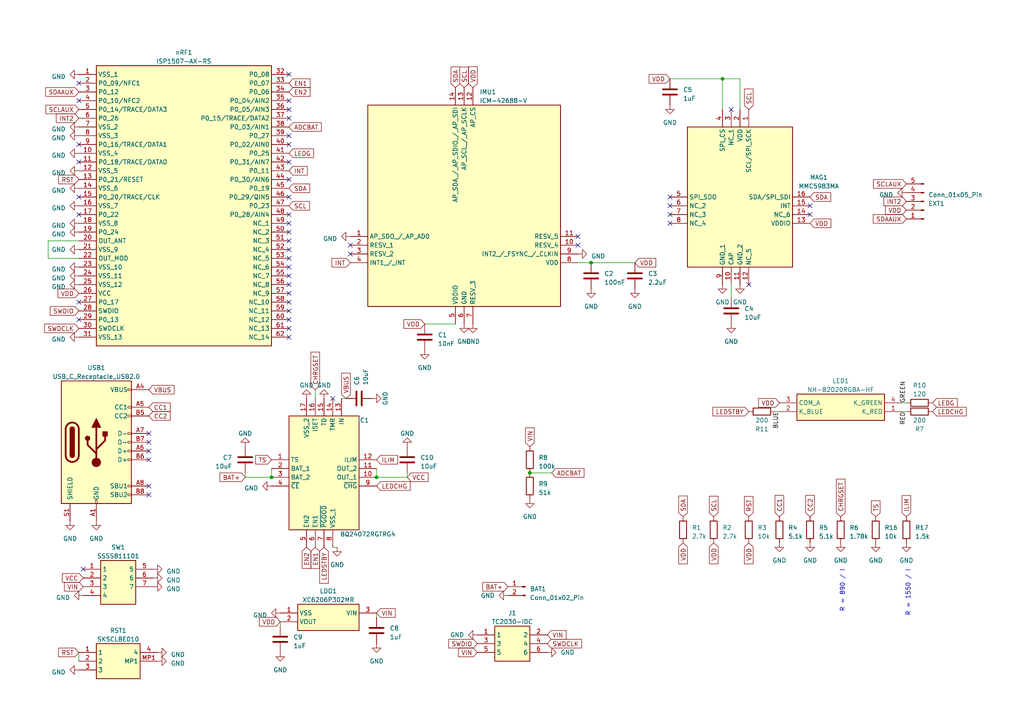
<source format=kicad_sch>
(kicad_sch (version 20230121) (generator eeschema)

  (uuid 9f32135a-5fd3-40d8-8128-041ac6b980cf)

  (paper "A4")

  (lib_symbols
    (symbol "Connector:Conn_01x02_Pin" (pin_names (offset 1.016) hide) (in_bom yes) (on_board yes)
      (property "Reference" "J" (at 0 2.54 0)
        (effects (font (size 1.27 1.27)))
      )
      (property "Value" "Conn_01x02_Pin" (at 0 -5.08 0)
        (effects (font (size 1.27 1.27)))
      )
      (property "Footprint" "" (at 0 0 0)
        (effects (font (size 1.27 1.27)) hide)
      )
      (property "Datasheet" "~" (at 0 0 0)
        (effects (font (size 1.27 1.27)) hide)
      )
      (property "ki_locked" "" (at 0 0 0)
        (effects (font (size 1.27 1.27)))
      )
      (property "ki_keywords" "connector" (at 0 0 0)
        (effects (font (size 1.27 1.27)) hide)
      )
      (property "ki_description" "Generic connector, single row, 01x02, script generated" (at 0 0 0)
        (effects (font (size 1.27 1.27)) hide)
      )
      (property "ki_fp_filters" "Connector*:*_1x??_*" (at 0 0 0)
        (effects (font (size 1.27 1.27)) hide)
      )
      (symbol "Conn_01x02_Pin_1_1"
        (polyline
          (pts
            (xy 1.27 -2.54)
            (xy 0.8636 -2.54)
          )
          (stroke (width 0.1524) (type default))
          (fill (type none))
        )
        (polyline
          (pts
            (xy 1.27 0)
            (xy 0.8636 0)
          )
          (stroke (width 0.1524) (type default))
          (fill (type none))
        )
        (rectangle (start 0.8636 -2.413) (end 0 -2.667)
          (stroke (width 0.1524) (type default))
          (fill (type outline))
        )
        (rectangle (start 0.8636 0.127) (end 0 -0.127)
          (stroke (width 0.1524) (type default))
          (fill (type outline))
        )
        (pin passive line (at 5.08 0 180) (length 3.81)
          (name "Pin_1" (effects (font (size 1.27 1.27))))
          (number "1" (effects (font (size 1.27 1.27))))
        )
        (pin passive line (at 5.08 -2.54 180) (length 3.81)
          (name "Pin_2" (effects (font (size 1.27 1.27))))
          (number "2" (effects (font (size 1.27 1.27))))
        )
      )
    )
    (symbol "Connector:Conn_01x05_Pin" (pin_names (offset 1.016) hide) (in_bom yes) (on_board yes)
      (property "Reference" "J" (at 0 7.62 0)
        (effects (font (size 1.27 1.27)))
      )
      (property "Value" "Conn_01x05_Pin" (at 0 -7.62 0)
        (effects (font (size 1.27 1.27)))
      )
      (property "Footprint" "" (at 0 0 0)
        (effects (font (size 1.27 1.27)) hide)
      )
      (property "Datasheet" "~" (at 0 0 0)
        (effects (font (size 1.27 1.27)) hide)
      )
      (property "ki_locked" "" (at 0 0 0)
        (effects (font (size 1.27 1.27)))
      )
      (property "ki_keywords" "connector" (at 0 0 0)
        (effects (font (size 1.27 1.27)) hide)
      )
      (property "ki_description" "Generic connector, single row, 01x05, script generated" (at 0 0 0)
        (effects (font (size 1.27 1.27)) hide)
      )
      (property "ki_fp_filters" "Connector*:*_1x??_*" (at 0 0 0)
        (effects (font (size 1.27 1.27)) hide)
      )
      (symbol "Conn_01x05_Pin_1_1"
        (polyline
          (pts
            (xy 1.27 -5.08)
            (xy 0.8636 -5.08)
          )
          (stroke (width 0.1524) (type default))
          (fill (type none))
        )
        (polyline
          (pts
            (xy 1.27 -2.54)
            (xy 0.8636 -2.54)
          )
          (stroke (width 0.1524) (type default))
          (fill (type none))
        )
        (polyline
          (pts
            (xy 1.27 0)
            (xy 0.8636 0)
          )
          (stroke (width 0.1524) (type default))
          (fill (type none))
        )
        (polyline
          (pts
            (xy 1.27 2.54)
            (xy 0.8636 2.54)
          )
          (stroke (width 0.1524) (type default))
          (fill (type none))
        )
        (polyline
          (pts
            (xy 1.27 5.08)
            (xy 0.8636 5.08)
          )
          (stroke (width 0.1524) (type default))
          (fill (type none))
        )
        (rectangle (start 0.8636 -4.953) (end 0 -5.207)
          (stroke (width 0.1524) (type default))
          (fill (type outline))
        )
        (rectangle (start 0.8636 -2.413) (end 0 -2.667)
          (stroke (width 0.1524) (type default))
          (fill (type outline))
        )
        (rectangle (start 0.8636 0.127) (end 0 -0.127)
          (stroke (width 0.1524) (type default))
          (fill (type outline))
        )
        (rectangle (start 0.8636 2.667) (end 0 2.413)
          (stroke (width 0.1524) (type default))
          (fill (type outline))
        )
        (rectangle (start 0.8636 5.207) (end 0 4.953)
          (stroke (width 0.1524) (type default))
          (fill (type outline))
        )
        (pin passive line (at 5.08 5.08 180) (length 3.81)
          (name "Pin_1" (effects (font (size 1.27 1.27))))
          (number "1" (effects (font (size 1.27 1.27))))
        )
        (pin passive line (at 5.08 2.54 180) (length 3.81)
          (name "Pin_2" (effects (font (size 1.27 1.27))))
          (number "2" (effects (font (size 1.27 1.27))))
        )
        (pin passive line (at 5.08 0 180) (length 3.81)
          (name "Pin_3" (effects (font (size 1.27 1.27))))
          (number "3" (effects (font (size 1.27 1.27))))
        )
        (pin passive line (at 5.08 -2.54 180) (length 3.81)
          (name "Pin_4" (effects (font (size 1.27 1.27))))
          (number "4" (effects (font (size 1.27 1.27))))
        )
        (pin passive line (at 5.08 -5.08 180) (length 3.81)
          (name "Pin_5" (effects (font (size 1.27 1.27))))
          (number "5" (effects (font (size 1.27 1.27))))
        )
      )
    )
    (symbol "Connector:USB_C_Receptacle_USB2.0" (pin_names (offset 1.016)) (in_bom yes) (on_board yes)
      (property "Reference" "J" (at -10.16 19.05 0)
        (effects (font (size 1.27 1.27)) (justify left))
      )
      (property "Value" "USB_C_Receptacle_USB2.0" (at 19.05 19.05 0)
        (effects (font (size 1.27 1.27)) (justify right))
      )
      (property "Footprint" "" (at 3.81 0 0)
        (effects (font (size 1.27 1.27)) hide)
      )
      (property "Datasheet" "https://www.usb.org/sites/default/files/documents/usb_type-c.zip" (at 3.81 0 0)
        (effects (font (size 1.27 1.27)) hide)
      )
      (property "ki_keywords" "usb universal serial bus type-C USB2.0" (at 0 0 0)
        (effects (font (size 1.27 1.27)) hide)
      )
      (property "ki_description" "USB 2.0-only Type-C Receptacle connector" (at 0 0 0)
        (effects (font (size 1.27 1.27)) hide)
      )
      (property "ki_fp_filters" "USB*C*Receptacle*" (at 0 0 0)
        (effects (font (size 1.27 1.27)) hide)
      )
      (symbol "USB_C_Receptacle_USB2.0_0_0"
        (rectangle (start -0.254 -17.78) (end 0.254 -16.764)
          (stroke (width 0) (type default))
          (fill (type none))
        )
        (rectangle (start 10.16 -14.986) (end 9.144 -15.494)
          (stroke (width 0) (type default))
          (fill (type none))
        )
        (rectangle (start 10.16 -12.446) (end 9.144 -12.954)
          (stroke (width 0) (type default))
          (fill (type none))
        )
        (rectangle (start 10.16 -4.826) (end 9.144 -5.334)
          (stroke (width 0) (type default))
          (fill (type none))
        )
        (rectangle (start 10.16 -2.286) (end 9.144 -2.794)
          (stroke (width 0) (type default))
          (fill (type none))
        )
        (rectangle (start 10.16 0.254) (end 9.144 -0.254)
          (stroke (width 0) (type default))
          (fill (type none))
        )
        (rectangle (start 10.16 2.794) (end 9.144 2.286)
          (stroke (width 0) (type default))
          (fill (type none))
        )
        (rectangle (start 10.16 7.874) (end 9.144 7.366)
          (stroke (width 0) (type default))
          (fill (type none))
        )
        (rectangle (start 10.16 10.414) (end 9.144 9.906)
          (stroke (width 0) (type default))
          (fill (type none))
        )
        (rectangle (start 10.16 15.494) (end 9.144 14.986)
          (stroke (width 0) (type default))
          (fill (type none))
        )
      )
      (symbol "USB_C_Receptacle_USB2.0_0_1"
        (rectangle (start -10.16 17.78) (end 10.16 -17.78)
          (stroke (width 0.254) (type default))
          (fill (type background))
        )
        (arc (start -8.89 -3.81) (mid -6.985 -5.7067) (end -5.08 -3.81)
          (stroke (width 0.508) (type default))
          (fill (type none))
        )
        (arc (start -7.62 -3.81) (mid -6.985 -4.4423) (end -6.35 -3.81)
          (stroke (width 0.254) (type default))
          (fill (type none))
        )
        (arc (start -7.62 -3.81) (mid -6.985 -4.4423) (end -6.35 -3.81)
          (stroke (width 0.254) (type default))
          (fill (type outline))
        )
        (rectangle (start -7.62 -3.81) (end -6.35 3.81)
          (stroke (width 0.254) (type default))
          (fill (type outline))
        )
        (arc (start -6.35 3.81) (mid -6.985 4.4423) (end -7.62 3.81)
          (stroke (width 0.254) (type default))
          (fill (type none))
        )
        (arc (start -6.35 3.81) (mid -6.985 4.4423) (end -7.62 3.81)
          (stroke (width 0.254) (type default))
          (fill (type outline))
        )
        (arc (start -5.08 3.81) (mid -6.985 5.7067) (end -8.89 3.81)
          (stroke (width 0.508) (type default))
          (fill (type none))
        )
        (circle (center -2.54 1.143) (radius 0.635)
          (stroke (width 0.254) (type default))
          (fill (type outline))
        )
        (circle (center 0 -5.842) (radius 1.27)
          (stroke (width 0) (type default))
          (fill (type outline))
        )
        (polyline
          (pts
            (xy -8.89 -3.81)
            (xy -8.89 3.81)
          )
          (stroke (width 0.508) (type default))
          (fill (type none))
        )
        (polyline
          (pts
            (xy -5.08 3.81)
            (xy -5.08 -3.81)
          )
          (stroke (width 0.508) (type default))
          (fill (type none))
        )
        (polyline
          (pts
            (xy 0 -5.842)
            (xy 0 4.318)
          )
          (stroke (width 0.508) (type default))
          (fill (type none))
        )
        (polyline
          (pts
            (xy 0 -3.302)
            (xy -2.54 -0.762)
            (xy -2.54 0.508)
          )
          (stroke (width 0.508) (type default))
          (fill (type none))
        )
        (polyline
          (pts
            (xy 0 -2.032)
            (xy 2.54 0.508)
            (xy 2.54 1.778)
          )
          (stroke (width 0.508) (type default))
          (fill (type none))
        )
        (polyline
          (pts
            (xy -1.27 4.318)
            (xy 0 6.858)
            (xy 1.27 4.318)
            (xy -1.27 4.318)
          )
          (stroke (width 0.254) (type default))
          (fill (type outline))
        )
        (rectangle (start 1.905 1.778) (end 3.175 3.048)
          (stroke (width 0.254) (type default))
          (fill (type outline))
        )
      )
      (symbol "USB_C_Receptacle_USB2.0_1_1"
        (pin passive line (at 0 -22.86 90) (length 5.08)
          (name "GND" (effects (font (size 1.27 1.27))))
          (number "A1" (effects (font (size 1.27 1.27))))
        )
        (pin passive line (at 0 -22.86 90) (length 5.08) hide
          (name "GND" (effects (font (size 1.27 1.27))))
          (number "A12" (effects (font (size 1.27 1.27))))
        )
        (pin passive line (at 15.24 15.24 180) (length 5.08)
          (name "VBUS" (effects (font (size 1.27 1.27))))
          (number "A4" (effects (font (size 1.27 1.27))))
        )
        (pin bidirectional line (at 15.24 10.16 180) (length 5.08)
          (name "CC1" (effects (font (size 1.27 1.27))))
          (number "A5" (effects (font (size 1.27 1.27))))
        )
        (pin bidirectional line (at 15.24 -2.54 180) (length 5.08)
          (name "D+" (effects (font (size 1.27 1.27))))
          (number "A6" (effects (font (size 1.27 1.27))))
        )
        (pin bidirectional line (at 15.24 2.54 180) (length 5.08)
          (name "D-" (effects (font (size 1.27 1.27))))
          (number "A7" (effects (font (size 1.27 1.27))))
        )
        (pin bidirectional line (at 15.24 -12.7 180) (length 5.08)
          (name "SBU1" (effects (font (size 1.27 1.27))))
          (number "A8" (effects (font (size 1.27 1.27))))
        )
        (pin passive line (at 15.24 15.24 180) (length 5.08) hide
          (name "VBUS" (effects (font (size 1.27 1.27))))
          (number "A9" (effects (font (size 1.27 1.27))))
        )
        (pin passive line (at 0 -22.86 90) (length 5.08) hide
          (name "GND" (effects (font (size 1.27 1.27))))
          (number "B1" (effects (font (size 1.27 1.27))))
        )
        (pin passive line (at 0 -22.86 90) (length 5.08) hide
          (name "GND" (effects (font (size 1.27 1.27))))
          (number "B12" (effects (font (size 1.27 1.27))))
        )
        (pin passive line (at 15.24 15.24 180) (length 5.08) hide
          (name "VBUS" (effects (font (size 1.27 1.27))))
          (number "B4" (effects (font (size 1.27 1.27))))
        )
        (pin bidirectional line (at 15.24 7.62 180) (length 5.08)
          (name "CC2" (effects (font (size 1.27 1.27))))
          (number "B5" (effects (font (size 1.27 1.27))))
        )
        (pin bidirectional line (at 15.24 -5.08 180) (length 5.08)
          (name "D+" (effects (font (size 1.27 1.27))))
          (number "B6" (effects (font (size 1.27 1.27))))
        )
        (pin bidirectional line (at 15.24 0 180) (length 5.08)
          (name "D-" (effects (font (size 1.27 1.27))))
          (number "B7" (effects (font (size 1.27 1.27))))
        )
        (pin bidirectional line (at 15.24 -15.24 180) (length 5.08)
          (name "SBU2" (effects (font (size 1.27 1.27))))
          (number "B8" (effects (font (size 1.27 1.27))))
        )
        (pin passive line (at 15.24 15.24 180) (length 5.08) hide
          (name "VBUS" (effects (font (size 1.27 1.27))))
          (number "B9" (effects (font (size 1.27 1.27))))
        )
        (pin passive line (at -7.62 -22.86 90) (length 5.08)
          (name "SHIELD" (effects (font (size 1.27 1.27))))
          (number "S1" (effects (font (size 1.27 1.27))))
        )
      )
    )
    (symbol "Device:C" (pin_numbers hide) (pin_names (offset 0.254)) (in_bom yes) (on_board yes)
      (property "Reference" "C" (at 0.635 2.54 0)
        (effects (font (size 1.27 1.27)) (justify left))
      )
      (property "Value" "C" (at 0.635 -2.54 0)
        (effects (font (size 1.27 1.27)) (justify left))
      )
      (property "Footprint" "" (at 0.9652 -3.81 0)
        (effects (font (size 1.27 1.27)) hide)
      )
      (property "Datasheet" "~" (at 0 0 0)
        (effects (font (size 1.27 1.27)) hide)
      )
      (property "ki_keywords" "cap capacitor" (at 0 0 0)
        (effects (font (size 1.27 1.27)) hide)
      )
      (property "ki_description" "Unpolarized capacitor" (at 0 0 0)
        (effects (font (size 1.27 1.27)) hide)
      )
      (property "ki_fp_filters" "C_*" (at 0 0 0)
        (effects (font (size 1.27 1.27)) hide)
      )
      (symbol "C_0_1"
        (polyline
          (pts
            (xy -2.032 -0.762)
            (xy 2.032 -0.762)
          )
          (stroke (width 0.508) (type default))
          (fill (type none))
        )
        (polyline
          (pts
            (xy -2.032 0.762)
            (xy 2.032 0.762)
          )
          (stroke (width 0.508) (type default))
          (fill (type none))
        )
      )
      (symbol "C_1_1"
        (pin passive line (at 0 3.81 270) (length 2.794)
          (name "~" (effects (font (size 1.27 1.27))))
          (number "1" (effects (font (size 1.27 1.27))))
        )
        (pin passive line (at 0 -3.81 90) (length 2.794)
          (name "~" (effects (font (size 1.27 1.27))))
          (number "2" (effects (font (size 1.27 1.27))))
        )
      )
    )
    (symbol "Device:R" (pin_numbers hide) (pin_names (offset 0)) (in_bom yes) (on_board yes)
      (property "Reference" "R" (at 2.032 0 90)
        (effects (font (size 1.27 1.27)))
      )
      (property "Value" "R" (at 0 0 90)
        (effects (font (size 1.27 1.27)))
      )
      (property "Footprint" "" (at -1.778 0 90)
        (effects (font (size 1.27 1.27)) hide)
      )
      (property "Datasheet" "~" (at 0 0 0)
        (effects (font (size 1.27 1.27)) hide)
      )
      (property "ki_keywords" "R res resistor" (at 0 0 0)
        (effects (font (size 1.27 1.27)) hide)
      )
      (property "ki_description" "Resistor" (at 0 0 0)
        (effects (font (size 1.27 1.27)) hide)
      )
      (property "ki_fp_filters" "R_*" (at 0 0 0)
        (effects (font (size 1.27 1.27)) hide)
      )
      (symbol "R_0_1"
        (rectangle (start -1.016 -2.54) (end 1.016 2.54)
          (stroke (width 0.254) (type default))
          (fill (type none))
        )
      )
      (symbol "R_1_1"
        (pin passive line (at 0 3.81 270) (length 1.27)
          (name "~" (effects (font (size 1.27 1.27))))
          (number "1" (effects (font (size 1.27 1.27))))
        )
        (pin passive line (at 0 -3.81 90) (length 1.27)
          (name "~" (effects (font (size 1.27 1.27))))
          (number "2" (effects (font (size 1.27 1.27))))
        )
      )
    )
    (symbol "SamacSys_Parts:BQ24072RGTRG4" (in_bom yes) (on_board yes)
      (property "Reference" "IC" (at 26.67 17.78 0)
        (effects (font (size 1.27 1.27)) (justify left top))
      )
      (property "Value" "BQ24072RGTRG4" (at 26.67 15.24 0)
        (effects (font (size 1.27 1.27)) (justify left top))
      )
      (property "Footprint" "QFN50P300X300X100-17N-D" (at 26.67 -84.76 0)
        (effects (font (size 1.27 1.27)) (justify left top) hide)
      )
      (property "Datasheet" "http://www.ti.com/lit/gpn/bq24072" (at 26.67 -184.76 0)
        (effects (font (size 1.27 1.27)) (justify left top) hide)
      )
      (property "Height" "1" (at 26.67 -384.76 0)
        (effects (font (size 1.27 1.27)) (justify left top) hide)
      )
      (property "Manufacturer_Name" "Texas Instruments" (at 26.67 -484.76 0)
        (effects (font (size 1.27 1.27)) (justify left top) hide)
      )
      (property "Manufacturer_Part_Number" "BQ24072RGTRG4" (at 26.67 -584.76 0)
        (effects (font (size 1.27 1.27)) (justify left top) hide)
      )
      (property "Mouser Part Number" "" (at 26.67 -684.76 0)
        (effects (font (size 1.27 1.27)) (justify left top) hide)
      )
      (property "Mouser Price/Stock" "" (at 26.67 -784.76 0)
        (effects (font (size 1.27 1.27)) (justify left top) hide)
      )
      (property "Arrow Part Number" "" (at 26.67 -884.76 0)
        (effects (font (size 1.27 1.27)) (justify left top) hide)
      )
      (property "Arrow Price/Stock" "" (at 26.67 -984.76 0)
        (effects (font (size 1.27 1.27)) (justify left top) hide)
      )
      (property "ki_description" "IC LI-ION CHARGE MGMT 16-QFN" (at 0 0 0)
        (effects (font (size 1.27 1.27)) hide)
      )
      (symbol "BQ24072RGTRG4_1_1"
        (rectangle (start 5.08 12.7) (end 25.4 -20.32)
          (stroke (width 0.254) (type default))
          (fill (type background))
        )
        (pin passive line (at 0 0 0) (length 5.08)
          (name "TS" (effects (font (size 1.27 1.27))))
          (number "1" (effects (font (size 1.27 1.27))))
        )
        (pin passive line (at 30.48 -5.08 180) (length 5.08)
          (name "OUT_1" (effects (font (size 1.27 1.27))))
          (number "10" (effects (font (size 1.27 1.27))))
        )
        (pin passive line (at 30.48 -2.54 180) (length 5.08)
          (name "OUT_2" (effects (font (size 1.27 1.27))))
          (number "11" (effects (font (size 1.27 1.27))))
        )
        (pin passive line (at 30.48 0 180) (length 5.08)
          (name "ILIM" (effects (font (size 1.27 1.27))))
          (number "12" (effects (font (size 1.27 1.27))))
        )
        (pin passive line (at 20.32 17.78 270) (length 5.08)
          (name "IN" (effects (font (size 1.27 1.27))))
          (number "13" (effects (font (size 1.27 1.27))))
        )
        (pin passive line (at 17.78 17.78 270) (length 5.08)
          (name "TMR" (effects (font (size 1.27 1.27))))
          (number "14" (effects (font (size 1.27 1.27))))
        )
        (pin passive line (at 15.24 17.78 270) (length 5.08)
          (name "TD" (effects (font (size 1.27 1.27))))
          (number "15" (effects (font (size 1.27 1.27))))
        )
        (pin passive line (at 12.7 17.78 270) (length 5.08)
          (name "ISET" (effects (font (size 1.27 1.27))))
          (number "16" (effects (font (size 1.27 1.27))))
        )
        (pin passive line (at 10.16 17.78 270) (length 5.08)
          (name "VSS_2" (effects (font (size 1.27 1.27))))
          (number "17" (effects (font (size 1.27 1.27))))
        )
        (pin passive line (at 0 -2.54 0) (length 5.08)
          (name "BAT_1" (effects (font (size 1.27 1.27))))
          (number "2" (effects (font (size 1.27 1.27))))
        )
        (pin passive line (at 0 -5.08 0) (length 5.08)
          (name "BAT_2" (effects (font (size 1.27 1.27))))
          (number "3" (effects (font (size 1.27 1.27))))
        )
        (pin passive line (at 0 -7.62 0) (length 5.08)
          (name "~{CE}" (effects (font (size 1.27 1.27))))
          (number "4" (effects (font (size 1.27 1.27))))
        )
        (pin passive line (at 10.16 -25.4 90) (length 5.08)
          (name "EN2" (effects (font (size 1.27 1.27))))
          (number "5" (effects (font (size 1.27 1.27))))
        )
        (pin passive line (at 12.7 -25.4 90) (length 5.08)
          (name "EN1" (effects (font (size 1.27 1.27))))
          (number "6" (effects (font (size 1.27 1.27))))
        )
        (pin passive line (at 15.24 -25.4 90) (length 5.08)
          (name "~{PGOOD}" (effects (font (size 1.27 1.27))))
          (number "7" (effects (font (size 1.27 1.27))))
        )
        (pin passive line (at 17.78 -25.4 90) (length 5.08)
          (name "VSS_1" (effects (font (size 1.27 1.27))))
          (number "8" (effects (font (size 1.27 1.27))))
        )
        (pin passive line (at 30.48 -7.62 180) (length 5.08)
          (name "~{CHG}" (effects (font (size 1.27 1.27))))
          (number "9" (effects (font (size 1.27 1.27))))
        )
      )
    )
    (symbol "SamacSys_Parts:ICM-42688-V" (in_bom yes) (on_board yes)
      (property "Reference" "AC" (at 62.23 43.18 0)
        (effects (font (size 1.27 1.27)) (justify left top))
      )
      (property "Value" "ICM-42688-V" (at 62.23 40.64 0)
        (effects (font (size 1.27 1.27)) (justify left top))
      )
      (property "Footprint" "IIM42352" (at 62.23 -59.36 0)
        (effects (font (size 1.27 1.27)) (justify left top) hide)
      )
      (property "Datasheet" "https://3cfeqx1hf82y3xcoull08ihx-wpengine.netdna-ssl.com/wp-content/uploads/2021/04/DS-000439-ICM-42688-V-v1.1.pdf" (at 62.23 -159.36 0)
        (effects (font (size 1.27 1.27)) (justify left top) hide)
      )
      (property "Height" "" (at 62.23 -359.36 0)
        (effects (font (size 1.27 1.27)) (justify left top) hide)
      )
      (property "Manufacturer_Name" "TDK" (at 62.23 -459.36 0)
        (effects (font (size 1.27 1.27)) (justify left top) hide)
      )
      (property "Manufacturer_Part_Number" "ICM-42688-V" (at 62.23 -559.36 0)
        (effects (font (size 1.27 1.27)) (justify left top) hide)
      )
      (property "Mouser Part Number" "410-ICM-42688-V" (at 62.23 -659.36 0)
        (effects (font (size 1.27 1.27)) (justify left top) hide)
      )
      (property "Mouser Price/Stock" "https://www.mouser.co.uk/ProductDetail/TDK-InvenSense/ICM-42688-V?qs=iLbezkQI%252Bsj8X%2F1CCh43jQ%3D%3D" (at 62.23 -759.36 0)
        (effects (font (size 1.27 1.27)) (justify left top) hide)
      )
      (property "Arrow Part Number" "" (at 62.23 -859.36 0)
        (effects (font (size 1.27 1.27)) (justify left top) hide)
      )
      (property "Arrow Price/Stock" "" (at 62.23 -959.36 0)
        (effects (font (size 1.27 1.27)) (justify left top) hide)
      )
      (property "ki_description" "High Precision 6-Axis MEMS MotionTracking? Device with Advanced Sensor Fusion Library" (at 0 0 0)
        (effects (font (size 1.27 1.27)) hide)
      )
      (symbol "ICM-42688-V_1_1"
        (rectangle (start 5.08 38.1) (end 60.96 -20.32)
          (stroke (width 0.254) (type default))
          (fill (type background))
        )
        (pin passive line (at 0 0 0) (length 5.08)
          (name "AP_SDO_/_AP_AD0" (effects (font (size 1.27 1.27))))
          (number "1" (effects (font (size 1.27 1.27))))
        )
        (pin passive line (at 66.04 -2.54 180) (length 5.08)
          (name "RESV_4" (effects (font (size 1.27 1.27))))
          (number "10" (effects (font (size 1.27 1.27))))
        )
        (pin passive line (at 66.04 0 180) (length 5.08)
          (name "RESV_5" (effects (font (size 1.27 1.27))))
          (number "11" (effects (font (size 1.27 1.27))))
        )
        (pin passive line (at 35.56 43.18 270) (length 5.08)
          (name "AP_CS" (effects (font (size 1.27 1.27))))
          (number "12" (effects (font (size 1.27 1.27))))
        )
        (pin passive line (at 33.02 43.18 270) (length 5.08)
          (name "AP_SCL_/_AP_SCLK" (effects (font (size 1.27 1.27))))
          (number "13" (effects (font (size 1.27 1.27))))
        )
        (pin passive line (at 30.48 43.18 270) (length 5.08)
          (name "AP_SDA_/_AP_SDIO_/_AP_SDI" (effects (font (size 1.27 1.27))))
          (number "14" (effects (font (size 1.27 1.27))))
        )
        (pin passive line (at 0 -2.54 0) (length 5.08)
          (name "RESV_1" (effects (font (size 1.27 1.27))))
          (number "2" (effects (font (size 1.27 1.27))))
        )
        (pin passive line (at 0 -5.08 0) (length 5.08)
          (name "RESV_2" (effects (font (size 1.27 1.27))))
          (number "3" (effects (font (size 1.27 1.27))))
        )
        (pin passive line (at 0 -7.62 0) (length 5.08)
          (name "INT1_/_INT" (effects (font (size 1.27 1.27))))
          (number "4" (effects (font (size 1.27 1.27))))
        )
        (pin passive line (at 30.48 -25.4 90) (length 5.08)
          (name "VDDIO" (effects (font (size 1.27 1.27))))
          (number "5" (effects (font (size 1.27 1.27))))
        )
        (pin passive line (at 33.02 -25.4 90) (length 5.08)
          (name "GND" (effects (font (size 1.27 1.27))))
          (number "6" (effects (font (size 1.27 1.27))))
        )
        (pin passive line (at 35.56 -25.4 90) (length 5.08)
          (name "RESV_3" (effects (font (size 1.27 1.27))))
          (number "7" (effects (font (size 1.27 1.27))))
        )
        (pin passive line (at 66.04 -7.62 180) (length 5.08)
          (name "VDD" (effects (font (size 1.27 1.27))))
          (number "8" (effects (font (size 1.27 1.27))))
        )
        (pin passive line (at 66.04 -5.08 180) (length 5.08)
          (name "INT2_/_FSYNC_/_CLKIN" (effects (font (size 1.27 1.27))))
          (number "9" (effects (font (size 1.27 1.27))))
        )
      )
    )
    (symbol "SamacSys_Parts:ISP1507-AX-RS" (in_bom yes) (on_board yes)
      (property "Reference" "IC" (at 57.15 7.62 0)
        (effects (font (size 1.27 1.27)) (justify left top))
      )
      (property "Value" "ISP1507-AX-RS" (at 57.15 5.08 0)
        (effects (font (size 1.27 1.27)) (justify left top))
      )
      (property "Footprint" "ISP1507AXRS" (at 57.15 -94.92 0)
        (effects (font (size 1.27 1.27)) (justify left top) hide)
      )
      (property "Datasheet" "https://www.mouser.com/datasheet/2/889/isp_ble_DS1507-1221980.pdf" (at 57.15 -194.92 0)
        (effects (font (size 1.27 1.27)) (justify left top) hide)
      )
      (property "Height" "5" (at 57.15 -394.92 0)
        (effects (font (size 1.27 1.27)) (justify left top) hide)
      )
      (property "Manufacturer_Name" "Insight SIP" (at 57.15 -494.92 0)
        (effects (font (size 1.27 1.27)) (justify left top) hide)
      )
      (property "Manufacturer_Part_Number" "ISP1507-AX-RS" (at 57.15 -594.92 0)
        (effects (font (size 1.27 1.27)) (justify left top) hide)
      )
      (property "Mouser Part Number" "359-ISP1507-AX-RS" (at 57.15 -694.92 0)
        (effects (font (size 1.27 1.27)) (justify left top) hide)
      )
      (property "Mouser Price/Stock" "https://www.mouser.co.uk/ProductDetail/Insight-SiP/ISP1507-AX-RS?qs=wd5RIQLrsJgv7KmXryj2YA%3D%3D" (at 57.15 -794.92 0)
        (effects (font (size 1.27 1.27)) (justify left top) hide)
      )
      (property "Arrow Part Number" "" (at 57.15 -894.92 0)
        (effects (font (size 1.27 1.27)) (justify left top) hide)
      )
      (property "Arrow Price/Stock" "" (at 57.15 -994.92 0)
        (effects (font (size 1.27 1.27)) (justify left top) hide)
      )
      (property "ki_description" "Bluetooth Modules (802.15.1) ISP1507-AX BLE Module with Antenna 512 K Flash/ 64 K Ram - Reel of 500 units" (at 0 0 0)
        (effects (font (size 1.27 1.27)) hide)
      )
      (symbol "ISP1507-AX-RS_1_1"
        (rectangle (start 5.08 2.54) (end 55.88 -78.74)
          (stroke (width 0.254) (type default))
          (fill (type background))
        )
        (pin passive line (at 0 0 0) (length 5.08)
          (name "VSS_1" (effects (font (size 1.27 1.27))))
          (number "1" (effects (font (size 1.27 1.27))))
        )
        (pin passive line (at 0 -22.86 0) (length 5.08)
          (name "VSS_4" (effects (font (size 1.27 1.27))))
          (number "10" (effects (font (size 1.27 1.27))))
        )
        (pin passive line (at 0 -25.4 0) (length 5.08)
          (name "P0_18/TRACE/DATA0" (effects (font (size 1.27 1.27))))
          (number "11" (effects (font (size 1.27 1.27))))
        )
        (pin passive line (at 0 -27.94 0) (length 5.08)
          (name "VSS_5" (effects (font (size 1.27 1.27))))
          (number "12" (effects (font (size 1.27 1.27))))
        )
        (pin passive line (at 0 -30.48 0) (length 5.08)
          (name "P0_21/RESET" (effects (font (size 1.27 1.27))))
          (number "13" (effects (font (size 1.27 1.27))))
        )
        (pin passive line (at 0 -33.02 0) (length 5.08)
          (name "VSS_6" (effects (font (size 1.27 1.27))))
          (number "14" (effects (font (size 1.27 1.27))))
        )
        (pin passive line (at 0 -35.56 0) (length 5.08)
          (name "P0_20/TRACE/CLK" (effects (font (size 1.27 1.27))))
          (number "15" (effects (font (size 1.27 1.27))))
        )
        (pin passive line (at 0 -38.1 0) (length 5.08)
          (name "VSS_7" (effects (font (size 1.27 1.27))))
          (number "16" (effects (font (size 1.27 1.27))))
        )
        (pin passive line (at 0 -40.64 0) (length 5.08)
          (name "P0_22" (effects (font (size 1.27 1.27))))
          (number "17" (effects (font (size 1.27 1.27))))
        )
        (pin passive line (at 0 -43.18 0) (length 5.08)
          (name "VSS_8" (effects (font (size 1.27 1.27))))
          (number "18" (effects (font (size 1.27 1.27))))
        )
        (pin passive line (at 0 -45.72 0) (length 5.08)
          (name "P0_24" (effects (font (size 1.27 1.27))))
          (number "19" (effects (font (size 1.27 1.27))))
        )
        (pin passive line (at 0 -2.54 0) (length 5.08)
          (name "P0_09/NFC1" (effects (font (size 1.27 1.27))))
          (number "2" (effects (font (size 1.27 1.27))))
        )
        (pin passive line (at 0 -48.26 0) (length 5.08)
          (name "OUT_ANT" (effects (font (size 1.27 1.27))))
          (number "20" (effects (font (size 1.27 1.27))))
        )
        (pin passive line (at 0 -50.8 0) (length 5.08)
          (name "VSS_9" (effects (font (size 1.27 1.27))))
          (number "21" (effects (font (size 1.27 1.27))))
        )
        (pin passive line (at 0 -53.34 0) (length 5.08)
          (name "OUT_MOD" (effects (font (size 1.27 1.27))))
          (number "22" (effects (font (size 1.27 1.27))))
        )
        (pin passive line (at 0 -55.88 0) (length 5.08)
          (name "VSS_10" (effects (font (size 1.27 1.27))))
          (number "23" (effects (font (size 1.27 1.27))))
        )
        (pin passive line (at 0 -58.42 0) (length 5.08)
          (name "VSS_11" (effects (font (size 1.27 1.27))))
          (number "24" (effects (font (size 1.27 1.27))))
        )
        (pin passive line (at 0 -60.96 0) (length 5.08)
          (name "VSS_12" (effects (font (size 1.27 1.27))))
          (number "25" (effects (font (size 1.27 1.27))))
        )
        (pin passive line (at 0 -63.5 0) (length 5.08)
          (name "VCC" (effects (font (size 1.27 1.27))))
          (number "26" (effects (font (size 1.27 1.27))))
        )
        (pin passive line (at 0 -66.04 0) (length 5.08)
          (name "P0_17" (effects (font (size 1.27 1.27))))
          (number "27" (effects (font (size 1.27 1.27))))
        )
        (pin passive line (at 0 -68.58 0) (length 5.08)
          (name "SWDIO" (effects (font (size 1.27 1.27))))
          (number "28" (effects (font (size 1.27 1.27))))
        )
        (pin passive line (at 0 -71.12 0) (length 5.08)
          (name "P0_13" (effects (font (size 1.27 1.27))))
          (number "29" (effects (font (size 1.27 1.27))))
        )
        (pin passive line (at 0 -5.08 0) (length 5.08)
          (name "P0_12" (effects (font (size 1.27 1.27))))
          (number "3" (effects (font (size 1.27 1.27))))
        )
        (pin passive line (at 0 -73.66 0) (length 5.08)
          (name "SWDCLK" (effects (font (size 1.27 1.27))))
          (number "30" (effects (font (size 1.27 1.27))))
        )
        (pin passive line (at 0 -76.2 0) (length 5.08)
          (name "VSS_13" (effects (font (size 1.27 1.27))))
          (number "31" (effects (font (size 1.27 1.27))))
        )
        (pin passive line (at 60.96 0 180) (length 5.08)
          (name "P0_08" (effects (font (size 1.27 1.27))))
          (number "32" (effects (font (size 1.27 1.27))))
        )
        (pin passive line (at 60.96 -2.54 180) (length 5.08)
          (name "P0_07" (effects (font (size 1.27 1.27))))
          (number "33" (effects (font (size 1.27 1.27))))
        )
        (pin passive line (at 60.96 -5.08 180) (length 5.08)
          (name "P0_06" (effects (font (size 1.27 1.27))))
          (number "34" (effects (font (size 1.27 1.27))))
        )
        (pin passive line (at 60.96 -7.62 180) (length 5.08)
          (name "P0_04/AIN2" (effects (font (size 1.27 1.27))))
          (number "35" (effects (font (size 1.27 1.27))))
        )
        (pin passive line (at 60.96 -10.16 180) (length 5.08)
          (name "P0_05/AIN3" (effects (font (size 1.27 1.27))))
          (number "36" (effects (font (size 1.27 1.27))))
        )
        (pin passive line (at 60.96 -12.7 180) (length 5.08)
          (name "P0_15/TRACE/DATA2" (effects (font (size 1.27 1.27))))
          (number "37" (effects (font (size 1.27 1.27))))
        )
        (pin passive line (at 60.96 -15.24 180) (length 5.08)
          (name "P0_03/AIN1" (effects (font (size 1.27 1.27))))
          (number "38" (effects (font (size 1.27 1.27))))
        )
        (pin passive line (at 60.96 -17.78 180) (length 5.08)
          (name "P0_27" (effects (font (size 1.27 1.27))))
          (number "39" (effects (font (size 1.27 1.27))))
        )
        (pin passive line (at 0 -7.62 0) (length 5.08)
          (name "P0_10/NFC2" (effects (font (size 1.27 1.27))))
          (number "4" (effects (font (size 1.27 1.27))))
        )
        (pin passive line (at 60.96 -20.32 180) (length 5.08)
          (name "P0_02/AIN0" (effects (font (size 1.27 1.27))))
          (number "40" (effects (font (size 1.27 1.27))))
        )
        (pin passive line (at 60.96 -22.86 180) (length 5.08)
          (name "P0_25" (effects (font (size 1.27 1.27))))
          (number "41" (effects (font (size 1.27 1.27))))
        )
        (pin passive line (at 60.96 -25.4 180) (length 5.08)
          (name "P0_31/AIN7" (effects (font (size 1.27 1.27))))
          (number "42" (effects (font (size 1.27 1.27))))
        )
        (pin passive line (at 60.96 -27.94 180) (length 5.08)
          (name "P0_11" (effects (font (size 1.27 1.27))))
          (number "43" (effects (font (size 1.27 1.27))))
        )
        (pin passive line (at 60.96 -30.48 180) (length 5.08)
          (name "P0_30/AIN6" (effects (font (size 1.27 1.27))))
          (number "44" (effects (font (size 1.27 1.27))))
        )
        (pin passive line (at 60.96 -33.02 180) (length 5.08)
          (name "P0_19" (effects (font (size 1.27 1.27))))
          (number "45" (effects (font (size 1.27 1.27))))
        )
        (pin passive line (at 60.96 -35.56 180) (length 5.08)
          (name "P0_29/QIN5" (effects (font (size 1.27 1.27))))
          (number "46" (effects (font (size 1.27 1.27))))
        )
        (pin passive line (at 60.96 -38.1 180) (length 5.08)
          (name "P0_23" (effects (font (size 1.27 1.27))))
          (number "47" (effects (font (size 1.27 1.27))))
        )
        (pin passive line (at 60.96 -40.64 180) (length 5.08)
          (name "P0_28/AIN4" (effects (font (size 1.27 1.27))))
          (number "48" (effects (font (size 1.27 1.27))))
        )
        (pin passive line (at 60.96 -43.18 180) (length 5.08)
          (name "NC_1" (effects (font (size 1.27 1.27))))
          (number "49" (effects (font (size 1.27 1.27))))
        )
        (pin passive line (at 0 -10.16 0) (length 5.08)
          (name "P0_14/TRACE/DATA3" (effects (font (size 1.27 1.27))))
          (number "5" (effects (font (size 1.27 1.27))))
        )
        (pin passive line (at 60.96 -45.72 180) (length 5.08)
          (name "NC_2" (effects (font (size 1.27 1.27))))
          (number "50" (effects (font (size 1.27 1.27))))
        )
        (pin passive line (at 60.96 -48.26 180) (length 5.08)
          (name "NC_3" (effects (font (size 1.27 1.27))))
          (number "51" (effects (font (size 1.27 1.27))))
        )
        (pin passive line (at 60.96 -50.8 180) (length 5.08)
          (name "NC_4" (effects (font (size 1.27 1.27))))
          (number "52" (effects (font (size 1.27 1.27))))
        )
        (pin passive line (at 60.96 -53.34 180) (length 5.08)
          (name "NC_5" (effects (font (size 1.27 1.27))))
          (number "53" (effects (font (size 1.27 1.27))))
        )
        (pin passive line (at 60.96 -55.88 180) (length 5.08)
          (name "NC_6" (effects (font (size 1.27 1.27))))
          (number "54" (effects (font (size 1.27 1.27))))
        )
        (pin passive line (at 60.96 -58.42 180) (length 5.08)
          (name "NC_7" (effects (font (size 1.27 1.27))))
          (number "55" (effects (font (size 1.27 1.27))))
        )
        (pin passive line (at 60.96 -60.96 180) (length 5.08)
          (name "NC_8" (effects (font (size 1.27 1.27))))
          (number "56" (effects (font (size 1.27 1.27))))
        )
        (pin passive line (at 60.96 -63.5 180) (length 5.08)
          (name "NC_9" (effects (font (size 1.27 1.27))))
          (number "57" (effects (font (size 1.27 1.27))))
        )
        (pin passive line (at 60.96 -66.04 180) (length 5.08)
          (name "NC_10" (effects (font (size 1.27 1.27))))
          (number "58" (effects (font (size 1.27 1.27))))
        )
        (pin passive line (at 60.96 -68.58 180) (length 5.08)
          (name "NC_11" (effects (font (size 1.27 1.27))))
          (number "59" (effects (font (size 1.27 1.27))))
        )
        (pin passive line (at 0 -12.7 0) (length 5.08)
          (name "P0_26" (effects (font (size 1.27 1.27))))
          (number "6" (effects (font (size 1.27 1.27))))
        )
        (pin passive line (at 60.96 -71.12 180) (length 5.08)
          (name "NC_12" (effects (font (size 1.27 1.27))))
          (number "60" (effects (font (size 1.27 1.27))))
        )
        (pin passive line (at 60.96 -73.66 180) (length 5.08)
          (name "NC_13" (effects (font (size 1.27 1.27))))
          (number "61" (effects (font (size 1.27 1.27))))
        )
        (pin passive line (at 60.96 -76.2 180) (length 5.08)
          (name "NC_14" (effects (font (size 1.27 1.27))))
          (number "62" (effects (font (size 1.27 1.27))))
        )
        (pin passive line (at 0 -15.24 0) (length 5.08)
          (name "VSS_2" (effects (font (size 1.27 1.27))))
          (number "7" (effects (font (size 1.27 1.27))))
        )
        (pin passive line (at 0 -17.78 0) (length 5.08)
          (name "VSS_3" (effects (font (size 1.27 1.27))))
          (number "8" (effects (font (size 1.27 1.27))))
        )
        (pin passive line (at 0 -20.32 0) (length 5.08)
          (name "P0_16/TRACE/DATA1" (effects (font (size 1.27 1.27))))
          (number "9" (effects (font (size 1.27 1.27))))
        )
      )
    )
    (symbol "SamacSys_Parts:MMC5983MA" (in_bom yes) (on_board yes)
      (property "Reference" "IC" (at 36.83 25.4 0)
        (effects (font (size 1.27 1.27)) (justify left top))
      )
      (property "Value" "MMC5983MA" (at 36.83 22.86 0)
        (effects (font (size 1.27 1.27)) (justify left top))
      )
      (property "Footprint" "MMC5983MA" (at 36.83 -77.14 0)
        (effects (font (size 1.27 1.27)) (justify left top) hide)
      )
      (property "Datasheet" "https://www.mouser.com/datasheet/2/821/Memsic_09102019_MMC5983MA_Datasheet_Rev_A-1635338.pdf" (at 36.83 -177.14 0)
        (effects (font (size 1.27 1.27)) (justify left top) hide)
      )
      (property "Height" "1" (at 36.83 -377.14 0)
        (effects (font (size 1.27 1.27)) (justify left top) hide)
      )
      (property "Manufacturer_Name" "MEMSIC" (at 36.83 -477.14 0)
        (effects (font (size 1.27 1.27)) (justify left top) hide)
      )
      (property "Manufacturer_Part_Number" "MMC5983MA" (at 36.83 -577.14 0)
        (effects (font (size 1.27 1.27)) (justify left top) hide)
      )
      (property "Mouser Part Number" "438-MMC5983MA" (at 36.83 -677.14 0)
        (effects (font (size 1.27 1.27)) (justify left top) hide)
      )
      (property "Mouser Price/Stock" "https://www.mouser.co.uk/ProductDetail/MEMSIC/MMC5983MA?qs=B6kkDfuK7%2FD5qasHMdEt2g%3D%3D" (at 36.83 -777.14 0)
        (effects (font (size 1.27 1.27)) (justify left top) hide)
      )
      (property "Arrow Part Number" "MMC5983MA" (at 36.83 -877.14 0)
        (effects (font (size 1.27 1.27)) (justify left top) hide)
      )
      (property "Arrow Price/Stock" "https://www.arrow.com/en/products/mmc5983ma/memsic?region=nac" (at 36.83 -977.14 0)
        (effects (font (size 1.27 1.27)) (justify left top) hide)
      )
      (property "ki_description" "3-AXIS MAGNETIC SENSOR" (at 0 0 0)
        (effects (font (size 1.27 1.27)) hide)
      )
      (symbol "MMC5983MA_1_1"
        (rectangle (start 5.08 20.32) (end 35.56 -20.32)
          (stroke (width 0.254) (type default))
          (fill (type background))
        )
        (pin passive line (at 22.86 25.4 270) (length 5.08)
          (name "SCL/SPI_SCK" (effects (font (size 1.27 1.27))))
          (number "1" (effects (font (size 1.27 1.27))))
        )
        (pin passive line (at 17.78 -25.4 90) (length 5.08)
          (name "CAP" (effects (font (size 1.27 1.27))))
          (number "10" (effects (font (size 1.27 1.27))))
        )
        (pin passive line (at 20.32 -25.4 90) (length 5.08)
          (name "GND_2" (effects (font (size 1.27 1.27))))
          (number "11" (effects (font (size 1.27 1.27))))
        )
        (pin passive line (at 22.86 -25.4 90) (length 5.08)
          (name "NC_5" (effects (font (size 1.27 1.27))))
          (number "12" (effects (font (size 1.27 1.27))))
        )
        (pin passive line (at 40.64 -7.62 180) (length 5.08)
          (name "VDDIO" (effects (font (size 1.27 1.27))))
          (number "13" (effects (font (size 1.27 1.27))))
        )
        (pin passive line (at 40.64 -5.08 180) (length 5.08)
          (name "NC_6" (effects (font (size 1.27 1.27))))
          (number "14" (effects (font (size 1.27 1.27))))
        )
        (pin passive line (at 40.64 -2.54 180) (length 5.08)
          (name "INT" (effects (font (size 1.27 1.27))))
          (number "15" (effects (font (size 1.27 1.27))))
        )
        (pin passive line (at 40.64 0 180) (length 5.08)
          (name "SDA/SPI_SDI" (effects (font (size 1.27 1.27))))
          (number "16" (effects (font (size 1.27 1.27))))
        )
        (pin passive line (at 20.32 25.4 270) (length 5.08)
          (name "VDD" (effects (font (size 1.27 1.27))))
          (number "2" (effects (font (size 1.27 1.27))))
        )
        (pin passive line (at 17.78 25.4 270) (length 5.08)
          (name "NC_1" (effects (font (size 1.27 1.27))))
          (number "3" (effects (font (size 1.27 1.27))))
        )
        (pin passive line (at 15.24 25.4 270) (length 5.08)
          (name "SPI_CS" (effects (font (size 1.27 1.27))))
          (number "4" (effects (font (size 1.27 1.27))))
        )
        (pin passive line (at 0 0 0) (length 5.08)
          (name "SPI_SDO" (effects (font (size 1.27 1.27))))
          (number "5" (effects (font (size 1.27 1.27))))
        )
        (pin passive line (at 0 -2.54 0) (length 5.08)
          (name "NC_2" (effects (font (size 1.27 1.27))))
          (number "6" (effects (font (size 1.27 1.27))))
        )
        (pin passive line (at 0 -5.08 0) (length 5.08)
          (name "NC_3" (effects (font (size 1.27 1.27))))
          (number "7" (effects (font (size 1.27 1.27))))
        )
        (pin passive line (at 0 -7.62 0) (length 5.08)
          (name "NC_4" (effects (font (size 1.27 1.27))))
          (number "8" (effects (font (size 1.27 1.27))))
        )
        (pin passive line (at 15.24 -25.4 90) (length 5.08)
          (name "GND_1" (effects (font (size 1.27 1.27))))
          (number "9" (effects (font (size 1.27 1.27))))
        )
      )
    )
    (symbol "SamacSys_Parts:NH-B2020RGBA-HF" (in_bom yes) (on_board yes)
      (property "Reference" "LED" (at 31.75 7.62 0)
        (effects (font (size 1.27 1.27)) (justify left top))
      )
      (property "Value" "NH-B2020RGBA-HF" (at 31.75 5.08 0)
        (effects (font (size 1.27 1.27)) (justify left top))
      )
      (property "Footprint" "NHB2020RGBAHF" (at 31.75 -94.92 0)
        (effects (font (size 1.27 1.27)) (justify left top) hide)
      )
      (property "Datasheet" "https://datasheet.lcsc.com/lcsc/2108150330_Foshan-NationStar-Optoelectronics-NH-B2020RGBA-HF_C2874116.pdf" (at 31.75 -194.92 0)
        (effects (font (size 1.27 1.27)) (justify left top) hide)
      )
      (property "Height" "1.1" (at 31.75 -394.92 0)
        (effects (font (size 1.27 1.27)) (justify left top) hide)
      )
      (property "Manufacturer_Name" "FOSHAN NATIONSTAR RGB DIVISION" (at 31.75 -494.92 0)
        (effects (font (size 1.27 1.27)) (justify left top) hide)
      )
      (property "Manufacturer_Part_Number" "NH-B2020RGBA-HF" (at 31.75 -594.92 0)
        (effects (font (size 1.27 1.27)) (justify left top) hide)
      )
      (property "Mouser Part Number" "" (at 31.75 -694.92 0)
        (effects (font (size 1.27 1.27)) (justify left top) hide)
      )
      (property "Mouser Price/Stock" "" (at 31.75 -794.92 0)
        (effects (font (size 1.27 1.27)) (justify left top) hide)
      )
      (property "Arrow Part Number" "" (at 31.75 -894.92 0)
        (effects (font (size 1.27 1.27)) (justify left top) hide)
      )
      (property "Arrow Price/Stock" "" (at 31.75 -994.92 0)
        (effects (font (size 1.27 1.27)) (justify left top) hide)
      )
      (property "ki_description" "-30~+85 Common anode RGB 110 SMD,2.1x2.1mm Light Emitting Diodes (LED) ROHS" (at 0 0 0)
        (effects (font (size 1.27 1.27)) hide)
      )
      (symbol "NH-B2020RGBA-HF_1_1"
        (rectangle (start 5.08 2.54) (end 30.48 -5.08)
          (stroke (width 0.254) (type default))
          (fill (type background))
        )
        (pin passive line (at 35.56 -2.54 180) (length 5.08)
          (name "K_RED" (effects (font (size 1.27 1.27))))
          (number "1" (effects (font (size 1.27 1.27))))
        )
        (pin passive line (at 0 -2.54 0) (length 5.08)
          (name "K_BLUE" (effects (font (size 1.27 1.27))))
          (number "2" (effects (font (size 1.27 1.27))))
        )
        (pin passive line (at 0 0 0) (length 5.08)
          (name "COM_A" (effects (font (size 1.27 1.27))))
          (number "3" (effects (font (size 1.27 1.27))))
        )
        (pin passive line (at 35.56 0 180) (length 5.08)
          (name "K_GREEN" (effects (font (size 1.27 1.27))))
          (number "4" (effects (font (size 1.27 1.27))))
        )
      )
    )
    (symbol "SamacSys_Parts:SKSCLBE010" (in_bom yes) (on_board yes)
      (property "Reference" "S" (at 19.05 7.62 0)
        (effects (font (size 1.27 1.27)) (justify left top))
      )
      (property "Value" "SKSCLBE010" (at 19.05 5.08 0)
        (effects (font (size 1.27 1.27)) (justify left top))
      )
      (property "Footprint" "SKSCLBE010" (at 19.05 -94.92 0)
        (effects (font (size 1.27 1.27)) (justify left top) hide)
      )
      (property "Datasheet" "https://componentsearchengine.com/Datasheets/1/SKSCLBE010.pdf" (at 19.05 -194.92 0)
        (effects (font (size 1.27 1.27)) (justify left top) hide)
      )
      (property "Height" "1.25" (at 19.05 -394.92 0)
        (effects (font (size 1.27 1.27)) (justify left top) hide)
      )
      (property "Manufacturer_Name" "ALPS Electric" (at 19.05 -494.92 0)
        (effects (font (size 1.27 1.27)) (justify left top) hide)
      )
      (property "Manufacturer_Part_Number" "SKSCLBE010" (at 19.05 -594.92 0)
        (effects (font (size 1.27 1.27)) (justify left top) hide)
      )
      (property "Mouser Part Number" "688-SKSCLBE010" (at 19.05 -694.92 0)
        (effects (font (size 1.27 1.27)) (justify left top) hide)
      )
      (property "Mouser Price/Stock" "https://www.mouser.co.uk/ProductDetail/ALPS/SKSCLBE010?qs=6EGMNY9ZYDT6N%2FMswqpjmw%3D%3D" (at 19.05 -794.92 0)
        (effects (font (size 1.27 1.27)) (justify left top) hide)
      )
      (property "Arrow Part Number" "" (at 19.05 -894.92 0)
        (effects (font (size 1.27 1.27)) (justify left top) hide)
      )
      (property "Arrow Price/Stock" "" (at 19.05 -994.92 0)
        (effects (font (size 1.27 1.27)) (justify left top) hide)
      )
      (property "ki_description" "Black Button Tactile Switch, SPST-NO 50 mA 0.65mm Surface Mount" (at 0 0 0)
        (effects (font (size 1.27 1.27)) hide)
      )
      (symbol "SKSCLBE010_1_1"
        (rectangle (start 5.08 2.54) (end 17.78 -7.62)
          (stroke (width 0.254) (type default))
          (fill (type background))
        )
        (pin passive line (at 0 0 0) (length 5.08)
          (name "1" (effects (font (size 1.27 1.27))))
          (number "1" (effects (font (size 1.27 1.27))))
        )
        (pin passive line (at 0 -2.54 0) (length 5.08)
          (name "2" (effects (font (size 1.27 1.27))))
          (number "2" (effects (font (size 1.27 1.27))))
        )
        (pin passive line (at 0 -5.08 0) (length 5.08)
          (name "3" (effects (font (size 1.27 1.27))))
          (number "3" (effects (font (size 1.27 1.27))))
        )
        (pin passive line (at 22.86 0 180) (length 5.08)
          (name "4" (effects (font (size 1.27 1.27))))
          (number "4" (effects (font (size 1.27 1.27))))
        )
        (pin passive line (at 22.86 -2.54 180) (length 5.08)
          (name "MP1" (effects (font (size 1.27 1.27))))
          (number "MP1" (effects (font (size 1.27 1.27))))
        )
      )
    )
    (symbol "SamacSys_Parts:SSSS811101" (in_bom yes) (on_board yes)
      (property "Reference" "S" (at 16.51 7.62 0)
        (effects (font (size 1.27 1.27)) (justify left top))
      )
      (property "Value" "SSSS811101" (at 16.51 5.08 0)
        (effects (font (size 1.27 1.27)) (justify left top))
      )
      (property "Footprint" "SSSS811101" (at 16.51 -94.92 0)
        (effects (font (size 1.27 1.27)) (justify left top) hide)
      )
      (property "Datasheet" "" (at 16.51 -194.92 0)
        (effects (font (size 1.27 1.27)) (justify left top) hide)
      )
      (property "Height" "1.6" (at 16.51 -394.92 0)
        (effects (font (size 1.27 1.27)) (justify left top) hide)
      )
      (property "Manufacturer_Name" "ALPS Electric" (at 16.51 -494.92 0)
        (effects (font (size 1.27 1.27)) (justify left top) hide)
      )
      (property "Manufacturer_Part_Number" "SSSS811101" (at 16.51 -594.92 0)
        (effects (font (size 1.27 1.27)) (justify left top) hide)
      )
      (property "Mouser Part Number" "688-SSSS811101" (at 16.51 -694.92 0)
        (effects (font (size 1.27 1.27)) (justify left top) hide)
      )
      (property "Mouser Price/Stock" "https://www.mouser.co.uk/ProductDetail/Alps-Alpine/SSSS811101?qs=m0BA540hBPe%2FELmLcs%2FcCA%3D%3D" (at 16.51 -794.92 0)
        (effects (font (size 1.27 1.27)) (justify left top) hide)
      )
      (property "Arrow Part Number" "SSSS811101" (at 16.51 -894.92 0)
        (effects (font (size 1.27 1.27)) (justify left top) hide)
      )
      (property "Arrow Price/Stock" "https://www.arrow.com/en/products/ssss811101/alps-electric" (at 16.51 -994.92 0)
        (effects (font (size 1.27 1.27)) (justify left top) hide)
      )
      (property "ki_description" "Slide Switches SPDT HORZ GRND 1.5mm" (at 0 0 0)
        (effects (font (size 1.27 1.27)) hide)
      )
      (symbol "SSSS811101_1_1"
        (rectangle (start 5.08 2.54) (end 15.24 -10.16)
          (stroke (width 0.254) (type default))
          (fill (type background))
        )
        (pin passive line (at 0 0 0) (length 5.08)
          (name "1" (effects (font (size 1.27 1.27))))
          (number "1" (effects (font (size 1.27 1.27))))
        )
        (pin passive line (at 0 -2.54 0) (length 5.08)
          (name "2" (effects (font (size 1.27 1.27))))
          (number "2" (effects (font (size 1.27 1.27))))
        )
        (pin passive line (at 0 -5.08 0) (length 5.08)
          (name "3" (effects (font (size 1.27 1.27))))
          (number "3" (effects (font (size 1.27 1.27))))
        )
        (pin passive line (at 0 -7.62 0) (length 5.08)
          (name "4" (effects (font (size 1.27 1.27))))
          (number "4" (effects (font (size 1.27 1.27))))
        )
        (pin passive line (at 20.32 0 180) (length 5.08)
          (name "5" (effects (font (size 1.27 1.27))))
          (number "5" (effects (font (size 1.27 1.27))))
        )
        (pin passive line (at 20.32 -2.54 180) (length 5.08)
          (name "6" (effects (font (size 1.27 1.27))))
          (number "6" (effects (font (size 1.27 1.27))))
        )
        (pin passive line (at 20.32 -5.08 180) (length 5.08)
          (name "7" (effects (font (size 1.27 1.27))))
          (number "7" (effects (font (size 1.27 1.27))))
        )
      )
    )
    (symbol "SamacSys_Parts:TC2030-IDC" (in_bom yes) (on_board yes)
      (property "Reference" "J" (at 16.51 7.62 0)
        (effects (font (size 1.27 1.27)) (justify left top))
      )
      (property "Value" "TC2030-IDC" (at 16.51 5.08 0)
        (effects (font (size 1.27 1.27)) (justify left top))
      )
      (property "Footprint" "TC2030IDC" (at 16.51 -94.92 0)
        (effects (font (size 1.27 1.27)) (justify left top) hide)
      )
      (property "Datasheet" "https://datasheet.datasheetarchive.com/originals/distributors/Datasheets_SAMA/62bc384e093448baaaa63dbd0b9d8707.pdf" (at 16.51 -194.92 0)
        (effects (font (size 1.27 1.27)) (justify left top) hide)
      )
      (property "Height" "19" (at 16.51 -394.92 0)
        (effects (font (size 1.27 1.27)) (justify left top) hide)
      )
      (property "Manufacturer_Name" "Tag Connect" (at 16.51 -494.92 0)
        (effects (font (size 1.27 1.27)) (justify left top) hide)
      )
      (property "Manufacturer_Part_Number" "TC2030-IDC" (at 16.51 -594.92 0)
        (effects (font (size 1.27 1.27)) (justify left top) hide)
      )
      (property "Mouser Part Number" "" (at 16.51 -694.92 0)
        (effects (font (size 1.27 1.27)) (justify left top) hide)
      )
      (property "Mouser Price/Stock" "" (at 16.51 -794.92 0)
        (effects (font (size 1.27 1.27)) (justify left top) hide)
      )
      (property "Arrow Part Number" "" (at 16.51 -894.92 0)
        (effects (font (size 1.27 1.27)) (justify left top) hide)
      )
      (property "Arrow Price/Stock" "" (at 16.51 -994.92 0)
        (effects (font (size 1.27 1.27)) (justify left top) hide)
      )
      (property "ki_description" "CABLE ADAPTER 6 POS" (at 0 0 0)
        (effects (font (size 1.27 1.27)) hide)
      )
      (symbol "TC2030-IDC_1_1"
        (rectangle (start 5.08 2.54) (end 15.24 -7.62)
          (stroke (width 0.254) (type default))
          (fill (type background))
        )
        (pin passive line (at 0 0 0) (length 5.08)
          (name "1" (effects (font (size 1.27 1.27))))
          (number "1" (effects (font (size 1.27 1.27))))
        )
        (pin passive line (at 20.32 0 180) (length 5.08)
          (name "2" (effects (font (size 1.27 1.27))))
          (number "2" (effects (font (size 1.27 1.27))))
        )
        (pin passive line (at 0 -2.54 0) (length 5.08)
          (name "3" (effects (font (size 1.27 1.27))))
          (number "3" (effects (font (size 1.27 1.27))))
        )
        (pin passive line (at 20.32 -2.54 180) (length 5.08)
          (name "4" (effects (font (size 1.27 1.27))))
          (number "4" (effects (font (size 1.27 1.27))))
        )
        (pin passive line (at 0 -5.08 0) (length 5.08)
          (name "5" (effects (font (size 1.27 1.27))))
          (number "5" (effects (font (size 1.27 1.27))))
        )
        (pin passive line (at 20.32 -5.08 180) (length 5.08)
          (name "6" (effects (font (size 1.27 1.27))))
          (number "6" (effects (font (size 1.27 1.27))))
        )
      )
    )
    (symbol "SamacSys_Parts:XC6206P302MR" (in_bom yes) (on_board yes)
      (property "Reference" "U" (at 24.13 7.62 0)
        (effects (font (size 1.27 1.27)) (justify left top))
      )
      (property "Value" "XC6206P302MR" (at 24.13 5.08 0)
        (effects (font (size 1.27 1.27)) (justify left top))
      )
      (property "Footprint" "SOT95P280X130-3N" (at 24.13 -94.92 0)
        (effects (font (size 1.27 1.27)) (justify left top) hide)
      )
      (property "Datasheet" "http://www.farnell.com/datasheets/2012663.pdf" (at 24.13 -194.92 0)
        (effects (font (size 1.27 1.27)) (justify left top) hide)
      )
      (property "Height" "1.3" (at 24.13 -394.92 0)
        (effects (font (size 1.27 1.27)) (justify left top) hide)
      )
      (property "Manufacturer_Name" "Torex" (at 24.13 -494.92 0)
        (effects (font (size 1.27 1.27)) (justify left top) hide)
      )
      (property "Manufacturer_Part_Number" "XC6206P302MR" (at 24.13 -594.92 0)
        (effects (font (size 1.27 1.27)) (justify left top) hide)
      )
      (property "Mouser Part Number" "N/A" (at 24.13 -694.92 0)
        (effects (font (size 1.27 1.27)) (justify left top) hide)
      )
      (property "Mouser Price/Stock" "https://www.mouser.co.uk/ProductDetail/Torex-Semiconductor/XC6206P302MR?qs=TiOZkKH1s2RcO7vKsJTotg%3D%3D" (at 24.13 -794.92 0)
        (effects (font (size 1.27 1.27)) (justify left top) hide)
      )
      (property "Arrow Part Number" "" (at 24.13 -894.92 0)
        (effects (font (size 1.27 1.27)) (justify left top) hide)
      )
      (property "Arrow Price/Stock" "" (at 24.13 -994.92 0)
        (effects (font (size 1.27 1.27)) (justify left top) hide)
      )
      (property "ki_description" "TOREX - XC6206P302MR - V REG LDO 0.25A 3V, SMD, SOT-23-3" (at 0 0 0)
        (effects (font (size 1.27 1.27)) hide)
      )
      (symbol "XC6206P302MR_1_1"
        (rectangle (start 5.08 2.54) (end 22.86 -5.08)
          (stroke (width 0.254) (type default))
          (fill (type background))
        )
        (pin passive line (at 0 0 0) (length 5.08)
          (name "VSS" (effects (font (size 1.27 1.27))))
          (number "1" (effects (font (size 1.27 1.27))))
        )
        (pin passive line (at 0 -2.54 0) (length 5.08)
          (name "VOUT" (effects (font (size 1.27 1.27))))
          (number "2" (effects (font (size 1.27 1.27))))
        )
        (pin passive line (at 27.94 0 180) (length 5.08)
          (name "VIN" (effects (font (size 1.27 1.27))))
          (number "3" (effects (font (size 1.27 1.27))))
        )
      )
    )
    (symbol "power:GND" (power) (pin_names (offset 0)) (in_bom yes) (on_board yes)
      (property "Reference" "#PWR" (at 0 -6.35 0)
        (effects (font (size 1.27 1.27)) hide)
      )
      (property "Value" "GND" (at 0 -3.81 0)
        (effects (font (size 1.27 1.27)))
      )
      (property "Footprint" "" (at 0 0 0)
        (effects (font (size 1.27 1.27)) hide)
      )
      (property "Datasheet" "" (at 0 0 0)
        (effects (font (size 1.27 1.27)) hide)
      )
      (property "ki_keywords" "global power" (at 0 0 0)
        (effects (font (size 1.27 1.27)) hide)
      )
      (property "ki_description" "Power symbol creates a global label with name \"GND\" , ground" (at 0 0 0)
        (effects (font (size 1.27 1.27)) hide)
      )
      (symbol "GND_0_1"
        (polyline
          (pts
            (xy 0 0)
            (xy 0 -1.27)
            (xy 1.27 -1.27)
            (xy 0 -2.54)
            (xy -1.27 -1.27)
            (xy 0 -1.27)
          )
          (stroke (width 0) (type default))
          (fill (type none))
        )
      )
      (symbol "GND_1_1"
        (pin power_in line (at 0 0 270) (length 0) hide
          (name "GND" (effects (font (size 1.27 1.27))))
          (number "1" (effects (font (size 1.27 1.27))))
        )
      )
    )
  )


  (junction (at 78.74 138.43) (diameter 0) (color 0 0 0 0)
    (uuid 39fc6cf9-4446-4399-80b6-bf0134ecbc46)
  )
  (junction (at 171.45 76.2) (diameter 0) (color 0 0 0 0)
    (uuid 3b8fce19-1d84-4bca-b19d-9ca6d75516ef)
  )
  (junction (at 209.55 22.86) (diameter 0) (color 0 0 0 0)
    (uuid 6068986e-f4b3-4d72-87a1-bc3ad9146429)
  )
  (junction (at 153.67 137.16) (diameter 0) (color 0 0 0 0)
    (uuid e55fcf69-92c1-4b3f-89b6-5e72737668fc)
  )
  (junction (at 109.22 138.43) (diameter 0) (color 0 0 0 0)
    (uuid efc58cd6-0baa-49a2-b7f5-22e32ce2ce08)
  )

  (no_connect (at 22.86 41.91) (uuid 0c427b87-3a3a-412d-9656-e733b0ae783a))
  (no_connect (at 43.18 125.73) (uuid 0d4e7913-912f-498e-943a-7a21b9db6b70))
  (no_connect (at 83.82 69.85) (uuid 0f8970c1-4821-42e3-8d55-4d4ec8f54028))
  (no_connect (at 167.64 71.12) (uuid 15399f04-22e3-4475-9486-90eddfad72a7))
  (no_connect (at 22.86 29.21) (uuid 1ec53440-2d02-4d4a-9028-9cc15a3f8b40))
  (no_connect (at 43.18 143.51) (uuid 2900df4c-12cb-441e-bf38-377ffab86c30))
  (no_connect (at 83.82 64.77) (uuid 29b9c7ef-e3bf-4483-a9fa-807bfae4658c))
  (no_connect (at 22.86 87.63) (uuid 34220ab4-370a-4999-abd0-5ca2edc895ef))
  (no_connect (at 217.17 82.55) (uuid 35afcf39-1093-49b9-9b01-765d9f6a96db))
  (no_connect (at 83.82 95.25) (uuid 36199751-9be4-459d-9c1c-2e3b05a157df))
  (no_connect (at 83.82 87.63) (uuid 3a5ea19f-1734-429f-a8a2-dff643cf9204))
  (no_connect (at 212.09 31.75) (uuid 3c43301f-5837-45e6-8fe9-5fb3339e922a))
  (no_connect (at 194.31 57.15) (uuid 3c65b81d-dbc8-45ae-b9ae-da3e7aeff638))
  (no_connect (at 22.86 92.71) (uuid 3e8743a3-2fa7-4ea2-b267-28c8b333c34e))
  (no_connect (at 83.82 62.23) (uuid 3ee2cabd-86a1-4f67-98d1-64af5e6947b0))
  (no_connect (at 194.31 64.77) (uuid 4016693e-dd0f-44ad-9a46-8ecb0ba0b8e0))
  (no_connect (at 43.18 130.81) (uuid 405fd17e-e69c-498a-8280-ff6842e91481))
  (no_connect (at 83.82 21.59) (uuid 4406281e-eb7e-4025-9d66-e6a5e3f44034))
  (no_connect (at 83.82 90.17) (uuid 48d9a062-583f-44b2-a1f2-ea04bb8e9d55))
  (no_connect (at 194.31 59.69) (uuid 5572ea1b-f04d-433c-8340-2a2be561dc9c))
  (no_connect (at 194.31 62.23) (uuid 57613290-df8d-467d-aa8f-fbbb3bbe6683))
  (no_connect (at 83.82 46.99) (uuid 5c51c028-aef6-40d7-bfe3-7b046d77df6d))
  (no_connect (at 167.64 68.58) (uuid 62706224-6947-45ea-831e-99bdafebd1a6))
  (no_connect (at 83.82 34.29) (uuid 71d1e635-1f27-44a1-ab30-22775386cc00))
  (no_connect (at 83.82 80.01) (uuid 72dc4a3f-dfaf-4931-92bf-5e6db92fb0ec))
  (no_connect (at 83.82 77.47) (uuid 7d27c709-56d7-42a3-b558-d8a75a961fcf))
  (no_connect (at 234.95 59.69) (uuid 7ed22839-2c1c-44a6-b495-aaccfc17298d))
  (no_connect (at 83.82 57.15) (uuid 833877a9-7b21-456c-8b72-536f9999787b))
  (no_connect (at 83.82 72.39) (uuid 84ba20f7-6808-47a5-888d-9338f5914cc9))
  (no_connect (at 83.82 85.09) (uuid 87e4ebb2-9874-4586-baad-c53f9c03f82a))
  (no_connect (at 96.52 115.57) (uuid 8b94b233-519e-433a-83b3-34efa928baf9))
  (no_connect (at 83.82 29.21) (uuid 8d6d6009-3ae4-4a99-9955-897ff75ba41f))
  (no_connect (at 83.82 67.31) (uuid 91eae059-2e62-43e2-9f48-d2240501d232))
  (no_connect (at 22.86 46.99) (uuid 92223ba2-aa38-4618-9e86-a7dfd27b22dd))
  (no_connect (at 83.82 82.55) (uuid 9628ff6c-4ed7-4bab-8cb9-e83ad4e43eee))
  (no_connect (at 83.82 92.71) (uuid 9e1b071b-5100-4fe4-b86d-a55ec337a3dd))
  (no_connect (at 101.6 73.66) (uuid 9e76197d-c948-4664-9a64-4a4977d00032))
  (no_connect (at 83.82 39.37) (uuid a9669fa1-0268-4705-839e-bc74f3205678))
  (no_connect (at 24.13 165.1) (uuid af4caff6-4079-4741-a0c6-685316d6541a))
  (no_connect (at 22.86 24.13) (uuid b9130410-53d0-4dc5-9d45-e7e88bc9f9f7))
  (no_connect (at 83.82 52.07) (uuid b9518515-d384-4460-9d99-f0cdfa3eb622))
  (no_connect (at 43.18 128.27) (uuid be6f2dc1-c8e6-43e0-9bb2-5a690c9bae13))
  (no_connect (at 43.18 133.35) (uuid ca9f048e-a2b1-44e1-98b1-7dfca59d163d))
  (no_connect (at 83.82 74.93) (uuid cb5804e4-e024-4f8f-80fe-200bec999dcd))
  (no_connect (at 22.86 62.23) (uuid d489a568-0977-4e5b-9b54-f8435f1cc46f))
  (no_connect (at 43.18 140.97) (uuid e3fca9d1-7f15-47e4-9bf3-26a206d9279f))
  (no_connect (at 234.95 62.23) (uuid e52871b7-5eca-4bc8-add9-eb7fccae34fd))
  (no_connect (at 83.82 41.91) (uuid e692d067-9b89-4330-9001-54e72a8b7f1a))
  (no_connect (at 83.82 31.75) (uuid e6e34365-3e49-465b-853d-cdbf3a4ac472))
  (no_connect (at 83.82 97.79) (uuid f032f784-7bdf-4dfe-b15c-182c7156dbcf))
  (no_connect (at 101.6 71.12) (uuid f7418aa6-b093-4d6b-8a3c-dd7db76c89fe))
  (no_connect (at 22.86 57.15) (uuid fcb2df04-480c-4c64-bf7e-a91b7c6c8914))

  (wire (pts (xy 167.64 76.2) (xy 171.45 76.2))
    (stroke (width 0) (type default))
    (uuid 1260ef32-b132-4371-9af3-d39c56269de3)
  )
  (wire (pts (xy 209.55 22.86) (xy 214.63 22.86))
    (stroke (width 0) (type default))
    (uuid 14e378a0-2280-41a2-88d4-edfd52faa73e)
  )
  (wire (pts (xy 214.63 22.86) (xy 214.63 31.75))
    (stroke (width 0) (type default))
    (uuid 236e47a7-b609-4e51-a956-4df9582e9c88)
  )
  (wire (pts (xy 160.02 137.16) (xy 153.67 137.16))
    (stroke (width 0) (type default))
    (uuid 29482065-bdb4-4a8a-ab14-258a7451cfb0)
  )
  (wire (pts (xy 13.97 74.93) (xy 22.86 74.93))
    (stroke (width 0) (type default))
    (uuid 2dbeb4e8-efa9-43c0-9f18-f77c1bdcd64f)
  )
  (wire (pts (xy 224.79 119.38) (xy 226.06 119.38))
    (stroke (width 0) (type default))
    (uuid 3791d530-ad61-4242-b8df-7dbc86dad918)
  )
  (wire (pts (xy 123.19 93.98) (xy 132.08 93.98))
    (stroke (width 0) (type default))
    (uuid 39464870-b5fb-46e3-8026-57ee2feecdd0)
  )
  (wire (pts (xy 109.22 179.07) (xy 109.22 177.8))
    (stroke (width 0) (type default))
    (uuid 44d25c1d-06b2-4b53-858c-efb18233e0d5)
  )
  (wire (pts (xy 22.86 69.85) (xy 13.97 69.85))
    (stroke (width 0) (type default))
    (uuid 46390c64-5742-4614-864e-97074f7b0da6)
  )
  (wire (pts (xy 81.28 181.61) (xy 81.28 180.34))
    (stroke (width 0) (type default))
    (uuid 58980b2e-20a4-4a7e-a1c7-72adbd0392c3)
  )
  (wire (pts (xy 109.22 135.89) (xy 109.22 138.43))
    (stroke (width 0) (type default))
    (uuid 6f0da4a8-f843-4208-ba2c-c9387283c903)
  )
  (wire (pts (xy 91.44 113.03) (xy 91.44 115.57))
    (stroke (width 0) (type default))
    (uuid 797d06cd-e589-4f13-a30d-d366ea77368b)
  )
  (wire (pts (xy 78.74 135.89) (xy 78.74 138.43))
    (stroke (width 0) (type default))
    (uuid 8410be2b-c3a4-41d9-a8e5-b38597436973)
  )
  (wire (pts (xy 13.97 69.85) (xy 13.97 74.93))
    (stroke (width 0) (type default))
    (uuid 89ba29da-a980-40ed-a84a-74b46b9352e1)
  )
  (wire (pts (xy 209.55 22.86) (xy 209.55 31.75))
    (stroke (width 0) (type default))
    (uuid 8e8c8a13-903f-43e8-8613-ad8c18cf6dec)
  )
  (wire (pts (xy 97.79 158.75) (xy 96.52 158.75))
    (stroke (width 0) (type default))
    (uuid 9857b966-20e1-42ee-85bf-fdc97cda036d)
  )
  (wire (pts (xy 194.31 22.86) (xy 209.55 22.86))
    (stroke (width 0) (type default))
    (uuid a22ffe92-a36f-4e96-b868-5aaae0a2aa37)
  )
  (wire (pts (xy 171.45 76.2) (xy 184.15 76.2))
    (stroke (width 0) (type default))
    (uuid a5559eff-d4ff-4794-9c24-317f1942a515)
  )
  (wire (pts (xy 262.89 116.84) (xy 261.62 116.84))
    (stroke (width 0) (type default))
    (uuid ac336cf0-78f5-4c1f-bc3d-eeba163aa1ec)
  )
  (wire (pts (xy 212.09 86.36) (xy 212.09 82.55))
    (stroke (width 0) (type default))
    (uuid b29086a1-09b7-4e96-85f6-ffa73e3eb46e)
  )
  (wire (pts (xy 71.12 138.43) (xy 78.74 138.43))
    (stroke (width 0) (type default))
    (uuid bf2fec5c-0361-4e94-a9a5-de5b87026122)
  )
  (wire (pts (xy 99.06 115.57) (xy 100.33 115.57))
    (stroke (width 0) (type default))
    (uuid bf682301-c30d-44fb-91a7-defd899c10f6)
  )
  (wire (pts (xy 71.12 137.16) (xy 71.12 138.43))
    (stroke (width 0) (type default))
    (uuid cb3bea7f-69ed-44fd-ad8c-7e95daa9b9a6)
  )
  (wire (pts (xy 262.89 119.38) (xy 261.62 119.38))
    (stroke (width 0) (type default))
    (uuid d625fab9-60d4-4ffe-a4f7-a6301b81afde)
  )
  (wire (pts (xy 22.86 189.23) (xy 22.86 191.77))
    (stroke (width 0) (type default))
    (uuid d6875f76-a6fd-44d3-9fe6-c1b811a5dfa1)
  )
  (wire (pts (xy 118.11 138.43) (xy 109.22 138.43))
    (stroke (width 0) (type default))
    (uuid e0e3ba26-eb49-4dea-a5f3-4009065a7635)
  )
  (wire (pts (xy 118.11 137.16) (xy 118.11 138.43))
    (stroke (width 0) (type default))
    (uuid e7250952-b0d6-45ac-8784-43d8899f2816)
  )

  (text "R = 890 / I" (at 245.11 165.1 90)
    (effects (font (size 1.27 1.27)) (justify right bottom))
    (uuid 9247905e-7be5-4dfe-bd33-9ace8f3aa092)
  )
  (text "R = 1550 / I" (at 264.16 165.1 90)
    (effects (font (size 1.27 1.27)) (justify right bottom))
    (uuid afe52468-f98a-49e7-8b82-080d687ce325)
  )

  (label "RED" (at 262.89 119.38 270) (fields_autoplaced)
    (effects (font (size 1.27 1.27)) (justify right bottom))
    (uuid 00544d73-5518-4fa8-b3b3-ff2cb412e816)
  )
  (label "BLUE" (at 226.06 119.38 270) (fields_autoplaced)
    (effects (font (size 1.27 1.27)) (justify right bottom))
    (uuid 337d6f3f-9280-4403-a7fa-ae9629f1e34b)
  )
  (label "GREEN" (at 262.89 116.84 90) (fields_autoplaced)
    (effects (font (size 1.27 1.27)) (justify left bottom))
    (uuid 5f0005ef-9fe9-4444-a1ef-6d4fd7d62b20)
  )

  (global_label "SWDCLK" (shape input) (at 22.86 95.25 180) (fields_autoplaced)
    (effects (font (size 1.27 1.27)) (justify right))
    (uuid 0563e374-d3e5-4a66-81f3-e02730309745)
    (property "Intersheetrefs" "${INTERSHEET_REFS}" (at 12.4552 95.25 0)
      (effects (font (size 1.27 1.27)) (justify right) hide)
    )
  )
  (global_label "CC2" (shape input) (at 43.18 120.65 0) (fields_autoplaced)
    (effects (font (size 1.27 1.27)) (justify left))
    (uuid 06b65f43-4b51-44da-806c-ade25e4794db)
    (property "Intersheetrefs" "${INTERSHEET_REFS}" (at 49.8353 120.65 0)
      (effects (font (size 1.27 1.27)) (justify left) hide)
    )
  )
  (global_label "SCL" (shape input) (at 134.62 25.4 90) (fields_autoplaced)
    (effects (font (size 1.27 1.27)) (justify left))
    (uuid 0a32e83b-fefd-488d-8738-89cd14ee046b)
    (property "Intersheetrefs" "${INTERSHEET_REFS}" (at 134.62 18.9866 90)
      (effects (font (size 1.27 1.27)) (justify left) hide)
    )
  )
  (global_label "VCC" (shape input) (at 24.13 167.64 180) (fields_autoplaced)
    (effects (font (size 1.27 1.27)) (justify right))
    (uuid 11ae986a-1d8f-4c05-b986-719d615eee69)
    (property "Intersheetrefs" "${INTERSHEET_REFS}" (at 17.5956 167.64 0)
      (effects (font (size 1.27 1.27)) (justify right) hide)
    )
  )
  (global_label "SDA" (shape input) (at 132.08 25.4 90) (fields_autoplaced)
    (effects (font (size 1.27 1.27)) (justify left))
    (uuid 17354cdd-b2bc-4c77-9c1c-5555d61f6ecc)
    (property "Intersheetrefs" "${INTERSHEET_REFS}" (at 132.08 18.9261 90)
      (effects (font (size 1.27 1.27)) (justify left) hide)
    )
  )
  (global_label "RST" (shape input) (at 22.86 189.23 180) (fields_autoplaced)
    (effects (font (size 1.27 1.27)) (justify right))
    (uuid 1a4b05a5-a302-44ca-b6b8-823fad692460)
    (property "Intersheetrefs" "${INTERSHEET_REFS}" (at 16.5071 189.23 0)
      (effects (font (size 1.27 1.27)) (justify right) hide)
    )
  )
  (global_label "VIN" (shape input) (at 24.13 170.18 180) (fields_autoplaced)
    (effects (font (size 1.27 1.27)) (justify right))
    (uuid 1abd9af0-996b-4c58-8d98-3f9b30b002cd)
    (property "Intersheetrefs" "${INTERSHEET_REFS}" (at 18.2003 170.18 0)
      (effects (font (size 1.27 1.27)) (justify right) hide)
    )
  )
  (global_label "VDD" (shape input) (at 194.31 22.86 180) (fields_autoplaced)
    (effects (font (size 1.27 1.27)) (justify right))
    (uuid 1bb7cb1d-0921-45db-8f7f-8566b3381f7a)
    (property "Intersheetrefs" "${INTERSHEET_REFS}" (at 187.7756 22.86 0)
      (effects (font (size 1.27 1.27)) (justify right) hide)
    )
  )
  (global_label "INT2" (shape input) (at 22.86 34.29 180) (fields_autoplaced)
    (effects (font (size 1.27 1.27)) (justify right))
    (uuid 23dd0b21-3c5d-4bd8-8ea8-8d8c94e77d7a)
    (property "Intersheetrefs" "${INTERSHEET_REFS}" (at 15.8418 34.29 0)
      (effects (font (size 1.27 1.27)) (justify right) hide)
    )
  )
  (global_label "VDD" (shape input) (at 137.16 25.4 90) (fields_autoplaced)
    (effects (font (size 1.27 1.27)) (justify left))
    (uuid 2b0a01c3-424a-4aa3-afe5-f9c4f672dbbc)
    (property "Intersheetrefs" "${INTERSHEET_REFS}" (at 137.16 18.8656 90)
      (effects (font (size 1.27 1.27)) (justify left) hide)
    )
  )
  (global_label "BAT+" (shape input) (at 147.32 170.18 180) (fields_autoplaced)
    (effects (font (size 1.27 1.27)) (justify right))
    (uuid 2c6dcb07-514b-43bd-81cd-d8943dc9e009)
    (property "Intersheetrefs" "${INTERSHEET_REFS}" (at 139.5156 170.18 0)
      (effects (font (size 1.27 1.27)) (justify right) hide)
    )
  )
  (global_label "INT" (shape input) (at 101.6 76.2 180) (fields_autoplaced)
    (effects (font (size 1.27 1.27)) (justify right))
    (uuid 2f90d5e3-be94-4840-81b6-ce3d3f7ddd3d)
    (property "Intersheetrefs" "${INTERSHEET_REFS}" (at 95.7913 76.2 0)
      (effects (font (size 1.27 1.27)) (justify right) hide)
    )
  )
  (global_label "VDD" (shape input) (at 207.01 157.48 270) (fields_autoplaced)
    (effects (font (size 1.27 1.27)) (justify right))
    (uuid 33290bec-5d2a-467d-aa24-5de909b2fb9e)
    (property "Intersheetrefs" "${INTERSHEET_REFS}" (at 207.01 164.0144 90)
      (effects (font (size 1.27 1.27)) (justify right) hide)
    )
  )
  (global_label "CHRGSET" (shape input) (at 243.84 149.86 90) (fields_autoplaced)
    (effects (font (size 1.27 1.27)) (justify left))
    (uuid 37645d6c-e508-44c9-b9bd-4047a4572a1f)
    (property "Intersheetrefs" "${INTERSHEET_REFS}" (at 243.84 138.4876 90)
      (effects (font (size 1.27 1.27)) (justify left) hide)
    )
  )
  (global_label "VDD" (shape input) (at 22.86 85.09 180) (fields_autoplaced)
    (effects (font (size 1.27 1.27)) (justify right))
    (uuid 377d9fd3-09a8-4ece-a10d-df6f8c874702)
    (property "Intersheetrefs" "${INTERSHEET_REFS}" (at 16.3256 85.09 0)
      (effects (font (size 1.27 1.27)) (justify right) hide)
    )
  )
  (global_label "SCL" (shape input) (at 83.82 59.69 0) (fields_autoplaced)
    (effects (font (size 1.27 1.27)) (justify left))
    (uuid 37c8cee6-5a31-43f2-b8c2-54d89620a843)
    (property "Intersheetrefs" "${INTERSHEET_REFS}" (at 90.2334 59.69 0)
      (effects (font (size 1.27 1.27)) (justify left) hide)
    )
  )
  (global_label "TS" (shape input) (at 78.74 133.35 180) (fields_autoplaced)
    (effects (font (size 1.27 1.27)) (justify right))
    (uuid 433062f1-afde-4e3a-95fd-b16ebf194f1b)
    (property "Intersheetrefs" "${INTERSHEET_REFS}" (at 73.6571 133.35 0)
      (effects (font (size 1.27 1.27)) (justify right) hide)
    )
  )
  (global_label "ILIM" (shape input) (at 109.22 133.35 0) (fields_autoplaced)
    (effects (font (size 1.27 1.27)) (justify left))
    (uuid 446de06e-4a86-4c3c-9578-5ce38309a064)
    (property "Intersheetrefs" "${INTERSHEET_REFS}" (at 115.8149 133.35 0)
      (effects (font (size 1.27 1.27)) (justify left) hide)
    )
  )
  (global_label "EN1" (shape input) (at 91.44 158.75 270) (fields_autoplaced)
    (effects (font (size 1.27 1.27)) (justify right))
    (uuid 4707585b-33a1-42d1-b572-62836c32485a)
    (property "Intersheetrefs" "${INTERSHEET_REFS}" (at 91.44 165.3448 90)
      (effects (font (size 1.27 1.27)) (justify right) hide)
    )
  )
  (global_label "SWDIO" (shape input) (at 138.43 186.69 180) (fields_autoplaced)
    (effects (font (size 1.27 1.27)) (justify right))
    (uuid 4b9c040e-1706-41d3-b28c-54a7bb075c54)
    (property "Intersheetrefs" "${INTERSHEET_REFS}" (at 129.658 186.69 0)
      (effects (font (size 1.27 1.27)) (justify right) hide)
    )
  )
  (global_label "INT2" (shape input) (at 262.89 58.42 180) (fields_autoplaced)
    (effects (font (size 1.27 1.27)) (justify right))
    (uuid 58d24369-a6e8-4367-a6f9-01d738544f83)
    (property "Intersheetrefs" "${INTERSHEET_REFS}" (at 255.8718 58.42 0)
      (effects (font (size 1.27 1.27)) (justify right) hide)
    )
  )
  (global_label "VDD" (shape input) (at 226.06 116.84 180) (fields_autoplaced)
    (effects (font (size 1.27 1.27)) (justify right))
    (uuid 5f611dd4-e8d5-49fa-aae0-9bd1c560a675)
    (property "Intersheetrefs" "${INTERSHEET_REFS}" (at 219.5256 116.84 0)
      (effects (font (size 1.27 1.27)) (justify right) hide)
    )
  )
  (global_label "CC1" (shape input) (at 226.06 149.86 90) (fields_autoplaced)
    (effects (font (size 1.27 1.27)) (justify left))
    (uuid 5fde2b63-acf9-45fe-b4ba-fbd03e1816ce)
    (property "Intersheetrefs" "${INTERSHEET_REFS}" (at 226.06 143.2047 90)
      (effects (font (size 1.27 1.27)) (justify left) hide)
    )
  )
  (global_label "EN2" (shape input) (at 88.9 158.75 270) (fields_autoplaced)
    (effects (font (size 1.27 1.27)) (justify right))
    (uuid 64c463c6-1334-428c-b1c8-0243ee45f127)
    (property "Intersheetrefs" "${INTERSHEET_REFS}" (at 88.9 165.3448 90)
      (effects (font (size 1.27 1.27)) (justify right) hide)
    )
  )
  (global_label "VDD" (shape input) (at 262.89 60.96 180) (fields_autoplaced)
    (effects (font (size 1.27 1.27)) (justify right))
    (uuid 66a24958-90cf-4b0f-93ff-738e41c0455b)
    (property "Intersheetrefs" "${INTERSHEET_REFS}" (at 256.3556 60.96 0)
      (effects (font (size 1.27 1.27)) (justify right) hide)
    )
  )
  (global_label "SWDIO" (shape input) (at 22.86 90.17 180) (fields_autoplaced)
    (effects (font (size 1.27 1.27)) (justify right))
    (uuid 6b4a4654-d489-4c4f-b058-714c2882c54b)
    (property "Intersheetrefs" "${INTERSHEET_REFS}" (at 14.088 90.17 0)
      (effects (font (size 1.27 1.27)) (justify right) hide)
    )
  )
  (global_label "SWDCLK" (shape input) (at 158.75 186.69 0) (fields_autoplaced)
    (effects (font (size 1.27 1.27)) (justify left))
    (uuid 6e1ffa86-d059-477d-87c2-692de7f669e9)
    (property "Intersheetrefs" "${INTERSHEET_REFS}" (at 169.1548 186.69 0)
      (effects (font (size 1.27 1.27)) (justify left) hide)
    )
  )
  (global_label "SCL" (shape input) (at 217.17 31.75 90) (fields_autoplaced)
    (effects (font (size 1.27 1.27)) (justify left))
    (uuid 73459674-9b7a-4cef-9eeb-559406ff1501)
    (property "Intersheetrefs" "${INTERSHEET_REFS}" (at 217.17 25.3366 90)
      (effects (font (size 1.27 1.27)) (justify left) hide)
    )
  )
  (global_label "RST" (shape input) (at 217.17 149.86 90) (fields_autoplaced)
    (effects (font (size 1.27 1.27)) (justify left))
    (uuid 74ce0d56-fa28-4943-be74-22db6ebd0e3e)
    (property "Intersheetrefs" "${INTERSHEET_REFS}" (at 217.17 143.5071 90)
      (effects (font (size 1.27 1.27)) (justify left) hide)
    )
  )
  (global_label "ADCBAT" (shape input) (at 160.02 137.16 0) (fields_autoplaced)
    (effects (font (size 1.27 1.27)) (justify left))
    (uuid 76daafde-58cc-49f9-bff5-1f514af67838)
    (property "Intersheetrefs" "${INTERSHEET_REFS}" (at 169.8806 137.16 0)
      (effects (font (size 1.27 1.27)) (justify left) hide)
    )
  )
  (global_label "VDD" (shape input) (at 184.15 76.2 0) (fields_autoplaced)
    (effects (font (size 1.27 1.27)) (justify left))
    (uuid 78ed9753-2e76-4c9e-aa27-d754bf57ec7e)
    (property "Intersheetrefs" "${INTERSHEET_REFS}" (at 190.6844 76.2 0)
      (effects (font (size 1.27 1.27)) (justify left) hide)
    )
  )
  (global_label "VCC" (shape input) (at 118.11 138.43 0) (fields_autoplaced)
    (effects (font (size 1.27 1.27)) (justify left))
    (uuid 7e1d9a9f-4677-46ba-9e72-99ed229ce2e3)
    (property "Intersheetrefs" "${INTERSHEET_REFS}" (at 124.6444 138.43 0)
      (effects (font (size 1.27 1.27)) (justify left) hide)
    )
  )
  (global_label "LEDCHG" (shape input) (at 109.22 140.97 0) (fields_autoplaced)
    (effects (font (size 1.27 1.27)) (justify left))
    (uuid 7e685d59-1fcf-47f9-820d-5b118ce94efa)
    (property "Intersheetrefs" "${INTERSHEET_REFS}" (at 119.4434 140.97 0)
      (effects (font (size 1.27 1.27)) (justify left) hide)
    )
  )
  (global_label "VDD" (shape input) (at 217.17 157.48 270) (fields_autoplaced)
    (effects (font (size 1.27 1.27)) (justify right))
    (uuid 7f0b79c1-aa6e-48fb-90d2-bec522a9fe78)
    (property "Intersheetrefs" "${INTERSHEET_REFS}" (at 217.17 164.0144 90)
      (effects (font (size 1.27 1.27)) (justify right) hide)
    )
  )
  (global_label "EN1" (shape input) (at 83.82 24.13 0) (fields_autoplaced)
    (effects (font (size 1.27 1.27)) (justify left))
    (uuid 82c293e8-ef37-4ad5-953f-43388178f899)
    (property "Intersheetrefs" "${INTERSHEET_REFS}" (at 90.4148 24.13 0)
      (effects (font (size 1.27 1.27)) (justify left) hide)
    )
  )
  (global_label "LEDSTBY" (shape input) (at 93.98 158.75 270) (fields_autoplaced)
    (effects (font (size 1.27 1.27)) (justify right))
    (uuid 8d5f23ba-a182-4db7-a7b2-9097323f85fb)
    (property "Intersheetrefs" "${INTERSHEET_REFS}" (at 93.98 169.6386 90)
      (effects (font (size 1.27 1.27)) (justify right) hide)
    )
  )
  (global_label "ADCBAT" (shape input) (at 83.82 36.83 0) (fields_autoplaced)
    (effects (font (size 1.27 1.27)) (justify left))
    (uuid 8e771da5-5939-4e0a-a1b4-212fbaf5aaff)
    (property "Intersheetrefs" "${INTERSHEET_REFS}" (at 93.6806 36.83 0)
      (effects (font (size 1.27 1.27)) (justify left) hide)
    )
  )
  (global_label "LEDCHG" (shape input) (at 270.51 119.38 0) (fields_autoplaced)
    (effects (font (size 1.27 1.27)) (justify left))
    (uuid 9495e24b-9938-42b7-8555-79265e046999)
    (property "Intersheetrefs" "${INTERSHEET_REFS}" (at 280.7334 119.38 0)
      (effects (font (size 1.27 1.27)) (justify left) hide)
    )
  )
  (global_label "SDA" (shape input) (at 234.95 57.15 0) (fields_autoplaced)
    (effects (font (size 1.27 1.27)) (justify left))
    (uuid 9913819d-cff9-4050-9aa3-4e22d2c8fadb)
    (property "Intersheetrefs" "${INTERSHEET_REFS}" (at 241.4239 57.15 0)
      (effects (font (size 1.27 1.27)) (justify left) hide)
    )
  )
  (global_label "INT" (shape input) (at 83.82 49.53 0) (fields_autoplaced)
    (effects (font (size 1.27 1.27)) (justify left))
    (uuid a01b2cea-c41a-4b2c-9aac-8e277134e0b5)
    (property "Intersheetrefs" "${INTERSHEET_REFS}" (at 89.6287 49.53 0)
      (effects (font (size 1.27 1.27)) (justify left) hide)
    )
  )
  (global_label "VDD" (shape input) (at 234.95 64.77 0) (fields_autoplaced)
    (effects (font (size 1.27 1.27)) (justify left))
    (uuid a1c3dc5b-9ee3-44d8-991d-f433ae372356)
    (property "Intersheetrefs" "${INTERSHEET_REFS}" (at 241.4844 64.77 0)
      (effects (font (size 1.27 1.27)) (justify left) hide)
    )
  )
  (global_label "VDD" (shape input) (at 123.19 93.98 180) (fields_autoplaced)
    (effects (font (size 1.27 1.27)) (justify right))
    (uuid a569f845-dcbc-4cc7-aaca-75754b52c10b)
    (property "Intersheetrefs" "${INTERSHEET_REFS}" (at 116.6556 93.98 0)
      (effects (font (size 1.27 1.27)) (justify right) hide)
    )
  )
  (global_label "VBUS" (shape input) (at 100.33 115.57 90) (fields_autoplaced)
    (effects (font (size 1.27 1.27)) (justify left))
    (uuid a600c1a6-6bb0-4025-ae70-d0aa48c82364)
    (property "Intersheetrefs" "${INTERSHEET_REFS}" (at 100.33 107.7656 90)
      (effects (font (size 1.27 1.27)) (justify left) hide)
    )
  )
  (global_label "VIN" (shape input) (at 109.22 177.8 0) (fields_autoplaced)
    (effects (font (size 1.27 1.27)) (justify left))
    (uuid ae9cf7f7-6cfd-43b5-9cc5-655c14e5914f)
    (property "Intersheetrefs" "${INTERSHEET_REFS}" (at 115.1497 177.8 0)
      (effects (font (size 1.27 1.27)) (justify left) hide)
    )
  )
  (global_label "LEDSTBY" (shape input) (at 217.17 119.38 180) (fields_autoplaced)
    (effects (font (size 1.27 1.27)) (justify right))
    (uuid b2b7b47d-e367-43aa-bb22-62041f94cb2d)
    (property "Intersheetrefs" "${INTERSHEET_REFS}" (at 206.2814 119.38 0)
      (effects (font (size 1.27 1.27)) (justify right) hide)
    )
  )
  (global_label "CC2" (shape input) (at 234.95 149.86 90) (fields_autoplaced)
    (effects (font (size 1.27 1.27)) (justify left))
    (uuid b5ce6a9a-6a4e-4e6d-8c51-0c4d8665d5e0)
    (property "Intersheetrefs" "${INTERSHEET_REFS}" (at 234.95 143.2047 90)
      (effects (font (size 1.27 1.27)) (justify left) hide)
    )
  )
  (global_label "EN2" (shape input) (at 83.82 26.67 0) (fields_autoplaced)
    (effects (font (size 1.27 1.27)) (justify left))
    (uuid b96f288f-25b5-43aa-b6aa-d37184794b99)
    (property "Intersheetrefs" "${INTERSHEET_REFS}" (at 90.4148 26.67 0)
      (effects (font (size 1.27 1.27)) (justify left) hide)
    )
  )
  (global_label "SCLAUX" (shape input) (at 22.86 31.75 180) (fields_autoplaced)
    (effects (font (size 1.27 1.27)) (justify right))
    (uuid ba450ad1-2139-4a16-b674-6853e2018ea8)
    (property "Intersheetrefs" "${INTERSHEET_REFS}" (at 12.818 31.75 0)
      (effects (font (size 1.27 1.27)) (justify right) hide)
    )
  )
  (global_label "VIN" (shape input) (at 138.43 189.23 180) (fields_autoplaced)
    (effects (font (size 1.27 1.27)) (justify right))
    (uuid bba279b5-9726-40c0-ac45-c6d37763b51f)
    (property "Intersheetrefs" "${INTERSHEET_REFS}" (at 132.5003 189.23 0)
      (effects (font (size 1.27 1.27)) (justify right) hide)
    )
  )
  (global_label "TS" (shape input) (at 254 149.86 90) (fields_autoplaced)
    (effects (font (size 1.27 1.27)) (justify left))
    (uuid c03085f0-0f3a-43cc-ae59-f5b2c6653cf5)
    (property "Intersheetrefs" "${INTERSHEET_REFS}" (at 254 144.7771 90)
      (effects (font (size 1.27 1.27)) (justify left) hide)
    )
  )
  (global_label "SDA" (shape input) (at 198.12 149.86 90) (fields_autoplaced)
    (effects (font (size 1.27 1.27)) (justify left))
    (uuid cb5f8c12-e059-4a05-be83-70639fdeb1c2)
    (property "Intersheetrefs" "${INTERSHEET_REFS}" (at 198.12 143.3861 90)
      (effects (font (size 1.27 1.27)) (justify left) hide)
    )
  )
  (global_label "VIN" (shape input) (at 153.67 129.54 90) (fields_autoplaced)
    (effects (font (size 1.27 1.27)) (justify left))
    (uuid ceffaccc-e71b-43af-a669-6db39585975a)
    (property "Intersheetrefs" "${INTERSHEET_REFS}" (at 153.67 123.6103 90)
      (effects (font (size 1.27 1.27)) (justify left) hide)
    )
  )
  (global_label "SCL" (shape input) (at 207.01 149.86 90) (fields_autoplaced)
    (effects (font (size 1.27 1.27)) (justify left))
    (uuid d4f08ba3-dc52-4a30-bc6a-bd51be95e98f)
    (property "Intersheetrefs" "${INTERSHEET_REFS}" (at 207.01 143.4466 90)
      (effects (font (size 1.27 1.27)) (justify left) hide)
    )
  )
  (global_label "VBUS" (shape input) (at 43.18 113.03 0) (fields_autoplaced)
    (effects (font (size 1.27 1.27)) (justify left))
    (uuid d88ed65a-b8f8-4332-a9bc-439a73873933)
    (property "Intersheetrefs" "${INTERSHEET_REFS}" (at 50.9844 113.03 0)
      (effects (font (size 1.27 1.27)) (justify left) hide)
    )
  )
  (global_label "CHRGSET" (shape input) (at 91.44 113.03 90) (fields_autoplaced)
    (effects (font (size 1.27 1.27)) (justify left))
    (uuid db50662e-d851-455d-96b5-f80eb71c71b2)
    (property "Intersheetrefs" "${INTERSHEET_REFS}" (at 91.44 101.6576 90)
      (effects (font (size 1.27 1.27)) (justify left) hide)
    )
  )
  (global_label "CC1" (shape input) (at 43.18 118.11 0) (fields_autoplaced)
    (effects (font (size 1.27 1.27)) (justify left))
    (uuid de8f6c5b-051b-4f58-9abc-42f946a91a07)
    (property "Intersheetrefs" "${INTERSHEET_REFS}" (at 49.8353 118.11 0)
      (effects (font (size 1.27 1.27)) (justify left) hide)
    )
  )
  (global_label "LEDG" (shape input) (at 83.82 44.45 0) (fields_autoplaced)
    (effects (font (size 1.27 1.27)) (justify left))
    (uuid dffe6470-002e-4ad8-b7c5-3ac83a3a40bd)
    (property "Intersheetrefs" "${INTERSHEET_REFS}" (at 91.4429 44.45 0)
      (effects (font (size 1.27 1.27)) (justify left) hide)
    )
  )
  (global_label "SDAAUX" (shape input) (at 22.86 26.67 180) (fields_autoplaced)
    (effects (font (size 1.27 1.27)) (justify right))
    (uuid e17d24da-201d-43a2-b34e-4ae4ecff1b9c)
    (property "Intersheetrefs" "${INTERSHEET_REFS}" (at 12.7575 26.67 0)
      (effects (font (size 1.27 1.27)) (justify right) hide)
    )
  )
  (global_label "RST" (shape input) (at 22.86 52.07 180) (fields_autoplaced)
    (effects (font (size 1.27 1.27)) (justify right))
    (uuid e87f1641-55ea-4f95-9679-eb5f158a59d5)
    (property "Intersheetrefs" "${INTERSHEET_REFS}" (at 16.5071 52.07 0)
      (effects (font (size 1.27 1.27)) (justify right) hide)
    )
  )
  (global_label "SDA" (shape input) (at 83.82 54.61 0) (fields_autoplaced)
    (effects (font (size 1.27 1.27)) (justify left))
    (uuid ecd0e029-5603-4f48-968c-61536ab72666)
    (property "Intersheetrefs" "${INTERSHEET_REFS}" (at 90.2939 54.61 0)
      (effects (font (size 1.27 1.27)) (justify left) hide)
    )
  )
  (global_label "VDD" (shape input) (at 81.28 180.34 180) (fields_autoplaced)
    (effects (font (size 1.27 1.27)) (justify right))
    (uuid f137731c-8829-4d7a-8e59-88dcd15f9009)
    (property "Intersheetrefs" "${INTERSHEET_REFS}" (at 74.7456 180.34 0)
      (effects (font (size 1.27 1.27)) (justify right) hide)
    )
  )
  (global_label "SCLAUX" (shape input) (at 262.89 53.34 180) (fields_autoplaced)
    (effects (font (size 1.27 1.27)) (justify right))
    (uuid f1ad6834-31da-47d4-9868-5541063e3325)
    (property "Intersheetrefs" "${INTERSHEET_REFS}" (at 252.848 53.34 0)
      (effects (font (size 1.27 1.27)) (justify right) hide)
    )
  )
  (global_label "LEDG" (shape input) (at 270.51 116.84 0) (fields_autoplaced)
    (effects (font (size 1.27 1.27)) (justify left))
    (uuid f35b31c8-9e56-4ee0-a657-daa878f9bb87)
    (property "Intersheetrefs" "${INTERSHEET_REFS}" (at 278.1329 116.84 0)
      (effects (font (size 1.27 1.27)) (justify left) hide)
    )
  )
  (global_label "ILIM" (shape input) (at 262.89 149.86 90) (fields_autoplaced)
    (effects (font (size 1.27 1.27)) (justify left))
    (uuid f35f6003-f3b8-4759-9eaf-f6df2c57152e)
    (property "Intersheetrefs" "${INTERSHEET_REFS}" (at 262.89 143.2651 90)
      (effects (font (size 1.27 1.27)) (justify left) hide)
    )
  )
  (global_label "VIN" (shape input) (at 158.75 184.15 0) (fields_autoplaced)
    (effects (font (size 1.27 1.27)) (justify left))
    (uuid f5dc4372-86c9-4ca6-a8c8-6d31fa01cc34)
    (property "Intersheetrefs" "${INTERSHEET_REFS}" (at 164.6797 184.15 0)
      (effects (font (size 1.27 1.27)) (justify left) hide)
    )
  )
  (global_label "VDD" (shape input) (at 198.12 157.48 270) (fields_autoplaced)
    (effects (font (size 1.27 1.27)) (justify right))
    (uuid fa488a7b-c860-4019-b85c-e8d0f6f2e512)
    (property "Intersheetrefs" "${INTERSHEET_REFS}" (at 198.12 164.0144 90)
      (effects (font (size 1.27 1.27)) (justify right) hide)
    )
  )
  (global_label "BAT+" (shape input) (at 71.12 138.43 180) (fields_autoplaced)
    (effects (font (size 1.27 1.27)) (justify right))
    (uuid fe62f5ba-4738-45de-8c4b-3b79cb78a19e)
    (property "Intersheetrefs" "${INTERSHEET_REFS}" (at 63.3156 138.43 0)
      (effects (font (size 1.27 1.27)) (justify right) hide)
    )
  )
  (global_label "SDAAUX" (shape input) (at 262.89 63.5 180) (fields_autoplaced)
    (effects (font (size 1.27 1.27)) (justify right))
    (uuid fecee2a5-8937-4490-8b6b-e5c9e5a66a9e)
    (property "Intersheetrefs" "${INTERSHEET_REFS}" (at 252.7875 63.5 0)
      (effects (font (size 1.27 1.27)) (justify right) hide)
    )
  )

  (symbol (lib_id "Device:R") (at 153.67 140.97 0) (unit 1)
    (in_bom yes) (on_board yes) (dnp no) (fields_autoplaced)
    (uuid 0a482b7d-5a0e-4eea-a4c8-490bd2642e3a)
    (property "Reference" "R9" (at 156.21 140.335 0)
      (effects (font (size 1.27 1.27)) (justify left))
    )
    (property "Value" "51k" (at 156.21 142.875 0)
      (effects (font (size 1.27 1.27)) (justify left))
    )
    (property "Footprint" "Resistor_SMD:R_0402_1005Metric" (at 151.892 140.97 90)
      (effects (font (size 1.27 1.27)) hide)
    )
    (property "Datasheet" "~" (at 153.67 140.97 0)
      (effects (font (size 1.27 1.27)) hide)
    )
    (pin "1" (uuid 1097101f-a772-4e6c-aadc-17c485414606))
    (pin "2" (uuid c5422d4c-a5af-4474-ad51-d5fa68a591bf))
    (instances
      (project "euroslimenRF"
        (path "/9f32135a-5fd3-40d8-8128-041ac6b980cf"
          (reference "R9") (unit 1)
        )
      )
    )
  )

  (symbol (lib_id "SamacSys_Parts:ISP1507-AX-RS") (at 22.86 21.59 0) (unit 1)
    (in_bom yes) (on_board yes) (dnp no) (fields_autoplaced)
    (uuid 0eec715e-a886-4b91-a2e6-da7cf8d31ce7)
    (property "Reference" "nRF1" (at 53.34 15.24 0)
      (effects (font (size 1.27 1.27)))
    )
    (property "Value" "ISP1507-AX-RS" (at 53.34 17.78 0)
      (effects (font (size 1.27 1.27)))
    )
    (property "Footprint" "ISP1507AXRS" (at 80.01 116.51 0)
      (effects (font (size 1.27 1.27)) (justify left top) hide)
    )
    (property "Datasheet" "https://www.mouser.com/datasheet/2/889/isp_ble_DS1507-1221980.pdf" (at 80.01 216.51 0)
      (effects (font (size 1.27 1.27)) (justify left top) hide)
    )
    (property "Height" "5" (at 80.01 416.51 0)
      (effects (font (size 1.27 1.27)) (justify left top) hide)
    )
    (property "Manufacturer_Name" "Insight SIP" (at 80.01 516.51 0)
      (effects (font (size 1.27 1.27)) (justify left top) hide)
    )
    (property "Manufacturer_Part_Number" "ISP1507-AX-RS" (at 80.01 616.51 0)
      (effects (font (size 1.27 1.27)) (justify left top) hide)
    )
    (property "Mouser Part Number" "359-ISP1507-AX-RS" (at 80.01 716.51 0)
      (effects (font (size 1.27 1.27)) (justify left top) hide)
    )
    (property "Mouser Price/Stock" "https://www.mouser.co.uk/ProductDetail/Insight-SiP/ISP1507-AX-RS?qs=wd5RIQLrsJgv7KmXryj2YA%3D%3D" (at 80.01 816.51 0)
      (effects (font (size 1.27 1.27)) (justify left top) hide)
    )
    (property "Arrow Part Number" "" (at 80.01 916.51 0)
      (effects (font (size 1.27 1.27)) (justify left top) hide)
    )
    (property "Arrow Price/Stock" "" (at 80.01 1016.51 0)
      (effects (font (size 1.27 1.27)) (justify left top) hide)
    )
    (pin "1" (uuid ff878258-3bc0-445d-a1e6-41d66d45095d))
    (pin "10" (uuid 01b58f32-bdff-45d2-a0fd-1d4c8518fa4a))
    (pin "11" (uuid 48cb27a3-7930-45c2-a7df-f45e6aac9e6d))
    (pin "12" (uuid 0183df93-214b-4613-a552-3b065435a913))
    (pin "13" (uuid c41be7a1-fff8-43c3-8fa2-1716a010faa5))
    (pin "14" (uuid 49067b40-c579-488a-abf3-d9d51a8aba0f))
    (pin "15" (uuid 248e70fd-7f53-4a96-94eb-90892f43ec0c))
    (pin "16" (uuid de8d830c-6e43-4c86-85b3-5ccfc95a3865))
    (pin "17" (uuid c98ff462-65c0-403d-ae46-946b6ef41b09))
    (pin "18" (uuid 89f1aabb-8cbe-4be2-a474-c60da90b11da))
    (pin "19" (uuid a451a40e-85fb-4803-a91a-e523dd706f1a))
    (pin "2" (uuid 4bb8df6d-2948-4de6-8611-36cda36ec89e))
    (pin "20" (uuid 036aa0a5-48e9-40e3-8738-6a5e08461c18))
    (pin "21" (uuid 920d21ff-a505-4a78-9bdc-24fd08fc3896))
    (pin "22" (uuid d46aa774-5008-48d0-a29d-d7539288d9b7))
    (pin "23" (uuid e2addf7d-330d-4174-8922-9d0dad9d5be1))
    (pin "24" (uuid cf43f4c4-30ea-4c81-8adc-73b2e4307371))
    (pin "25" (uuid 2511aafa-0762-4be1-b5cf-5d7ba36c8749))
    (pin "26" (uuid 74c839ef-f0a2-4fc8-8f29-4e4a56a5e05a))
    (pin "27" (uuid 87fcaf52-e063-4e20-b9c8-d212ec4ae02a))
    (pin "28" (uuid 2bb6b43e-16e7-4253-aced-1b871c2c5015))
    (pin "29" (uuid 92277939-92e0-4055-a13e-018ac9a4b189))
    (pin "3" (uuid 238f50fe-c9ff-4f1a-b456-d1a844f29e06))
    (pin "30" (uuid 856ad960-e99f-43cb-a807-ef424064a386))
    (pin "31" (uuid 8c419797-d565-41f5-b6e6-a0c9cde03d56))
    (pin "32" (uuid 09b3a26a-c807-4ee9-9775-6823dbd069db))
    (pin "33" (uuid 58aa7645-1d1d-4a44-b48e-830ea86d962c))
    (pin "34" (uuid 52f84b77-46dc-4e96-851f-482802abf3a8))
    (pin "35" (uuid 4fae48e2-b5d4-4e75-95ac-cd1b360488aa))
    (pin "36" (uuid 5eefad69-6ed7-4788-a383-b8853e3eb54d))
    (pin "37" (uuid 221a23b8-519b-4e54-8f14-b54308732a51))
    (pin "38" (uuid 882284af-38ad-44a0-9714-dd977f38fa2d))
    (pin "39" (uuid 4afa2c51-f665-4733-8114-bde06aeec610))
    (pin "4" (uuid 71ae1293-3e21-468e-92d2-f6e801c00afc))
    (pin "40" (uuid 14a77321-eb5b-4827-b8bc-1e4a0d0c9b21))
    (pin "41" (uuid fedb0948-7e9b-447c-b201-21801882b371))
    (pin "42" (uuid 6799f6c4-3ddd-4f70-a4d5-04278bae2445))
    (pin "43" (uuid 847176c5-80b0-4994-abb7-4afff0d402fc))
    (pin "44" (uuid 81e4deb4-3d38-4067-8414-c8d29ba1499f))
    (pin "45" (uuid 2f350f5f-2014-416a-855e-d7edf70b8557))
    (pin "46" (uuid 70454519-2791-40d5-a7a3-d6b93e11760a))
    (pin "47" (uuid 93ba6e65-6ea8-42ec-950f-8b6a23e86092))
    (pin "48" (uuid bc0722e3-afbc-476e-a991-475a9e435447))
    (pin "49" (uuid e4eb9e1a-f2cc-4a07-b372-1cb85cf1da80))
    (pin "5" (uuid e7971067-4a88-4a99-8169-f2d27d133651))
    (pin "50" (uuid 5028c453-0c59-4156-ba64-6390735f43cf))
    (pin "51" (uuid a231bfcb-504d-4587-bf04-9deda4ae0fe1))
    (pin "52" (uuid 512a81a9-ff55-4098-b732-30728d2e3d94))
    (pin "53" (uuid 876ecf4a-ae0c-415a-9db0-2766f9bf767b))
    (pin "54" (uuid bfa19143-14f8-4590-a767-84e1e15991a2))
    (pin "55" (uuid 4439ede0-d300-4a56-a3ef-56b341604080))
    (pin "56" (uuid 1bb8df72-8c10-4e69-86ab-949ba69bd1b0))
    (pin "57" (uuid d6c0f0d6-96af-4aa0-b038-d4fb41b95c90))
    (pin "58" (uuid f4545061-f9f9-49a3-9123-e7c1247f5dc5))
    (pin "59" (uuid c1ef0137-8d4b-4f81-bf23-d42d3fd18e6a))
    (pin "6" (uuid 24a0af12-28c6-49aa-90b7-8f5719b82573))
    (pin "60" (uuid d87b9dee-16ed-400d-a93d-2c875cdb36a9))
    (pin "61" (uuid 69bec2c9-6322-457a-a748-ef7aed1f0e2f))
    (pin "62" (uuid 5561f905-87c0-4533-9165-895b785766a1))
    (pin "7" (uuid 68a8a7d9-75a4-43ae-8b85-be9d366adf19))
    (pin "8" (uuid 5e11231b-2bed-4d60-8bc5-ef3e0e410b1b))
    (pin "9" (uuid 526b81f0-f34e-4fe5-b26e-de2348d69f8f))
    (instances
      (project "euroslimenRF"
        (path "/9f32135a-5fd3-40d8-8128-041ac6b980cf"
          (reference "nRF1") (unit 1)
        )
      )
    )
  )

  (symbol (lib_id "power:GND") (at 226.06 157.48 0) (unit 1)
    (in_bom yes) (on_board yes) (dnp no) (fields_autoplaced)
    (uuid 10ff1ad9-e522-4df2-8ea7-166bf8f23813)
    (property "Reference" "#PWR044" (at 226.06 163.83 0)
      (effects (font (size 1.27 1.27)) hide)
    )
    (property "Value" "GND" (at 226.06 162.56 0)
      (effects (font (size 1.27 1.27)))
    )
    (property "Footprint" "" (at 226.06 157.48 0)
      (effects (font (size 1.27 1.27)) hide)
    )
    (property "Datasheet" "" (at 226.06 157.48 0)
      (effects (font (size 1.27 1.27)) hide)
    )
    (pin "1" (uuid 73bcda85-ad82-4922-a2bf-3b9e5ff80cc7))
    (instances
      (project "euroslimenRF"
        (path "/9f32135a-5fd3-40d8-8128-041ac6b980cf"
          (reference "#PWR044") (unit 1)
        )
      )
    )
  )

  (symbol (lib_id "power:GND") (at 209.55 82.55 0) (unit 1)
    (in_bom yes) (on_board yes) (dnp no) (fields_autoplaced)
    (uuid 112c75b5-1db9-4a92-b200-fe6f56724889)
    (property "Reference" "#PWR037" (at 209.55 88.9 0)
      (effects (font (size 1.27 1.27)) hide)
    )
    (property "Value" "GND" (at 209.55 87.63 0)
      (effects (font (size 1.27 1.27)))
    )
    (property "Footprint" "" (at 209.55 82.55 0)
      (effects (font (size 1.27 1.27)) hide)
    )
    (property "Datasheet" "" (at 209.55 82.55 0)
      (effects (font (size 1.27 1.27)) hide)
    )
    (pin "1" (uuid ad587ee9-5e15-4a5f-8644-bbeea4f77ced))
    (instances
      (project "euroslimenRF"
        (path "/9f32135a-5fd3-40d8-8128-041ac6b980cf"
          (reference "#PWR037") (unit 1)
        )
      )
    )
  )

  (symbol (lib_id "power:GND") (at 93.98 115.57 180) (unit 1)
    (in_bom yes) (on_board yes) (dnp no) (fields_autoplaced)
    (uuid 1534ba98-48f6-4785-941f-3561b9e750c1)
    (property "Reference" "#PWR050" (at 93.98 109.22 0)
      (effects (font (size 1.27 1.27)) hide)
    )
    (property "Value" "GND" (at 93.98 111.76 0)
      (effects (font (size 1.27 1.27)))
    )
    (property "Footprint" "" (at 93.98 115.57 0)
      (effects (font (size 1.27 1.27)) hide)
    )
    (property "Datasheet" "" (at 93.98 115.57 0)
      (effects (font (size 1.27 1.27)) hide)
    )
    (pin "1" (uuid 2e190fe8-ad6b-4d14-a46b-9573d76c0df3))
    (instances
      (project "euroslimenRF"
        (path "/9f32135a-5fd3-40d8-8128-041ac6b980cf"
          (reference "#PWR050") (unit 1)
        )
      )
    )
  )

  (symbol (lib_id "power:GND") (at 262.89 55.88 270) (unit 1)
    (in_bom yes) (on_board yes) (dnp no) (fields_autoplaced)
    (uuid 187ddbe6-d769-483e-8087-49193c44659a)
    (property "Reference" "#PWR042" (at 256.54 55.88 0)
      (effects (font (size 1.27 1.27)) hide)
    )
    (property "Value" "GND" (at 259.08 56.515 90)
      (effects (font (size 1.27 1.27)) (justify right))
    )
    (property "Footprint" "" (at 262.89 55.88 0)
      (effects (font (size 1.27 1.27)) hide)
    )
    (property "Datasheet" "" (at 262.89 55.88 0)
      (effects (font (size 1.27 1.27)) hide)
    )
    (pin "1" (uuid 9d432aa7-9b1e-4280-a668-f6687b386cd5))
    (instances
      (project "euroslimenRF"
        (path "/9f32135a-5fd3-40d8-8128-041ac6b980cf"
          (reference "#PWR042") (unit 1)
        )
      )
    )
  )

  (symbol (lib_id "power:GND") (at 22.86 77.47 270) (unit 1)
    (in_bom yes) (on_board yes) (dnp no) (fields_autoplaced)
    (uuid 1a105798-c4d1-4dcb-b4ac-af9b7fba731a)
    (property "Reference" "#PWR011" (at 16.51 77.47 0)
      (effects (font (size 1.27 1.27)) hide)
    )
    (property "Value" "GND" (at 19.05 78.105 90)
      (effects (font (size 1.27 1.27)) (justify right))
    )
    (property "Footprint" "" (at 22.86 77.47 0)
      (effects (font (size 1.27 1.27)) hide)
    )
    (property "Datasheet" "" (at 22.86 77.47 0)
      (effects (font (size 1.27 1.27)) hide)
    )
    (pin "1" (uuid 2b2649d1-ad94-465f-8b54-9c7fa21de102))
    (instances
      (project "euroslimenRF"
        (path "/9f32135a-5fd3-40d8-8128-041ac6b980cf"
          (reference "#PWR011") (unit 1)
        )
      )
    )
  )

  (symbol (lib_id "power:GND") (at 234.95 157.48 0) (unit 1)
    (in_bom yes) (on_board yes) (dnp no) (fields_autoplaced)
    (uuid 1e2e6a23-0bc5-4e29-b6e1-5310ebb2bfc6)
    (property "Reference" "#PWR045" (at 234.95 163.83 0)
      (effects (font (size 1.27 1.27)) hide)
    )
    (property "Value" "GND" (at 234.95 162.56 0)
      (effects (font (size 1.27 1.27)))
    )
    (property "Footprint" "" (at 234.95 157.48 0)
      (effects (font (size 1.27 1.27)) hide)
    )
    (property "Datasheet" "" (at 234.95 157.48 0)
      (effects (font (size 1.27 1.27)) hide)
    )
    (pin "1" (uuid a91882ac-e06f-4a5e-b23f-081d95b31b3f))
    (instances
      (project "euroslimenRF"
        (path "/9f32135a-5fd3-40d8-8128-041ac6b980cf"
          (reference "#PWR045") (unit 1)
        )
      )
    )
  )

  (symbol (lib_id "Connector:USB_C_Receptacle_USB2.0") (at 27.94 128.27 0) (unit 1)
    (in_bom yes) (on_board yes) (dnp no) (fields_autoplaced)
    (uuid 254a4a67-22f7-46e9-aaaa-3d4382313bd3)
    (property "Reference" "USB1" (at 27.94 106.68 0)
      (effects (font (size 1.27 1.27)))
    )
    (property "Value" "USB_C_Receptacle_USB2.0" (at 27.94 109.22 0)
      (effects (font (size 1.27 1.27)))
    )
    (property "Footprint" "Connector_USB:USB_C_Receptacle_GCT_USB4105-xx-A_16P_TopMnt_Horizontal" (at 31.75 128.27 0)
      (effects (font (size 1.27 1.27)) hide)
    )
    (property "Datasheet" "https://www.usb.org/sites/default/files/documents/usb_type-c.zip" (at 31.75 128.27 0)
      (effects (font (size 1.27 1.27)) hide)
    )
    (property "Sim.Enable" "0" (at 27.94 128.27 0)
      (effects (font (size 1.27 1.27)) hide)
    )
    (pin "A1" (uuid 1c951b3e-d1ea-4c2a-8457-be1ab9493be1))
    (pin "A12" (uuid f2e50006-6905-492f-885f-179b2b9ecbde))
    (pin "A4" (uuid 1cf02711-2f42-45a8-aeae-584e2ef0364b))
    (pin "A5" (uuid d188da89-ac5b-4b00-a53d-12ba4014dcc5))
    (pin "A6" (uuid ef2ae7a2-07ac-4e14-8ada-963af4d959ce))
    (pin "A7" (uuid 42c35a7f-4c55-48ff-83de-3d5e8ee11a6d))
    (pin "A8" (uuid dcdd50c5-dbfa-4f8d-ba43-bdbd5bb7b7a2))
    (pin "A9" (uuid f35f9ec0-c919-49de-8c4d-bdee06b4b024))
    (pin "B1" (uuid d66db2bb-da54-4bf9-a89f-0b29d7141eee))
    (pin "B12" (uuid e144a4d0-d8d9-47bd-9c20-ae96833a9c2c))
    (pin "B4" (uuid 7e7d191b-4955-4ba3-b014-4790b2e06d2f))
    (pin "B5" (uuid 11a8692d-0edc-48b1-8872-79401156202a))
    (pin "B6" (uuid acef61f1-57b1-4a85-91f8-b999d07b0b40))
    (pin "B7" (uuid fcc3706a-b12c-4f7b-b485-5b7c69168d40))
    (pin "B8" (uuid 13f3f36e-a411-4e18-b195-d77df31a5629))
    (pin "B9" (uuid 6e16ec74-a656-42f7-99c9-00428058b47f))
    (pin "S1" (uuid a32b68bc-2d4b-4e83-a3ee-889b014d9431))
    (instances
      (project "euroslimenRF"
        (path "/9f32135a-5fd3-40d8-8128-041ac6b980cf"
          (reference "USB1") (unit 1)
        )
      )
    )
  )

  (symbol (lib_id "Device:R") (at 243.84 153.67 0) (unit 1)
    (in_bom yes) (on_board yes) (dnp no)
    (uuid 27e45b99-c092-4670-8e03-a33e484f60b1)
    (property "Reference" "R6" (at 246.38 153.035 0)
      (effects (font (size 1.27 1.27)) (justify left))
    )
    (property "Value" "1.78k" (at 246.38 155.575 0)
      (effects (font (size 1.27 1.27)) (justify left))
    )
    (property "Footprint" "Resistor_SMD:R_0402_1005Metric" (at 242.062 153.67 90)
      (effects (font (size 1.27 1.27)) hide)
    )
    (property "Datasheet" "~" (at 243.84 153.67 0)
      (effects (font (size 1.27 1.27)) hide)
    )
    (pin "1" (uuid 2dbfc08c-b576-4527-94eb-b34edb8c0fa1))
    (pin "2" (uuid 8cecb617-7e73-41c6-be92-507cad15b7f4))
    (instances
      (project "euroslimenRF"
        (path "/9f32135a-5fd3-40d8-8128-041ac6b980cf"
          (reference "R6") (unit 1)
        )
      )
    )
  )

  (symbol (lib_id "Device:R") (at 153.67 133.35 0) (unit 1)
    (in_bom yes) (on_board yes) (dnp no) (fields_autoplaced)
    (uuid 2901bfea-6445-415b-a6a6-f7d6b8e551e4)
    (property "Reference" "R8" (at 156.21 132.715 0)
      (effects (font (size 1.27 1.27)) (justify left))
    )
    (property "Value" "100k" (at 156.21 135.255 0)
      (effects (font (size 1.27 1.27)) (justify left))
    )
    (property "Footprint" "Resistor_SMD:R_0402_1005Metric" (at 151.892 133.35 90)
      (effects (font (size 1.27 1.27)) hide)
    )
    (property "Datasheet" "~" (at 153.67 133.35 0)
      (effects (font (size 1.27 1.27)) hide)
    )
    (pin "1" (uuid df07ece8-ad74-4e5a-94ab-6ae156f48706))
    (pin "2" (uuid 4e8ddcdb-9120-43a1-aa1d-4563d0536cac))
    (instances
      (project "euroslimenRF"
        (path "/9f32135a-5fd3-40d8-8128-041ac6b980cf"
          (reference "R8") (unit 1)
        )
      )
    )
  )

  (symbol (lib_id "Device:C") (at 81.28 185.42 0) (unit 1)
    (in_bom yes) (on_board yes) (dnp no) (fields_autoplaced)
    (uuid 2a7b6fdc-9281-4334-8762-dc8dd213979b)
    (property "Reference" "C9" (at 85.09 184.785 0)
      (effects (font (size 1.27 1.27)) (justify left))
    )
    (property "Value" "1uF" (at 85.09 187.325 0)
      (effects (font (size 1.27 1.27)) (justify left))
    )
    (property "Footprint" "Capacitor_SMD:C_0402_1005Metric" (at 82.2452 189.23 0)
      (effects (font (size 1.27 1.27)) hide)
    )
    (property "Datasheet" "~" (at 81.28 185.42 0)
      (effects (font (size 1.27 1.27)) hide)
    )
    (pin "1" (uuid 783ef353-45c8-4aae-be5d-fb56b4952d3e))
    (pin "2" (uuid adcdce28-48a1-4526-aa38-7a7deeabf9d9))
    (instances
      (project "euroslimenRF"
        (path "/9f32135a-5fd3-40d8-8128-041ac6b980cf"
          (reference "C9") (unit 1)
        )
      )
    )
  )

  (symbol (lib_id "power:GND") (at 254 157.48 0) (unit 1)
    (in_bom yes) (on_board yes) (dnp no) (fields_autoplaced)
    (uuid 2be3e6eb-48f2-45c5-ae5b-99c46fbe0351)
    (property "Reference" "#PWR047" (at 254 163.83 0)
      (effects (font (size 1.27 1.27)) hide)
    )
    (property "Value" "GND" (at 254 162.56 0)
      (effects (font (size 1.27 1.27)))
    )
    (property "Footprint" "" (at 254 157.48 0)
      (effects (font (size 1.27 1.27)) hide)
    )
    (property "Datasheet" "" (at 254 157.48 0)
      (effects (font (size 1.27 1.27)) hide)
    )
    (pin "1" (uuid 07b3ebb5-7a63-4b49-a13d-64f4da84a0d6))
    (instances
      (project "euroslimenRF"
        (path "/9f32135a-5fd3-40d8-8128-041ac6b980cf"
          (reference "#PWR047") (unit 1)
        )
      )
    )
  )

  (symbol (lib_id "Device:R") (at 220.98 119.38 90) (unit 1)
    (in_bom yes) (on_board yes) (dnp no)
    (uuid 2c66ccc9-660b-40a3-8115-1a6868cc4b1b)
    (property "Reference" "R11" (at 220.98 124.46 90)
      (effects (font (size 1.27 1.27)))
    )
    (property "Value" "200" (at 220.98 121.92 90)
      (effects (font (size 1.27 1.27)))
    )
    (property "Footprint" "Resistor_SMD:R_0402_1005Metric" (at 220.98 121.158 90)
      (effects (font (size 1.27 1.27)) hide)
    )
    (property "Datasheet" "~" (at 220.98 119.38 0)
      (effects (font (size 1.27 1.27)) hide)
    )
    (pin "1" (uuid 0ee81cd9-96fc-4b0e-a1cd-f612024bfcba))
    (pin "2" (uuid 81334bae-9481-4f1b-82fd-213ae44a45bb))
    (instances
      (project "euroslimenRF"
        (path "/9f32135a-5fd3-40d8-8128-041ac6b980cf"
          (reference "R11") (unit 1)
        )
      )
    )
  )

  (symbol (lib_id "power:GND") (at 123.19 101.6 0) (unit 1)
    (in_bom yes) (on_board yes) (dnp no) (fields_autoplaced)
    (uuid 2cda3bf2-6540-447f-ad38-246c2326e13d)
    (property "Reference" "#PWR032" (at 123.19 107.95 0)
      (effects (font (size 1.27 1.27)) hide)
    )
    (property "Value" "GND" (at 123.19 106.68 0)
      (effects (font (size 1.27 1.27)))
    )
    (property "Footprint" "" (at 123.19 101.6 0)
      (effects (font (size 1.27 1.27)) hide)
    )
    (property "Datasheet" "" (at 123.19 101.6 0)
      (effects (font (size 1.27 1.27)) hide)
    )
    (pin "1" (uuid 31013fc7-f8cc-40b8-8ba5-823af88c4d63))
    (instances
      (project "euroslimenRF"
        (path "/9f32135a-5fd3-40d8-8128-041ac6b980cf"
          (reference "#PWR032") (unit 1)
        )
      )
    )
  )

  (symbol (lib_id "Connector:Conn_01x05_Pin") (at 267.97 58.42 180) (unit 1)
    (in_bom yes) (on_board yes) (dnp no)
    (uuid 32823dca-b1d5-4997-ba71-9aed8ddabf03)
    (property "Reference" "EXT1" (at 269.24 59.055 0)
      (effects (font (size 1.27 1.27)) (justify right))
    )
    (property "Value" "Conn_01x05_Pin" (at 269.24 56.515 0)
      (effects (font (size 1.27 1.27)) (justify right))
    )
    (property "Footprint" "Connector_JST:JST_PH_S5B-PH-K_1x05_P2.00mm_Horizontal" (at 267.97 58.42 0)
      (effects (font (size 1.27 1.27)) hide)
    )
    (property "Datasheet" "~" (at 267.97 58.42 0)
      (effects (font (size 1.27 1.27)) hide)
    )
    (property "Sim.Enable" "0" (at 267.97 58.42 0)
      (effects (font (size 1.27 1.27)) hide)
    )
    (pin "1" (uuid 3cbe37f2-a5c4-43be-b5c1-bc5ad4f95109))
    (pin "2" (uuid 391baa32-b9eb-4fad-8e3e-e2ef128714d7))
    (pin "3" (uuid 1f5598e5-fd5e-44ec-a8c2-600c0f1e2f19))
    (pin "4" (uuid f6a7e3b0-883b-417a-a689-7ecd2dd13803))
    (pin "5" (uuid 6d6e8f5d-3385-46cd-9bb5-5bd7aee64973))
    (instances
      (project "euroslimenRF"
        (path "/9f32135a-5fd3-40d8-8128-041ac6b980cf"
          (reference "EXT1") (unit 1)
        )
      )
    )
  )

  (symbol (lib_id "Device:C") (at 118.11 133.35 180) (unit 1)
    (in_bom yes) (on_board yes) (dnp no)
    (uuid 342fe771-47a0-4afe-9f43-d0a338223d85)
    (property "Reference" "C10" (at 121.92 132.715 0)
      (effects (font (size 1.27 1.27)) (justify right))
    )
    (property "Value" "10uF" (at 121.92 135.255 0)
      (effects (font (size 1.27 1.27)) (justify right))
    )
    (property "Footprint" "Capacitor_SMD:C_0402_1005Metric" (at 117.1448 129.54 0)
      (effects (font (size 1.27 1.27)) hide)
    )
    (property "Datasheet" "~" (at 118.11 133.35 0)
      (effects (font (size 1.27 1.27)) hide)
    )
    (pin "1" (uuid 98f736ac-1b7d-4417-a106-1a29d0ac1259))
    (pin "2" (uuid 3170e164-5ab1-404d-8132-96603418e9d4))
    (instances
      (project "euroslimenRF"
        (path "/9f32135a-5fd3-40d8-8128-041ac6b980cf"
          (reference "C10") (unit 1)
        )
      )
    )
  )

  (symbol (lib_id "power:GND") (at 45.72 189.23 90) (unit 1)
    (in_bom yes) (on_board yes) (dnp no) (fields_autoplaced)
    (uuid 34602b59-1b13-434d-bb33-5b6e44e90099)
    (property "Reference" "#PWR041" (at 52.07 189.23 0)
      (effects (font (size 1.27 1.27)) hide)
    )
    (property "Value" "GND" (at 49.53 189.865 90)
      (effects (font (size 1.27 1.27)) (justify right))
    )
    (property "Footprint" "" (at 45.72 189.23 0)
      (effects (font (size 1.27 1.27)) hide)
    )
    (property "Datasheet" "" (at 45.72 189.23 0)
      (effects (font (size 1.27 1.27)) hide)
    )
    (pin "1" (uuid 2f9d11d4-4bc2-4eba-841b-eb5b660d6ac7))
    (instances
      (project "euroslimenRF"
        (path "/9f32135a-5fd3-40d8-8128-041ac6b980cf"
          (reference "#PWR041") (unit 1)
        )
      )
    )
  )

  (symbol (lib_id "SamacSys_Parts:MMC5983MA") (at 194.31 57.15 0) (unit 1)
    (in_bom yes) (on_board yes) (dnp no) (fields_autoplaced)
    (uuid 35384d5e-6c81-439a-b1f1-59f574788adc)
    (property "Reference" "MAG1" (at 237.49 51.4603 0)
      (effects (font (size 1.27 1.27)))
    )
    (property "Value" "MMC5983MA" (at 237.49 54.0003 0)
      (effects (font (size 1.27 1.27)))
    )
    (property "Footprint" "MMC5983MA" (at 231.14 134.29 0)
      (effects (font (size 1.27 1.27)) (justify left top) hide)
    )
    (property "Datasheet" "https://www.mouser.com/datasheet/2/821/Memsic_09102019_MMC5983MA_Datasheet_Rev_A-1635338.pdf" (at 231.14 234.29 0)
      (effects (font (size 1.27 1.27)) (justify left top) hide)
    )
    (property "Height" "1" (at 231.14 434.29 0)
      (effects (font (size 1.27 1.27)) (justify left top) hide)
    )
    (property "Manufacturer_Name" "MEMSIC" (at 231.14 534.29 0)
      (effects (font (size 1.27 1.27)) (justify left top) hide)
    )
    (property "Manufacturer_Part_Number" "MMC5983MA" (at 231.14 634.29 0)
      (effects (font (size 1.27 1.27)) (justify left top) hide)
    )
    (property "Mouser Part Number" "438-MMC5983MA" (at 231.14 734.29 0)
      (effects (font (size 1.27 1.27)) (justify left top) hide)
    )
    (property "Mouser Price/Stock" "https://www.mouser.co.uk/ProductDetail/MEMSIC/MMC5983MA?qs=B6kkDfuK7%2FD5qasHMdEt2g%3D%3D" (at 231.14 834.29 0)
      (effects (font (size 1.27 1.27)) (justify left top) hide)
    )
    (property "Arrow Part Number" "MMC5983MA" (at 231.14 934.29 0)
      (effects (font (size 1.27 1.27)) (justify left top) hide)
    )
    (property "Arrow Price/Stock" "https://www.arrow.com/en/products/mmc5983ma/memsic?region=nac" (at 231.14 1034.29 0)
      (effects (font (size 1.27 1.27)) (justify left top) hide)
    )
    (property "Sim.Enable" "0" (at 194.31 57.15 0)
      (effects (font (size 1.27 1.27)) hide)
    )
    (pin "1" (uuid 6357a87e-e9f8-41e2-ba8b-cca7443c71ae))
    (pin "10" (uuid 85bdb211-1b18-4120-9638-70120b1b7186))
    (pin "11" (uuid 5bbf28b7-b1c7-48bf-845d-b10e7553e496))
    (pin "12" (uuid 9932c946-2ead-40c4-9c88-d71feb94d607))
    (pin "13" (uuid 9c23a789-9f7c-4a17-a474-abda49edf761))
    (pin "14" (uuid 1f13416d-48eb-4256-b2d2-bbfc8f66b866))
    (pin "15" (uuid fe8e71af-9317-4d6d-ac81-fa2e88e6fc5a))
    (pin "16" (uuid 73765b74-9a63-4789-9be4-2bbc3ca1a18a))
    (pin "2" (uuid 4c79aefe-4c35-41f2-bc3b-480676ddf1de))
    (pin "3" (uuid e2528c60-5651-428f-a6fe-fb68ff0f343e))
    (pin "4" (uuid bb19c8c6-250f-4102-b869-bd16dc1ed1e6))
    (pin "5" (uuid 6274d5c0-6112-4f08-a780-f464673a0a71))
    (pin "6" (uuid 6488c1d8-810f-460a-84f0-1dfb29d38f2d))
    (pin "7" (uuid 92f0977d-4e4a-4137-9e58-f8d362542ed2))
    (pin "8" (uuid 93f3cd98-c364-4ded-8bda-380c66bd8b29))
    (pin "9" (uuid c73e97ff-4c01-4f32-a455-5b1d90c4dc3b))
    (instances
      (project "euroslimenRF"
        (path "/9f32135a-5fd3-40d8-8128-041ac6b980cf"
          (reference "MAG1") (unit 1)
        )
      )
    )
  )

  (symbol (lib_id "power:GND") (at 109.22 186.69 0) (unit 1)
    (in_bom yes) (on_board yes) (dnp no) (fields_autoplaced)
    (uuid 378be524-eafb-4ba7-83dd-9b351dbf5d65)
    (property "Reference" "#PWR026" (at 109.22 193.04 0)
      (effects (font (size 1.27 1.27)) hide)
    )
    (property "Value" "GND" (at 109.22 191.77 0)
      (effects (font (size 1.27 1.27)))
    )
    (property "Footprint" "" (at 109.22 186.69 0)
      (effects (font (size 1.27 1.27)) hide)
    )
    (property "Datasheet" "" (at 109.22 186.69 0)
      (effects (font (size 1.27 1.27)) hide)
    )
    (pin "1" (uuid 52cd2018-613b-47d4-83ea-76c06deed740))
    (instances
      (project "euroslimenRF"
        (path "/9f32135a-5fd3-40d8-8128-041ac6b980cf"
          (reference "#PWR026") (unit 1)
        )
      )
    )
  )

  (symbol (lib_id "Device:C") (at 171.45 80.01 0) (unit 1)
    (in_bom yes) (on_board yes) (dnp no) (fields_autoplaced)
    (uuid 385bc30f-f862-4f69-a292-8ac9fb494835)
    (property "Reference" "C2" (at 175.26 79.375 0)
      (effects (font (size 1.27 1.27)) (justify left))
    )
    (property "Value" "100nF" (at 175.26 81.915 0)
      (effects (font (size 1.27 1.27)) (justify left))
    )
    (property "Footprint" "Capacitor_SMD:C_0402_1005Metric" (at 172.4152 83.82 0)
      (effects (font (size 1.27 1.27)) hide)
    )
    (property "Datasheet" "~" (at 171.45 80.01 0)
      (effects (font (size 1.27 1.27)) hide)
    )
    (pin "1" (uuid 4e4d799a-4f37-4cc8-9d96-d3139fb90ad1))
    (pin "2" (uuid 8b3318cc-181e-4d6d-84c8-64b52958f2b1))
    (instances
      (project "euroslimenRF"
        (path "/9f32135a-5fd3-40d8-8128-041ac6b980cf"
          (reference "C2") (unit 1)
        )
      )
    )
  )

  (symbol (lib_id "power:GND") (at 22.86 80.01 270) (unit 1)
    (in_bom yes) (on_board yes) (dnp no) (fields_autoplaced)
    (uuid 3bfffb19-fb2b-4cc9-ac92-7bb5acb97a0a)
    (property "Reference" "#PWR012" (at 16.51 80.01 0)
      (effects (font (size 1.27 1.27)) hide)
    )
    (property "Value" "GND" (at 19.05 80.645 90)
      (effects (font (size 1.27 1.27)) (justify right))
    )
    (property "Footprint" "" (at 22.86 80.01 0)
      (effects (font (size 1.27 1.27)) hide)
    )
    (property "Datasheet" "" (at 22.86 80.01 0)
      (effects (font (size 1.27 1.27)) hide)
    )
    (pin "1" (uuid 9fbc78d1-294c-4e04-8e89-68c2b761386f))
    (instances
      (project "euroslimenRF"
        (path "/9f32135a-5fd3-40d8-8128-041ac6b980cf"
          (reference "#PWR012") (unit 1)
        )
      )
    )
  )

  (symbol (lib_id "power:GND") (at 81.28 189.23 0) (unit 1)
    (in_bom yes) (on_board yes) (dnp no) (fields_autoplaced)
    (uuid 3d7c2718-41bf-471e-9bb3-be4e2f593da1)
    (property "Reference" "#PWR025" (at 81.28 195.58 0)
      (effects (font (size 1.27 1.27)) hide)
    )
    (property "Value" "GND" (at 81.28 194.31 0)
      (effects (font (size 1.27 1.27)))
    )
    (property "Footprint" "" (at 81.28 189.23 0)
      (effects (font (size 1.27 1.27)) hide)
    )
    (property "Datasheet" "" (at 81.28 189.23 0)
      (effects (font (size 1.27 1.27)) hide)
    )
    (pin "1" (uuid 81505fb1-5404-4e32-bef6-368029a1d05b))
    (instances
      (project "euroslimenRF"
        (path "/9f32135a-5fd3-40d8-8128-041ac6b980cf"
          (reference "#PWR025") (unit 1)
        )
      )
    )
  )

  (symbol (lib_id "power:GND") (at 22.86 54.61 270) (unit 1)
    (in_bom yes) (on_board yes) (dnp no) (fields_autoplaced)
    (uuid 41f161f8-340c-4a22-89a8-7751fef65fc6)
    (property "Reference" "#PWR06" (at 16.51 54.61 0)
      (effects (font (size 1.27 1.27)) hide)
    )
    (property "Value" "GND" (at 19.05 55.245 90)
      (effects (font (size 1.27 1.27)) (justify right))
    )
    (property "Footprint" "" (at 22.86 54.61 0)
      (effects (font (size 1.27 1.27)) hide)
    )
    (property "Datasheet" "" (at 22.86 54.61 0)
      (effects (font (size 1.27 1.27)) hide)
    )
    (pin "1" (uuid 0ac3e91c-56ca-4b49-906d-a435ae97a2a3))
    (instances
      (project "euroslimenRF"
        (path "/9f32135a-5fd3-40d8-8128-041ac6b980cf"
          (reference "#PWR06") (unit 1)
        )
      )
    )
  )

  (symbol (lib_id "power:GND") (at 88.9 115.57 180) (unit 1)
    (in_bom yes) (on_board yes) (dnp no)
    (uuid 434af762-66c0-4ba6-b4f7-6e586c4e6069)
    (property "Reference" "#PWR052" (at 88.9 109.22 0)
      (effects (font (size 1.27 1.27)) hide)
    )
    (property "Value" "GND" (at 88.9 111.76 0)
      (effects (font (size 1.27 1.27)))
    )
    (property "Footprint" "" (at 88.9 115.57 0)
      (effects (font (size 1.27 1.27)) hide)
    )
    (property "Datasheet" "" (at 88.9 115.57 0)
      (effects (font (size 1.27 1.27)) hide)
    )
    (pin "1" (uuid 137e8d7c-2d9e-4335-8b7c-2474e2896979))
    (instances
      (project "euroslimenRF"
        (path "/9f32135a-5fd3-40d8-8128-041ac6b980cf"
          (reference "#PWR052") (unit 1)
        )
      )
    )
  )

  (symbol (lib_id "power:GND") (at 194.31 30.48 0) (unit 1)
    (in_bom yes) (on_board yes) (dnp no) (fields_autoplaced)
    (uuid 444ff1e8-b952-49fd-9256-d40ed9c4e96a)
    (property "Reference" "#PWR036" (at 194.31 36.83 0)
      (effects (font (size 1.27 1.27)) hide)
    )
    (property "Value" "GND" (at 194.31 35.56 0)
      (effects (font (size 1.27 1.27)))
    )
    (property "Footprint" "" (at 194.31 30.48 0)
      (effects (font (size 1.27 1.27)) hide)
    )
    (property "Datasheet" "" (at 194.31 30.48 0)
      (effects (font (size 1.27 1.27)) hide)
    )
    (pin "1" (uuid d78eb1f3-57f1-4984-b5ae-42d973f7aa9d))
    (instances
      (project "euroslimenRF"
        (path "/9f32135a-5fd3-40d8-8128-041ac6b980cf"
          (reference "#PWR036") (unit 1)
        )
      )
    )
  )

  (symbol (lib_id "Device:C") (at 109.22 182.88 0) (unit 1)
    (in_bom yes) (on_board yes) (dnp no) (fields_autoplaced)
    (uuid 4a8e78d3-fa0d-4ff6-814e-d1188bbc7139)
    (property "Reference" "C8" (at 113.03 182.245 0)
      (effects (font (size 1.27 1.27)) (justify left))
    )
    (property "Value" "1uF" (at 113.03 184.785 0)
      (effects (font (size 1.27 1.27)) (justify left))
    )
    (property "Footprint" "Capacitor_SMD:C_0402_1005Metric" (at 110.1852 186.69 0)
      (effects (font (size 1.27 1.27)) hide)
    )
    (property "Datasheet" "~" (at 109.22 182.88 0)
      (effects (font (size 1.27 1.27)) hide)
    )
    (pin "1" (uuid 674c9e2a-890c-4597-8086-7d16b9290595))
    (pin "2" (uuid 44268cc9-6506-4b1e-83da-c09f1f78ce8b))
    (instances
      (project "euroslimenRF"
        (path "/9f32135a-5fd3-40d8-8128-041ac6b980cf"
          (reference "C8") (unit 1)
        )
      )
    )
  )

  (symbol (lib_id "power:GND") (at 45.72 191.77 90) (unit 1)
    (in_bom yes) (on_board yes) (dnp no) (fields_autoplaced)
    (uuid 4f2afcda-42e0-465d-ade6-c902fc3198b7)
    (property "Reference" "#PWR017" (at 52.07 191.77 0)
      (effects (font (size 1.27 1.27)) hide)
    )
    (property "Value" "GND" (at 49.53 192.405 90)
      (effects (font (size 1.27 1.27)) (justify right))
    )
    (property "Footprint" "" (at 45.72 191.77 0)
      (effects (font (size 1.27 1.27)) hide)
    )
    (property "Datasheet" "" (at 45.72 191.77 0)
      (effects (font (size 1.27 1.27)) hide)
    )
    (pin "1" (uuid 5dffb923-a82f-4546-80c2-f63d66220d92))
    (instances
      (project "euroslimenRF"
        (path "/9f32135a-5fd3-40d8-8128-041ac6b980cf"
          (reference "#PWR017") (unit 1)
        )
      )
    )
  )

  (symbol (lib_id "power:GND") (at 22.86 21.59 270) (unit 1)
    (in_bom yes) (on_board yes) (dnp no) (fields_autoplaced)
    (uuid 50098d4b-c2b9-448e-befe-5311d636e0ea)
    (property "Reference" "#PWR01" (at 16.51 21.59 0)
      (effects (font (size 1.27 1.27)) hide)
    )
    (property "Value" "GND" (at 19.05 22.225 90)
      (effects (font (size 1.27 1.27)) (justify right))
    )
    (property "Footprint" "" (at 22.86 21.59 0)
      (effects (font (size 1.27 1.27)) hide)
    )
    (property "Datasheet" "" (at 22.86 21.59 0)
      (effects (font (size 1.27 1.27)) hide)
    )
    (pin "1" (uuid 4cea61ff-c367-47a4-84ee-1ab8558359de))
    (instances
      (project "euroslimenRF"
        (path "/9f32135a-5fd3-40d8-8128-041ac6b980cf"
          (reference "#PWR01") (unit 1)
        )
      )
    )
  )

  (symbol (lib_id "power:GND") (at 22.86 97.79 270) (unit 1)
    (in_bom yes) (on_board yes) (dnp no) (fields_autoplaced)
    (uuid 5911226e-5755-4fcd-b390-944fcfe25948)
    (property "Reference" "#PWR014" (at 16.51 97.79 0)
      (effects (font (size 1.27 1.27)) hide)
    )
    (property "Value" "GND" (at 19.05 98.425 90)
      (effects (font (size 1.27 1.27)) (justify right))
    )
    (property "Footprint" "" (at 22.86 97.79 0)
      (effects (font (size 1.27 1.27)) hide)
    )
    (property "Datasheet" "" (at 22.86 97.79 0)
      (effects (font (size 1.27 1.27)) hide)
    )
    (pin "1" (uuid c7d4ade5-4b55-4dbf-aeeb-c547d6cfa544))
    (instances
      (project "euroslimenRF"
        (path "/9f32135a-5fd3-40d8-8128-041ac6b980cf"
          (reference "#PWR014") (unit 1)
        )
      )
    )
  )

  (symbol (lib_id "SamacSys_Parts:ICM-42688-V") (at 101.6 68.58 0) (unit 1)
    (in_bom yes) (on_board yes) (dnp no) (fields_autoplaced)
    (uuid 598f7649-d418-4983-86b7-4ed3f8c74672)
    (property "Reference" "IMU1" (at 139.1159 26.67 0)
      (effects (font (size 1.27 1.27)) (justify left))
    )
    (property "Value" "ICM-42688-V" (at 139.1159 29.21 0)
      (effects (font (size 1.27 1.27)) (justify left))
    )
    (property "Footprint" "IIM42352" (at 163.83 127.94 0)
      (effects (font (size 1.27 1.27)) (justify left top) hide)
    )
    (property "Datasheet" "https://3cfeqx1hf82y3xcoull08ihx-wpengine.netdna-ssl.com/wp-content/uploads/2021/04/DS-000439-ICM-42688-V-v1.1.pdf" (at 163.83 227.94 0)
      (effects (font (size 1.27 1.27)) (justify left top) hide)
    )
    (property "Height" "" (at 163.83 427.94 0)
      (effects (font (size 1.27 1.27)) (justify left top) hide)
    )
    (property "Manufacturer_Name" "TDK" (at 163.83 527.94 0)
      (effects (font (size 1.27 1.27)) (justify left top) hide)
    )
    (property "Manufacturer_Part_Number" "ICM-42688-V" (at 163.83 627.94 0)
      (effects (font (size 1.27 1.27)) (justify left top) hide)
    )
    (property "Mouser Part Number" "410-ICM-42688-V" (at 163.83 727.94 0)
      (effects (font (size 1.27 1.27)) (justify left top) hide)
    )
    (property "Mouser Price/Stock" "https://www.mouser.co.uk/ProductDetail/TDK-InvenSense/ICM-42688-V?qs=iLbezkQI%252Bsj8X%2F1CCh43jQ%3D%3D" (at 163.83 827.94 0)
      (effects (font (size 1.27 1.27)) (justify left top) hide)
    )
    (property "Arrow Part Number" "" (at 163.83 927.94 0)
      (effects (font (size 1.27 1.27)) (justify left top) hide)
    )
    (property "Arrow Price/Stock" "" (at 163.83 1027.94 0)
      (effects (font (size 1.27 1.27)) (justify left top) hide)
    )
    (property "Sim.Enable" "0" (at 101.6 68.58 0)
      (effects (font (size 1.27 1.27)) hide)
    )
    (pin "1" (uuid a414e3f0-1bd5-49c4-843f-319f020d1854))
    (pin "10" (uuid 41ec6b63-77f3-40e6-8649-7fd149fc4552))
    (pin "11" (uuid 322e45d1-559d-4abe-80b6-3c54fa7d2617))
    (pin "12" (uuid 466fa284-642e-451a-aa26-9a36cecb8dcf))
    (pin "13" (uuid f620df05-2965-4c81-bbf7-9adb2489e63b))
    (pin "14" (uuid efb9f97f-f81c-4a69-b096-dbaf1aa4cdb8))
    (pin "2" (uuid eacb6b96-dea8-4b27-87b3-b806e1674ceb))
    (pin "3" (uuid ca53c234-81aa-4f28-8a39-5edafe965fc1))
    (pin "4" (uuid 44454560-ae10-4a2f-acd6-3841898fccfa))
    (pin "5" (uuid cbd31aea-6649-4ec4-a829-ca20641cbcff))
    (pin "6" (uuid 85feaed2-a767-48f2-830f-d8537274882b))
    (pin "7" (uuid 43e42ea8-3685-42a9-b43a-2771c7c9f385))
    (pin "8" (uuid f55d8d15-b79e-41b9-906f-be58e64be3fa))
    (pin "9" (uuid 11d73b68-41a0-4d36-8160-477f40d33cba))
    (instances
      (project "euroslimenRF"
        (path "/9f32135a-5fd3-40d8-8128-041ac6b980cf"
          (reference "IMU1") (unit 1)
        )
      )
    )
  )

  (symbol (lib_id "Device:R") (at 226.06 153.67 0) (unit 1)
    (in_bom yes) (on_board yes) (dnp no) (fields_autoplaced)
    (uuid 5c3aa46e-ce98-4bdf-a497-357dc3766a68)
    (property "Reference" "R4" (at 228.6 153.035 0)
      (effects (font (size 1.27 1.27)) (justify left))
    )
    (property "Value" "5.1k" (at 228.6 155.575 0)
      (effects (font (size 1.27 1.27)) (justify left))
    )
    (property "Footprint" "Resistor_SMD:R_0402_1005Metric" (at 224.282 153.67 90)
      (effects (font (size 1.27 1.27)) hide)
    )
    (property "Datasheet" "~" (at 226.06 153.67 0)
      (effects (font (size 1.27 1.27)) hide)
    )
    (pin "1" (uuid b36822c4-7501-40a3-ad9b-237e9624bd6e))
    (pin "2" (uuid 6c1ba483-2193-43ee-ad7b-3629ee6adb44))
    (instances
      (project "euroslimenRF"
        (path "/9f32135a-5fd3-40d8-8128-041ac6b980cf"
          (reference "R4") (unit 1)
        )
      )
    )
  )

  (symbol (lib_id "power:GND") (at 44.45 167.64 90) (unit 1)
    (in_bom yes) (on_board yes) (dnp no) (fields_autoplaced)
    (uuid 5fd7f9c8-98b4-41af-b646-e059b773695f)
    (property "Reference" "#PWR021" (at 50.8 167.64 0)
      (effects (font (size 1.27 1.27)) hide)
    )
    (property "Value" "GND" (at 48.26 168.275 90)
      (effects (font (size 1.27 1.27)) (justify right))
    )
    (property "Footprint" "" (at 44.45 167.64 0)
      (effects (font (size 1.27 1.27)) hide)
    )
    (property "Datasheet" "" (at 44.45 167.64 0)
      (effects (font (size 1.27 1.27)) hide)
    )
    (pin "1" (uuid 890ddb8d-923b-4efb-9794-262e5687a682))
    (instances
      (project "euroslimenRF"
        (path "/9f32135a-5fd3-40d8-8128-041ac6b980cf"
          (reference "#PWR021") (unit 1)
        )
      )
    )
  )

  (symbol (lib_id "power:GND") (at 44.45 170.18 90) (unit 1)
    (in_bom yes) (on_board yes) (dnp no) (fields_autoplaced)
    (uuid 5ff1428e-e70b-463b-9e79-3810d00dd7a2)
    (property "Reference" "#PWR022" (at 50.8 170.18 0)
      (effects (font (size 1.27 1.27)) hide)
    )
    (property "Value" "GND" (at 48.26 170.815 90)
      (effects (font (size 1.27 1.27)) (justify right))
    )
    (property "Footprint" "" (at 44.45 170.18 0)
      (effects (font (size 1.27 1.27)) hide)
    )
    (property "Datasheet" "" (at 44.45 170.18 0)
      (effects (font (size 1.27 1.27)) hide)
    )
    (pin "1" (uuid 5a9e9acd-f4fd-49d3-aceb-753ce85d4300))
    (instances
      (project "euroslimenRF"
        (path "/9f32135a-5fd3-40d8-8128-041ac6b980cf"
          (reference "#PWR022") (unit 1)
        )
      )
    )
  )

  (symbol (lib_id "power:GND") (at 167.64 73.66 90) (unit 1)
    (in_bom yes) (on_board yes) (dnp no) (fields_autoplaced)
    (uuid 63b1d571-5099-47e9-b187-50a09a00d6e7)
    (property "Reference" "#PWR035" (at 173.99 73.66 0)
      (effects (font (size 1.27 1.27)) hide)
    )
    (property "Value" "GND" (at 171.45 74.295 90)
      (effects (font (size 1.27 1.27)) (justify right))
    )
    (property "Footprint" "" (at 167.64 73.66 0)
      (effects (font (size 1.27 1.27)) hide)
    )
    (property "Datasheet" "" (at 167.64 73.66 0)
      (effects (font (size 1.27 1.27)) hide)
    )
    (pin "1" (uuid 26a56262-8e9b-495f-b866-3d8689930a55))
    (instances
      (project "euroslimenRF"
        (path "/9f32135a-5fd3-40d8-8128-041ac6b980cf"
          (reference "#PWR035") (unit 1)
        )
      )
    )
  )

  (symbol (lib_id "power:GND") (at 44.45 165.1 90) (unit 1)
    (in_bom yes) (on_board yes) (dnp no) (fields_autoplaced)
    (uuid 6402516a-528a-48df-9cee-31eae57bd8bd)
    (property "Reference" "#PWR020" (at 50.8 165.1 0)
      (effects (font (size 1.27 1.27)) hide)
    )
    (property "Value" "GND" (at 48.26 165.735 90)
      (effects (font (size 1.27 1.27)) (justify right))
    )
    (property "Footprint" "" (at 44.45 165.1 0)
      (effects (font (size 1.27 1.27)) hide)
    )
    (property "Datasheet" "" (at 44.45 165.1 0)
      (effects (font (size 1.27 1.27)) hide)
    )
    (pin "1" (uuid 6fda82c5-26ad-40aa-ad5c-0811ff148352))
    (instances
      (project "euroslimenRF"
        (path "/9f32135a-5fd3-40d8-8128-041ac6b980cf"
          (reference "#PWR020") (unit 1)
        )
      )
    )
  )

  (symbol (lib_id "Device:C") (at 212.09 90.17 0) (unit 1)
    (in_bom yes) (on_board yes) (dnp no) (fields_autoplaced)
    (uuid 660eae86-8577-4200-b448-a07727277863)
    (property "Reference" "C4" (at 215.9 89.535 0)
      (effects (font (size 1.27 1.27)) (justify left))
    )
    (property "Value" "10uF" (at 215.9 92.075 0)
      (effects (font (size 1.27 1.27)) (justify left))
    )
    (property "Footprint" "Capacitor_SMD:C_0402_1005Metric" (at 213.0552 93.98 0)
      (effects (font (size 1.27 1.27)) hide)
    )
    (property "Datasheet" "~" (at 212.09 90.17 0)
      (effects (font (size 1.27 1.27)) hide)
    )
    (pin "1" (uuid c17900f0-0042-469f-95c0-0ae7126980d4))
    (pin "2" (uuid d4820b71-04d0-4e39-ad25-d5a7c958db95))
    (instances
      (project "euroslimenRF"
        (path "/9f32135a-5fd3-40d8-8128-041ac6b980cf"
          (reference "C4") (unit 1)
        )
      )
    )
  )

  (symbol (lib_id "power:GND") (at 22.86 72.39 270) (unit 1)
    (in_bom yes) (on_board yes) (dnp no)
    (uuid 69301ded-e97e-4c66-9dc9-0197887c8985)
    (property "Reference" "#PWR010" (at 16.51 72.39 0)
      (effects (font (size 1.27 1.27)) hide)
    )
    (property "Value" "GND" (at 19.05 72.39 90)
      (effects (font (size 1.27 1.27)) (justify right))
    )
    (property "Footprint" "" (at 22.86 72.39 0)
      (effects (font (size 1.27 1.27)) hide)
    )
    (property "Datasheet" "" (at 22.86 72.39 0)
      (effects (font (size 1.27 1.27)) hide)
    )
    (pin "1" (uuid 943df0b3-cc1a-431a-bf06-7c2e19bd97ab))
    (instances
      (project "euroslimenRF"
        (path "/9f32135a-5fd3-40d8-8128-041ac6b980cf"
          (reference "#PWR010") (unit 1)
        )
      )
    )
  )

  (symbol (lib_id "power:GND") (at 22.86 44.45 270) (unit 1)
    (in_bom yes) (on_board yes) (dnp no) (fields_autoplaced)
    (uuid 71683be0-6c47-4dea-824f-c2b12a581ff3)
    (property "Reference" "#PWR05" (at 16.51 44.45 0)
      (effects (font (size 1.27 1.27)) hide)
    )
    (property "Value" "GND" (at 19.05 45.085 90)
      (effects (font (size 1.27 1.27)) (justify right))
    )
    (property "Footprint" "" (at 22.86 44.45 0)
      (effects (font (size 1.27 1.27)) hide)
    )
    (property "Datasheet" "" (at 22.86 44.45 0)
      (effects (font (size 1.27 1.27)) hide)
    )
    (pin "1" (uuid 63a2b7f6-47d0-434e-bf5e-a2fd6a7cf949))
    (instances
      (project "euroslimenRF"
        (path "/9f32135a-5fd3-40d8-8128-041ac6b980cf"
          (reference "#PWR05") (unit 1)
        )
      )
    )
  )

  (symbol (lib_id "power:GND") (at 22.86 194.31 270) (unit 1)
    (in_bom yes) (on_board yes) (dnp no) (fields_autoplaced)
    (uuid 7860f15e-f697-44da-9843-82209fc49a07)
    (property "Reference" "#PWR018" (at 16.51 194.31 0)
      (effects (font (size 1.27 1.27)) hide)
    )
    (property "Value" "GND" (at 19.05 194.945 90)
      (effects (font (size 1.27 1.27)) (justify right))
    )
    (property "Footprint" "" (at 22.86 194.31 0)
      (effects (font (size 1.27 1.27)) hide)
    )
    (property "Datasheet" "" (at 22.86 194.31 0)
      (effects (font (size 1.27 1.27)) hide)
    )
    (pin "1" (uuid 1b82e4b6-8c20-495d-aaef-9528bfabec23))
    (instances
      (project "euroslimenRF"
        (path "/9f32135a-5fd3-40d8-8128-041ac6b980cf"
          (reference "#PWR018") (unit 1)
        )
      )
    )
  )

  (symbol (lib_id "power:GND") (at 147.32 172.72 270) (mirror x) (unit 1)
    (in_bom yes) (on_board yes) (dnp no)
    (uuid 7dd156c2-8b35-4579-9d47-e7f56294aba8)
    (property "Reference" "#PWR040" (at 140.97 172.72 0)
      (effects (font (size 1.27 1.27)) hide)
    )
    (property "Value" "GND" (at 143.51 172.72 90)
      (effects (font (size 1.27 1.27)) (justify right))
    )
    (property "Footprint" "" (at 147.32 172.72 0)
      (effects (font (size 1.27 1.27)) hide)
    )
    (property "Datasheet" "" (at 147.32 172.72 0)
      (effects (font (size 1.27 1.27)) hide)
    )
    (pin "1" (uuid 95226461-ad5c-48a0-acf0-65a04d0af398))
    (instances
      (project "euroslimenRF"
        (path "/9f32135a-5fd3-40d8-8128-041ac6b980cf"
          (reference "#PWR040") (unit 1)
        )
      )
    )
  )

  (symbol (lib_id "Connector:Conn_01x02_Pin") (at 152.4 170.18 0) (mirror y) (unit 1)
    (in_bom yes) (on_board yes) (dnp no) (fields_autoplaced)
    (uuid 802777bc-32a2-4ed3-b322-b6cff5b0bb55)
    (property "Reference" "BAT1" (at 153.67 170.815 0)
      (effects (font (size 1.27 1.27)) (justify right))
    )
    (property "Value" "Conn_01x02_Pin" (at 153.67 173.355 0)
      (effects (font (size 1.27 1.27)) (justify right))
    )
    (property "Footprint" "Connector_JST:JST_PH_S2B-PH-K_1x02_P2.00mm_Horizontal" (at 152.4 170.18 0)
      (effects (font (size 1.27 1.27)) hide)
    )
    (property "Datasheet" "~" (at 152.4 170.18 0)
      (effects (font (size 1.27 1.27)) hide)
    )
    (property "Sim.Enable" "0" (at 152.4 170.18 0)
      (effects (font (size 1.27 1.27)) hide)
    )
    (pin "1" (uuid c67ac4bf-f689-4a13-a79a-f19f05e6f257))
    (pin "2" (uuid 475b0ef1-3737-4f05-938a-16b30b685fa5))
    (instances
      (project "euroslimenRF"
        (path "/9f32135a-5fd3-40d8-8128-041ac6b980cf"
          (reference "BAT1") (unit 1)
        )
      )
    )
  )

  (symbol (lib_id "power:GND") (at 118.11 129.54 180) (unit 1)
    (in_bom yes) (on_board yes) (dnp no) (fields_autoplaced)
    (uuid 81350b51-9133-4c6b-bd2f-c29a0df6fe7d)
    (property "Reference" "#PWR051" (at 118.11 123.19 0)
      (effects (font (size 1.27 1.27)) hide)
    )
    (property "Value" "GND" (at 118.11 125.73 0)
      (effects (font (size 1.27 1.27)))
    )
    (property "Footprint" "" (at 118.11 129.54 0)
      (effects (font (size 1.27 1.27)) hide)
    )
    (property "Datasheet" "" (at 118.11 129.54 0)
      (effects (font (size 1.27 1.27)) hide)
    )
    (pin "1" (uuid 85f681c5-aa96-422e-87dd-218a09605843))
    (instances
      (project "euroslimenRF"
        (path "/9f32135a-5fd3-40d8-8128-041ac6b980cf"
          (reference "#PWR051") (unit 1)
        )
      )
    )
  )

  (symbol (lib_id "Device:R") (at 254 153.67 0) (unit 1)
    (in_bom yes) (on_board yes) (dnp no) (fields_autoplaced)
    (uuid 81d1d75f-4e8c-42ea-9c14-bb25906edb08)
    (property "Reference" "R16" (at 256.54 153.035 0)
      (effects (font (size 1.27 1.27)) (justify left))
    )
    (property "Value" "10k" (at 256.54 155.575 0)
      (effects (font (size 1.27 1.27)) (justify left))
    )
    (property "Footprint" "Resistor_SMD:R_0402_1005Metric" (at 252.222 153.67 90)
      (effects (font (size 1.27 1.27)) hide)
    )
    (property "Datasheet" "~" (at 254 153.67 0)
      (effects (font (size 1.27 1.27)) hide)
    )
    (pin "1" (uuid 74335cf7-9ee7-4e12-929d-c0d73ac53c88))
    (pin "2" (uuid 0f1012fc-e3e5-4040-875e-d4f4e7c0e010))
    (instances
      (project "euroslimenRF"
        (path "/9f32135a-5fd3-40d8-8128-041ac6b980cf"
          (reference "R16") (unit 1)
        )
      )
    )
  )

  (symbol (lib_id "power:GND") (at 22.86 39.37 270) (unit 1)
    (in_bom yes) (on_board yes) (dnp no) (fields_autoplaced)
    (uuid 83eec302-68ee-40fb-b63a-136e7bf73d3c)
    (property "Reference" "#PWR03" (at 16.51 39.37 0)
      (effects (font (size 1.27 1.27)) hide)
    )
    (property "Value" "GND" (at 19.05 40.005 90)
      (effects (font (size 1.27 1.27)) (justify right))
    )
    (property "Footprint" "" (at 22.86 39.37 0)
      (effects (font (size 1.27 1.27)) hide)
    )
    (property "Datasheet" "" (at 22.86 39.37 0)
      (effects (font (size 1.27 1.27)) hide)
    )
    (pin "1" (uuid bc06109d-0867-4061-a50d-06565c6cbd76))
    (instances
      (project "euroslimenRF"
        (path "/9f32135a-5fd3-40d8-8128-041ac6b980cf"
          (reference "#PWR03") (unit 1)
        )
      )
    )
  )

  (symbol (lib_id "power:GND") (at 137.16 93.98 0) (unit 1)
    (in_bom yes) (on_board yes) (dnp no) (fields_autoplaced)
    (uuid 851fcd85-7ea4-4efb-b824-bdff8e69f789)
    (property "Reference" "#PWR030" (at 137.16 100.33 0)
      (effects (font (size 1.27 1.27)) hide)
    )
    (property "Value" "GND" (at 137.16 99.06 0)
      (effects (font (size 1.27 1.27)))
    )
    (property "Footprint" "" (at 137.16 93.98 0)
      (effects (font (size 1.27 1.27)) hide)
    )
    (property "Datasheet" "" (at 137.16 93.98 0)
      (effects (font (size 1.27 1.27)) hide)
    )
    (pin "1" (uuid 3e15d4ee-15e0-46ae-b4df-c02ae238efe0))
    (instances
      (project "euroslimenRF"
        (path "/9f32135a-5fd3-40d8-8128-041ac6b980cf"
          (reference "#PWR030") (unit 1)
        )
      )
    )
  )

  (symbol (lib_id "power:GND") (at 71.12 129.54 180) (unit 1)
    (in_bom yes) (on_board yes) (dnp no) (fields_autoplaced)
    (uuid 8618eff8-5be7-42b3-b9cd-44268878b625)
    (property "Reference" "#PWR028" (at 71.12 123.19 0)
      (effects (font (size 1.27 1.27)) hide)
    )
    (property "Value" "GND" (at 71.12 125.73 0)
      (effects (font (size 1.27 1.27)))
    )
    (property "Footprint" "" (at 71.12 129.54 0)
      (effects (font (size 1.27 1.27)) hide)
    )
    (property "Datasheet" "" (at 71.12 129.54 0)
      (effects (font (size 1.27 1.27)) hide)
    )
    (pin "1" (uuid fde1835c-266b-41dd-84bd-166db67f5c79))
    (instances
      (project "euroslimenRF"
        (path "/9f32135a-5fd3-40d8-8128-041ac6b980cf"
          (reference "#PWR028") (unit 1)
        )
      )
    )
  )

  (symbol (lib_id "power:GND") (at 78.74 140.97 270) (unit 1)
    (in_bom yes) (on_board yes) (dnp no) (fields_autoplaced)
    (uuid 8ae7ed2b-831a-4fd9-8168-8a7aa7ac3690)
    (property "Reference" "#PWR048" (at 72.39 140.97 0)
      (effects (font (size 1.27 1.27)) hide)
    )
    (property "Value" "GND" (at 74.93 141.605 90)
      (effects (font (size 1.27 1.27)) (justify right))
    )
    (property "Footprint" "" (at 78.74 140.97 0)
      (effects (font (size 1.27 1.27)) hide)
    )
    (property "Datasheet" "" (at 78.74 140.97 0)
      (effects (font (size 1.27 1.27)) hide)
    )
    (pin "1" (uuid f8135d62-0f27-47b9-8e52-60741ff1f00d))
    (instances
      (project "euroslimenRF"
        (path "/9f32135a-5fd3-40d8-8128-041ac6b980cf"
          (reference "#PWR048") (unit 1)
        )
      )
    )
  )

  (symbol (lib_id "power:GND") (at 20.32 151.13 0) (unit 1)
    (in_bom yes) (on_board yes) (dnp no) (fields_autoplaced)
    (uuid 8c97dd2d-965f-46b5-918b-6a19c1327a27)
    (property "Reference" "#PWR015" (at 20.32 157.48 0)
      (effects (font (size 1.27 1.27)) hide)
    )
    (property "Value" "GND" (at 20.32 156.21 0)
      (effects (font (size 1.27 1.27)))
    )
    (property "Footprint" "" (at 20.32 151.13 0)
      (effects (font (size 1.27 1.27)) hide)
    )
    (property "Datasheet" "" (at 20.32 151.13 0)
      (effects (font (size 1.27 1.27)) hide)
    )
    (property "Sim.Enable" "0" (at 20.32 151.13 0)
      (effects (font (size 1.27 1.27)) hide)
    )
    (pin "1" (uuid c131bbfb-9b6b-4da4-904b-385e5d7385a4))
    (instances
      (project "euroslimenRF"
        (path "/9f32135a-5fd3-40d8-8128-041ac6b980cf"
          (reference "#PWR015") (unit 1)
        )
      )
    )
  )

  (symbol (lib_id "SamacSys_Parts:XC6206P302MR") (at 81.28 177.8 0) (unit 1)
    (in_bom yes) (on_board yes) (dnp no) (fields_autoplaced)
    (uuid 8dbb4add-5697-46e9-ab24-988894e43ecc)
    (property "Reference" "LDO1" (at 95.25 171.45 0)
      (effects (font (size 1.27 1.27)))
    )
    (property "Value" "XC6206P302MR" (at 95.25 173.99 0)
      (effects (font (size 1.27 1.27)))
    )
    (property "Footprint" "SOT95P280X130-3N" (at 105.41 272.72 0)
      (effects (font (size 1.27 1.27)) (justify left top) hide)
    )
    (property "Datasheet" "http://www.farnell.com/datasheets/2012663.pdf" (at 105.41 372.72 0)
      (effects (font (size 1.27 1.27)) (justify left top) hide)
    )
    (property "Height" "1.3" (at 105.41 572.72 0)
      (effects (font (size 1.27 1.27)) (justify left top) hide)
    )
    (property "Manufacturer_Name" "Torex" (at 105.41 672.72 0)
      (effects (font (size 1.27 1.27)) (justify left top) hide)
    )
    (property "Manufacturer_Part_Number" "XC6206P302MR" (at 105.41 772.72 0)
      (effects (font (size 1.27 1.27)) (justify left top) hide)
    )
    (property "Mouser Part Number" "N/A" (at 105.41 872.72 0)
      (effects (font (size 1.27 1.27)) (justify left top) hide)
    )
    (property "Mouser Price/Stock" "https://www.mouser.co.uk/ProductDetail/Torex-Semiconductor/XC6206P302MR?qs=TiOZkKH1s2RcO7vKsJTotg%3D%3D" (at 105.41 972.72 0)
      (effects (font (size 1.27 1.27)) (justify left top) hide)
    )
    (property "Arrow Part Number" "" (at 105.41 1072.72 0)
      (effects (font (size 1.27 1.27)) (justify left top) hide)
    )
    (property "Arrow Price/Stock" "" (at 105.41 1172.72 0)
      (effects (font (size 1.27 1.27)) (justify left top) hide)
    )
    (property "Sim.Enable" "0" (at 81.28 177.8 0)
      (effects (font (size 1.27 1.27)) hide)
    )
    (pin "1" (uuid 5f5bf6db-a1fe-427a-9886-4181f4565034))
    (pin "2" (uuid 4923799e-326e-46f8-9a78-306e3c9abd91))
    (pin "3" (uuid 800df9aa-2b6e-4616-9170-90a636e85b4a))
    (instances
      (project "euroslimenRF"
        (path "/9f32135a-5fd3-40d8-8128-041ac6b980cf"
          (reference "LDO1") (unit 1)
        )
      )
    )
  )

  (symbol (lib_id "power:GND") (at 22.86 67.31 270) (unit 1)
    (in_bom yes) (on_board yes) (dnp no) (fields_autoplaced)
    (uuid 8ec81cf7-560f-4854-9443-02612718c1db)
    (property "Reference" "#PWR09" (at 16.51 67.31 0)
      (effects (font (size 1.27 1.27)) hide)
    )
    (property "Value" "GND" (at 19.05 67.945 90)
      (effects (font (size 1.27 1.27)) (justify right))
    )
    (property "Footprint" "" (at 22.86 67.31 0)
      (effects (font (size 1.27 1.27)) hide)
    )
    (property "Datasheet" "" (at 22.86 67.31 0)
      (effects (font (size 1.27 1.27)) hide)
    )
    (pin "1" (uuid 3ae69265-feec-432a-9b10-ae56e466ac7e))
    (instances
      (project "euroslimenRF"
        (path "/9f32135a-5fd3-40d8-8128-041ac6b980cf"
          (reference "#PWR09") (unit 1)
        )
      )
    )
  )

  (symbol (lib_id "SamacSys_Parts:NH-B2020RGBA-HF") (at 226.06 116.84 0) (unit 1)
    (in_bom yes) (on_board yes) (dnp no) (fields_autoplaced)
    (uuid 8f4d9b4e-0b42-49a5-b96f-6d9e716886fb)
    (property "Reference" "LED1" (at 243.84 110.49 0)
      (effects (font (size 1.27 1.27)))
    )
    (property "Value" "NH-B2020RGBA-HF" (at 243.84 113.03 0)
      (effects (font (size 1.27 1.27)))
    )
    (property "Footprint" "NHB2020RGBAHF" (at 257.81 211.76 0)
      (effects (font (size 1.27 1.27)) (justify left top) hide)
    )
    (property "Datasheet" "https://datasheet.lcsc.com/lcsc/2108150330_Foshan-NationStar-Optoelectronics-NH-B2020RGBA-HF_C2874116.pdf" (at 257.81 311.76 0)
      (effects (font (size 1.27 1.27)) (justify left top) hide)
    )
    (property "Height" "1.1" (at 257.81 511.76 0)
      (effects (font (size 1.27 1.27)) (justify left top) hide)
    )
    (property "Manufacturer_Name" "FOSHAN NATIONSTAR RGB DIVISION" (at 257.81 611.76 0)
      (effects (font (size 1.27 1.27)) (justify left top) hide)
    )
    (property "Manufacturer_Part_Number" "NH-B2020RGBA-HF" (at 257.81 711.76 0)
      (effects (font (size 1.27 1.27)) (justify left top) hide)
    )
    (property "Mouser Part Number" "" (at 257.81 811.76 0)
      (effects (font (size 1.27 1.27)) (justify left top) hide)
    )
    (property "Mouser Price/Stock" "" (at 257.81 911.76 0)
      (effects (font (size 1.27 1.27)) (justify left top) hide)
    )
    (property "Arrow Part Number" "" (at 257.81 1011.76 0)
      (effects (font (size 1.27 1.27)) (justify left top) hide)
    )
    (property "Arrow Price/Stock" "" (at 257.81 1111.76 0)
      (effects (font (size 1.27 1.27)) (justify left top) hide)
    )
    (property "Sim.Enable" "0" (at 226.06 116.84 0)
      (effects (font (size 1.27 1.27)) hide)
    )
    (pin "1" (uuid 55448695-8019-49fc-a639-95c3b8f40268))
    (pin "2" (uuid 2ae8cb66-f276-438b-b75e-fc26bfdb9915))
    (pin "3" (uuid a7c76119-4e74-41f2-a93f-b3319a42803c))
    (pin "4" (uuid e4638e53-e298-4ee2-8cdf-80d0c251c2e4))
    (instances
      (project "euroslimenRF"
        (path "/9f32135a-5fd3-40d8-8128-041ac6b980cf"
          (reference "LED1") (unit 1)
        )
      )
    )
  )

  (symbol (lib_id "power:GND") (at 107.95 115.57 90) (mirror x) (unit 1)
    (in_bom yes) (on_board yes) (dnp no) (fields_autoplaced)
    (uuid 8fd9ccc0-267d-40ba-bbba-ab16f9e9dda2)
    (property "Reference" "#PWR027" (at 114.3 115.57 0)
      (effects (font (size 1.27 1.27)) hide)
    )
    (property "Value" "GND" (at 111.76 115.57 0)
      (effects (font (size 1.27 1.27)))
    )
    (property "Footprint" "" (at 107.95 115.57 0)
      (effects (font (size 1.27 1.27)) hide)
    )
    (property "Datasheet" "" (at 107.95 115.57 0)
      (effects (font (size 1.27 1.27)) hide)
    )
    (pin "1" (uuid 7c8c833b-4984-4a31-a86d-6f911fe5da1f))
    (instances
      (project "euroslimenRF"
        (path "/9f32135a-5fd3-40d8-8128-041ac6b980cf"
          (reference "#PWR027") (unit 1)
        )
      )
    )
  )

  (symbol (lib_id "power:GND") (at 22.86 64.77 270) (unit 1)
    (in_bom yes) (on_board yes) (dnp no) (fields_autoplaced)
    (uuid 91dbb67f-d25c-47f3-9634-c087acc8ccb9)
    (property "Reference" "#PWR08" (at 16.51 64.77 0)
      (effects (font (size 1.27 1.27)) hide)
    )
    (property "Value" "GND" (at 19.05 65.405 90)
      (effects (font (size 1.27 1.27)) (justify right))
    )
    (property "Footprint" "" (at 22.86 64.77 0)
      (effects (font (size 1.27 1.27)) hide)
    )
    (property "Datasheet" "" (at 22.86 64.77 0)
      (effects (font (size 1.27 1.27)) hide)
    )
    (pin "1" (uuid d4816c60-db65-4f06-b44b-7f5f556ff040))
    (instances
      (project "euroslimenRF"
        (path "/9f32135a-5fd3-40d8-8128-041ac6b980cf"
          (reference "#PWR08") (unit 1)
        )
      )
    )
  )

  (symbol (lib_id "power:GND") (at 22.86 36.83 270) (unit 1)
    (in_bom yes) (on_board yes) (dnp no) (fields_autoplaced)
    (uuid 938d3dbc-f764-4b40-a362-8a40d16ec550)
    (property "Reference" "#PWR02" (at 16.51 36.83 0)
      (effects (font (size 1.27 1.27)) hide)
    )
    (property "Value" "GND" (at 19.05 37.465 90)
      (effects (font (size 1.27 1.27)) (justify right))
    )
    (property "Footprint" "" (at 22.86 36.83 0)
      (effects (font (size 1.27 1.27)) hide)
    )
    (property "Datasheet" "" (at 22.86 36.83 0)
      (effects (font (size 1.27 1.27)) hide)
    )
    (pin "1" (uuid ef129250-d4e7-41b5-b5cd-75160a8f6e9e))
    (instances
      (project "euroslimenRF"
        (path "/9f32135a-5fd3-40d8-8128-041ac6b980cf"
          (reference "#PWR02") (unit 1)
        )
      )
    )
  )

  (symbol (lib_id "Device:R") (at 198.12 153.67 0) (unit 1)
    (in_bom yes) (on_board yes) (dnp no) (fields_autoplaced)
    (uuid 974970b2-3a37-4b3e-bc09-0ecf46dbbd18)
    (property "Reference" "R1" (at 200.66 153.035 0)
      (effects (font (size 1.27 1.27)) (justify left))
    )
    (property "Value" "2.7k" (at 200.66 155.575 0)
      (effects (font (size 1.27 1.27)) (justify left))
    )
    (property "Footprint" "Resistor_SMD:R_0402_1005Metric" (at 196.342 153.67 90)
      (effects (font (size 1.27 1.27)) hide)
    )
    (property "Datasheet" "~" (at 198.12 153.67 0)
      (effects (font (size 1.27 1.27)) hide)
    )
    (pin "1" (uuid 41a4e014-7754-48e8-a160-b6f5500ddc9e))
    (pin "2" (uuid e830f905-b031-40be-b1c7-a9b26638ad87))
    (instances
      (project "euroslimenRF"
        (path "/9f32135a-5fd3-40d8-8128-041ac6b980cf"
          (reference "R1") (unit 1)
        )
      )
    )
  )

  (symbol (lib_id "power:GND") (at 158.75 189.23 90) (mirror x) (unit 1)
    (in_bom yes) (on_board yes) (dnp no)
    (uuid 9b941d1a-27ae-4d95-b6dc-f2bbd6978160)
    (property "Reference" "#PWR049" (at 165.1 189.23 0)
      (effects (font (size 1.27 1.27)) hide)
    )
    (property "Value" "GND" (at 162.56 189.23 90)
      (effects (font (size 1.27 1.27)) (justify right))
    )
    (property "Footprint" "" (at 158.75 189.23 0)
      (effects (font (size 1.27 1.27)) hide)
    )
    (property "Datasheet" "" (at 158.75 189.23 0)
      (effects (font (size 1.27 1.27)) hide)
    )
    (pin "1" (uuid 8520ac2a-9009-429c-b608-9dc44781fe46))
    (instances
      (project "euroslimenRF"
        (path "/9f32135a-5fd3-40d8-8128-041ac6b980cf"
          (reference "#PWR049") (unit 1)
        )
      )
    )
  )

  (symbol (lib_id "power:GND") (at 262.89 157.48 0) (unit 1)
    (in_bom yes) (on_board yes) (dnp no) (fields_autoplaced)
    (uuid ac18b51d-253b-4120-9a5f-589b07e01026)
    (property "Reference" "#PWR053" (at 262.89 163.83 0)
      (effects (font (size 1.27 1.27)) hide)
    )
    (property "Value" "GND" (at 262.89 162.56 0)
      (effects (font (size 1.27 1.27)))
    )
    (property "Footprint" "" (at 262.89 157.48 0)
      (effects (font (size 1.27 1.27)) hide)
    )
    (property "Datasheet" "" (at 262.89 157.48 0)
      (effects (font (size 1.27 1.27)) hide)
    )
    (pin "1" (uuid aafcd42b-d4d4-4245-9b7a-d81138144cc8))
    (instances
      (project "euroslimenRF"
        (path "/9f32135a-5fd3-40d8-8128-041ac6b980cf"
          (reference "#PWR053") (unit 1)
        )
      )
    )
  )

  (symbol (lib_id "power:GND") (at 22.86 49.53 270) (unit 1)
    (in_bom yes) (on_board yes) (dnp no) (fields_autoplaced)
    (uuid addad303-6cae-4d7d-bcd6-c33484d61cd1)
    (property "Reference" "#PWR04" (at 16.51 49.53 0)
      (effects (font (size 1.27 1.27)) hide)
    )
    (property "Value" "GND" (at 19.05 50.165 90)
      (effects (font (size 1.27 1.27)) (justify right))
    )
    (property "Footprint" "" (at 22.86 49.53 0)
      (effects (font (size 1.27 1.27)) hide)
    )
    (property "Datasheet" "" (at 22.86 49.53 0)
      (effects (font (size 1.27 1.27)) hide)
    )
    (pin "1" (uuid 92d9c113-caa3-4b44-8c46-4d23d2c8b072))
    (instances
      (project "euroslimenRF"
        (path "/9f32135a-5fd3-40d8-8128-041ac6b980cf"
          (reference "#PWR04") (unit 1)
        )
      )
    )
  )

  (symbol (lib_id "Device:C") (at 184.15 80.01 0) (unit 1)
    (in_bom yes) (on_board yes) (dnp no) (fields_autoplaced)
    (uuid aea4b2a5-4646-419d-8772-2782b4f08ae1)
    (property "Reference" "C3" (at 187.96 79.375 0)
      (effects (font (size 1.27 1.27)) (justify left))
    )
    (property "Value" "2.2uF" (at 187.96 81.915 0)
      (effects (font (size 1.27 1.27)) (justify left))
    )
    (property "Footprint" "Capacitor_SMD:C_0402_1005Metric" (at 185.1152 83.82 0)
      (effects (font (size 1.27 1.27)) hide)
    )
    (property "Datasheet" "~" (at 184.15 80.01 0)
      (effects (font (size 1.27 1.27)) hide)
    )
    (pin "1" (uuid 6b4a1c25-2ee3-4b57-9a82-d5bc6cb8f12f))
    (pin "2" (uuid 9e0906a0-4529-4e4f-8fdf-d3211aff16c9))
    (instances
      (project "euroslimenRF"
        (path "/9f32135a-5fd3-40d8-8128-041ac6b980cf"
          (reference "C3") (unit 1)
        )
      )
    )
  )

  (symbol (lib_id "power:GND") (at 153.67 144.78 0) (unit 1)
    (in_bom yes) (on_board yes) (dnp no) (fields_autoplaced)
    (uuid aec7037c-b713-431d-b880-5496dc056851)
    (property "Reference" "#PWR043" (at 153.67 151.13 0)
      (effects (font (size 1.27 1.27)) hide)
    )
    (property "Value" "GND" (at 153.67 149.86 0)
      (effects (font (size 1.27 1.27)))
    )
    (property "Footprint" "" (at 153.67 144.78 0)
      (effects (font (size 1.27 1.27)) hide)
    )
    (property "Datasheet" "" (at 153.67 144.78 0)
      (effects (font (size 1.27 1.27)) hide)
    )
    (pin "1" (uuid 1058f9f1-a997-4761-ac7e-f4923d69f159))
    (instances
      (project "euroslimenRF"
        (path "/9f32135a-5fd3-40d8-8128-041ac6b980cf"
          (reference "#PWR043") (unit 1)
        )
      )
    )
  )

  (symbol (lib_id "SamacSys_Parts:SKSCLBE010") (at 22.86 189.23 0) (unit 1)
    (in_bom yes) (on_board yes) (dnp no) (fields_autoplaced)
    (uuid b14afa8f-6647-4be8-8531-06615afbe1fd)
    (property "Reference" "RST1" (at 34.29 182.88 0)
      (effects (font (size 1.27 1.27)))
    )
    (property "Value" "SKSCLBE010" (at 34.29 185.42 0)
      (effects (font (size 1.27 1.27)))
    )
    (property "Footprint" "SKSCLBE010" (at 41.91 284.15 0)
      (effects (font (size 1.27 1.27)) (justify left top) hide)
    )
    (property "Datasheet" "https://componentsearchengine.com/Datasheets/1/SKSCLBE010.pdf" (at 41.91 384.15 0)
      (effects (font (size 1.27 1.27)) (justify left top) hide)
    )
    (property "Height" "1.25" (at 41.91 584.15 0)
      (effects (font (size 1.27 1.27)) (justify left top) hide)
    )
    (property "Manufacturer_Name" "ALPS Electric" (at 41.91 684.15 0)
      (effects (font (size 1.27 1.27)) (justify left top) hide)
    )
    (property "Manufacturer_Part_Number" "SKSCLBE010" (at 41.91 784.15 0)
      (effects (font (size 1.27 1.27)) (justify left top) hide)
    )
    (property "Mouser Part Number" "688-SKSCLBE010" (at 41.91 884.15 0)
      (effects (font (size 1.27 1.27)) (justify left top) hide)
    )
    (property "Mouser Price/Stock" "https://www.mouser.co.uk/ProductDetail/ALPS/SKSCLBE010?qs=6EGMNY9ZYDT6N%2FMswqpjmw%3D%3D" (at 41.91 984.15 0)
      (effects (font (size 1.27 1.27)) (justify left top) hide)
    )
    (property "Arrow Part Number" "" (at 41.91 1084.15 0)
      (effects (font (size 1.27 1.27)) (justify left top) hide)
    )
    (property "Arrow Price/Stock" "" (at 41.91 1184.15 0)
      (effects (font (size 1.27 1.27)) (justify left top) hide)
    )
    (property "Sim.Enable" "0" (at 22.86 189.23 0)
      (effects (font (size 1.27 1.27)) hide)
    )
    (pin "1" (uuid d30c0912-c004-4c7a-8581-3157b453a5ba))
    (pin "2" (uuid 9c03fb77-b020-41ff-9d1f-fbee15da8579))
    (pin "3" (uuid 89fc7a94-f142-49c1-8dc8-75d114841cc6))
    (pin "4" (uuid c90a7d9c-9133-41f4-8898-78014bed800e))
    (pin "MP1" (uuid 45504ab6-37c5-4964-a27d-72f6fd9d8e43))
    (instances
      (project "euroslimenRF"
        (path "/9f32135a-5fd3-40d8-8128-041ac6b980cf"
          (reference "RST1") (unit 1)
        )
      )
    )
  )

  (symbol (lib_id "power:GND") (at 214.63 82.55 0) (unit 1)
    (in_bom yes) (on_board yes) (dnp no) (fields_autoplaced)
    (uuid b538598c-2f34-43c6-8c6b-dd8df197d655)
    (property "Reference" "#PWR038" (at 214.63 88.9 0)
      (effects (font (size 1.27 1.27)) hide)
    )
    (property "Value" "GND" (at 214.63 87.63 0)
      (effects (font (size 1.27 1.27)))
    )
    (property "Footprint" "" (at 214.63 82.55 0)
      (effects (font (size 1.27 1.27)) hide)
    )
    (property "Datasheet" "" (at 214.63 82.55 0)
      (effects (font (size 1.27 1.27)) hide)
    )
    (pin "1" (uuid d5f3e76c-376a-43f9-9434-1ffec6139c25))
    (instances
      (project "euroslimenRF"
        (path "/9f32135a-5fd3-40d8-8128-041ac6b980cf"
          (reference "#PWR038") (unit 1)
        )
      )
    )
  )

  (symbol (lib_id "power:GND") (at 212.09 93.98 0) (unit 1)
    (in_bom yes) (on_board yes) (dnp no) (fields_autoplaced)
    (uuid b6a4d8ff-24e0-45d5-bba9-40afa46e7119)
    (property "Reference" "#PWR039" (at 212.09 100.33 0)
      (effects (font (size 1.27 1.27)) hide)
    )
    (property "Value" "GND" (at 212.09 99.06 0)
      (effects (font (size 1.27 1.27)))
    )
    (property "Footprint" "" (at 212.09 93.98 0)
      (effects (font (size 1.27 1.27)) hide)
    )
    (property "Datasheet" "" (at 212.09 93.98 0)
      (effects (font (size 1.27 1.27)) hide)
    )
    (pin "1" (uuid 3380d4df-4fb0-4aac-b345-178a626bba1a))
    (instances
      (project "euroslimenRF"
        (path "/9f32135a-5fd3-40d8-8128-041ac6b980cf"
          (reference "#PWR039") (unit 1)
        )
      )
    )
  )

  (symbol (lib_id "power:GND") (at 243.84 157.48 0) (unit 1)
    (in_bom yes) (on_board yes) (dnp no) (fields_autoplaced)
    (uuid b8985b9b-3793-4d87-816e-34f859ade193)
    (property "Reference" "#PWR046" (at 243.84 163.83 0)
      (effects (font (size 1.27 1.27)) hide)
    )
    (property "Value" "GND" (at 243.84 162.56 0)
      (effects (font (size 1.27 1.27)))
    )
    (property "Footprint" "" (at 243.84 157.48 0)
      (effects (font (size 1.27 1.27)) hide)
    )
    (property "Datasheet" "" (at 243.84 157.48 0)
      (effects (font (size 1.27 1.27)) hide)
    )
    (pin "1" (uuid 7d587dd6-5f72-452a-9300-6b21c6464d01))
    (instances
      (project "euroslimenRF"
        (path "/9f32135a-5fd3-40d8-8128-041ac6b980cf"
          (reference "#PWR046") (unit 1)
        )
      )
    )
  )

  (symbol (lib_id "power:GND") (at 24.13 172.72 270) (unit 1)
    (in_bom yes) (on_board yes) (dnp no) (fields_autoplaced)
    (uuid ba318526-7003-4ac6-addd-994c50872ed4)
    (property "Reference" "#PWR019" (at 17.78 172.72 0)
      (effects (font (size 1.27 1.27)) hide)
    )
    (property "Value" "GND" (at 20.32 173.355 90)
      (effects (font (size 1.27 1.27)) (justify right))
    )
    (property "Footprint" "" (at 24.13 172.72 0)
      (effects (font (size 1.27 1.27)) hide)
    )
    (property "Datasheet" "" (at 24.13 172.72 0)
      (effects (font (size 1.27 1.27)) hide)
    )
    (pin "1" (uuid b2988033-89cc-40cf-8904-72145ddce31e))
    (instances
      (project "euroslimenRF"
        (path "/9f32135a-5fd3-40d8-8128-041ac6b980cf"
          (reference "#PWR019") (unit 1)
        )
      )
    )
  )

  (symbol (lib_id "power:GND") (at 27.94 151.13 0) (unit 1)
    (in_bom yes) (on_board yes) (dnp no) (fields_autoplaced)
    (uuid bca72aa1-0a37-4358-9b86-a05a70283023)
    (property "Reference" "#PWR016" (at 27.94 157.48 0)
      (effects (font (size 1.27 1.27)) hide)
    )
    (property "Value" "GND" (at 27.94 156.21 0)
      (effects (font (size 1.27 1.27)))
    )
    (property "Footprint" "" (at 27.94 151.13 0)
      (effects (font (size 1.27 1.27)) hide)
    )
    (property "Datasheet" "" (at 27.94 151.13 0)
      (effects (font (size 1.27 1.27)) hide)
    )
    (pin "1" (uuid 39a51593-88e5-46f2-82a8-2132b39f2710))
    (instances
      (project "euroslimenRF"
        (path "/9f32135a-5fd3-40d8-8128-041ac6b980cf"
          (reference "#PWR016") (unit 1)
        )
      )
    )
  )

  (symbol (lib_id "power:GND") (at 97.79 158.75 0) (unit 1)
    (in_bom yes) (on_board yes) (dnp no) (fields_autoplaced)
    (uuid bec835f5-51c6-4748-98b0-7eabb46c1d33)
    (property "Reference" "#PWR023" (at 97.79 165.1 0)
      (effects (font (size 1.27 1.27)) hide)
    )
    (property "Value" "GND" (at 97.79 163.83 0)
      (effects (font (size 1.27 1.27)))
    )
    (property "Footprint" "" (at 97.79 158.75 0)
      (effects (font (size 1.27 1.27)) hide)
    )
    (property "Datasheet" "" (at 97.79 158.75 0)
      (effects (font (size 1.27 1.27)) hide)
    )
    (pin "1" (uuid ab67d903-35ea-402c-ad9a-5889c59ce5ac))
    (instances
      (project "euroslimenRF"
        (path "/9f32135a-5fd3-40d8-8128-041ac6b980cf"
          (reference "#PWR023") (unit 1)
        )
      )
    )
  )

  (symbol (lib_id "power:GND") (at 171.45 83.82 0) (unit 1)
    (in_bom yes) (on_board yes) (dnp no) (fields_autoplaced)
    (uuid c2c9351a-4aa1-4699-82df-bab7b77e7714)
    (property "Reference" "#PWR033" (at 171.45 90.17 0)
      (effects (font (size 1.27 1.27)) hide)
    )
    (property "Value" "GND" (at 171.45 88.9 0)
      (effects (font (size 1.27 1.27)))
    )
    (property "Footprint" "" (at 171.45 83.82 0)
      (effects (font (size 1.27 1.27)) hide)
    )
    (property "Datasheet" "" (at 171.45 83.82 0)
      (effects (font (size 1.27 1.27)) hide)
    )
    (pin "1" (uuid 6c101334-64ef-42c2-9ddc-be92ae43ac4a))
    (instances
      (project "euroslimenRF"
        (path "/9f32135a-5fd3-40d8-8128-041ac6b980cf"
          (reference "#PWR033") (unit 1)
        )
      )
    )
  )

  (symbol (lib_id "Device:R") (at 207.01 153.67 0) (unit 1)
    (in_bom yes) (on_board yes) (dnp no) (fields_autoplaced)
    (uuid c55b520e-eee8-4a24-a8ec-62b4ab8e4281)
    (property "Reference" "R2" (at 209.55 153.035 0)
      (effects (font (size 1.27 1.27)) (justify left))
    )
    (property "Value" "2.7k" (at 209.55 155.575 0)
      (effects (font (size 1.27 1.27)) (justify left))
    )
    (property "Footprint" "Resistor_SMD:R_0402_1005Metric" (at 205.232 153.67 90)
      (effects (font (size 1.27 1.27)) hide)
    )
    (property "Datasheet" "~" (at 207.01 153.67 0)
      (effects (font (size 1.27 1.27)) hide)
    )
    (pin "1" (uuid fdfe200e-300b-4e16-a46b-d0ab56d487af))
    (pin "2" (uuid c80e97a9-45fd-42b1-b7f6-7162bc6f044d))
    (instances
      (project "euroslimenRF"
        (path "/9f32135a-5fd3-40d8-8128-041ac6b980cf"
          (reference "R2") (unit 1)
        )
      )
    )
  )

  (symbol (lib_id "power:GND") (at 81.28 177.8 270) (unit 1)
    (in_bom yes) (on_board yes) (dnp no) (fields_autoplaced)
    (uuid ca042e31-fb0d-488f-9f07-6beeef483db9)
    (property "Reference" "#PWR024" (at 74.93 177.8 0)
      (effects (font (size 1.27 1.27)) hide)
    )
    (property "Value" "GND" (at 77.47 178.435 90)
      (effects (font (size 1.27 1.27)) (justify right))
    )
    (property "Footprint" "" (at 81.28 177.8 0)
      (effects (font (size 1.27 1.27)) hide)
    )
    (property "Datasheet" "" (at 81.28 177.8 0)
      (effects (font (size 1.27 1.27)) hide)
    )
    (pin "1" (uuid 8a6dcfbd-4d34-49cf-8a39-ebebbe53775c))
    (instances
      (project "euroslimenRF"
        (path "/9f32135a-5fd3-40d8-8128-041ac6b980cf"
          (reference "#PWR024") (unit 1)
        )
      )
    )
  )

  (symbol (lib_id "SamacSys_Parts:SSSS811101") (at 24.13 165.1 0) (unit 1)
    (in_bom yes) (on_board yes) (dnp no) (fields_autoplaced)
    (uuid ccf05bfb-4739-4bc4-9de7-ecbc144b7802)
    (property "Reference" "SW1" (at 34.29 158.75 0)
      (effects (font (size 1.27 1.27)))
    )
    (property "Value" "SSSS811101" (at 34.29 161.29 0)
      (effects (font (size 1.27 1.27)))
    )
    (property "Footprint" "SSSS811101" (at 40.64 260.02 0)
      (effects (font (size 1.27 1.27)) (justify left top) hide)
    )
    (property "Datasheet" "" (at 40.64 360.02 0)
      (effects (font (size 1.27 1.27)) (justify left top) hide)
    )
    (property "Height" "1.6" (at 40.64 560.02 0)
      (effects (font (size 1.27 1.27)) (justify left top) hide)
    )
    (property "Manufacturer_Name" "ALPS Electric" (at 40.64 660.02 0)
      (effects (font (size 1.27 1.27)) (justify left top) hide)
    )
    (property "Manufacturer_Part_Number" "SSSS811101" (at 40.64 760.02 0)
      (effects (font (size 1.27 1.27)) (justify left top) hide)
    )
    (property "Mouser Part Number" "688-SSSS811101" (at 40.64 860.02 0)
      (effects (font (size 1.27 1.27)) (justify left top) hide)
    )
    (property "Mouser Price/Stock" "https://www.mouser.co.uk/ProductDetail/Alps-Alpine/SSSS811101?qs=m0BA540hBPe%2FELmLcs%2FcCA%3D%3D" (at 40.64 960.02 0)
      (effects (font (size 1.27 1.27)) (justify left top) hide)
    )
    (property "Arrow Part Number" "SSSS811101" (at 40.64 1060.02 0)
      (effects (font (size 1.27 1.27)) (justify left top) hide)
    )
    (property "Arrow Price/Stock" "https://www.arrow.com/en/products/ssss811101/alps-electric" (at 40.64 1160.02 0)
      (effects (font (size 1.27 1.27)) (justify left top) hide)
    )
    (property "Sim.Enable" "0" (at 24.13 165.1 0)
      (effects (font (size 1.27 1.27)) hide)
    )
    (pin "1" (uuid 81f34d54-d7d0-4297-878e-d79a6dd1e7eb))
    (pin "2" (uuid 9baec8d5-729d-45e8-b113-2274ef61ed22))
    (pin "3" (uuid 42de3fac-81cb-4ddf-9e95-ff4921311ac4))
    (pin "4" (uuid 62c47e94-4cdf-4401-aa51-f6f5ef307e56))
    (pin "5" (uuid 0763046f-4fa9-48f5-8202-f4e4aa24ff5a))
    (pin "6" (uuid 518454ff-b702-48df-b881-661c4cda3425))
    (pin "7" (uuid fd2b6ac2-8b58-4edd-85f8-67934f02de54))
    (instances
      (project "euroslimenRF"
        (path "/9f32135a-5fd3-40d8-8128-041ac6b980cf"
          (reference "SW1") (unit 1)
        )
      )
    )
  )

  (symbol (lib_id "power:GND") (at 138.43 184.15 270) (mirror x) (unit 1)
    (in_bom yes) (on_board yes) (dnp no)
    (uuid d1cc71cd-2090-40ce-95ae-45175a192ac9)
    (property "Reference" "#PWR054" (at 132.08 184.15 0)
      (effects (font (size 1.27 1.27)) hide)
    )
    (property "Value" "GND" (at 134.62 184.15 90)
      (effects (font (size 1.27 1.27)) (justify right))
    )
    (property "Footprint" "" (at 138.43 184.15 0)
      (effects (font (size 1.27 1.27)) hide)
    )
    (property "Datasheet" "" (at 138.43 184.15 0)
      (effects (font (size 1.27 1.27)) hide)
    )
    (pin "1" (uuid e641ac6e-d82b-4d6c-b093-4c769fd3cd74))
    (instances
      (project "euroslimenRF"
        (path "/9f32135a-5fd3-40d8-8128-041ac6b980cf"
          (reference "#PWR054") (unit 1)
        )
      )
    )
  )

  (symbol (lib_id "Device:C") (at 71.12 133.35 0) (mirror x) (unit 1)
    (in_bom yes) (on_board yes) (dnp no)
    (uuid d52d4fce-d392-4658-a5e8-a6bef92cd8aa)
    (property "Reference" "C7" (at 67.31 132.715 0)
      (effects (font (size 1.27 1.27)) (justify right))
    )
    (property "Value" "10uF" (at 67.31 135.255 0)
      (effects (font (size 1.27 1.27)) (justify right))
    )
    (property "Footprint" "Capacitor_SMD:C_0402_1005Metric" (at 72.0852 129.54 0)
      (effects (font (size 1.27 1.27)) hide)
    )
    (property "Datasheet" "~" (at 71.12 133.35 0)
      (effects (font (size 1.27 1.27)) hide)
    )
    (pin "1" (uuid 30990407-3082-40af-a1ab-23e6d0a56a3e))
    (pin "2" (uuid 28591c2d-e69d-4cc8-86e0-b039bf0d2146))
    (instances
      (project "euroslimenRF"
        (path "/9f32135a-5fd3-40d8-8128-041ac6b980cf"
          (reference "C7") (unit 1)
        )
      )
    )
  )

  (symbol (lib_id "Device:C") (at 194.31 26.67 0) (unit 1)
    (in_bom yes) (on_board yes) (dnp no) (fields_autoplaced)
    (uuid d76c62c3-8f55-479a-a236-ee8e357e1651)
    (property "Reference" "C5" (at 198.12 26.035 0)
      (effects (font (size 1.27 1.27)) (justify left))
    )
    (property "Value" "1uF" (at 198.12 28.575 0)
      (effects (font (size 1.27 1.27)) (justify left))
    )
    (property "Footprint" "Capacitor_SMD:C_0402_1005Metric" (at 195.2752 30.48 0)
      (effects (font (size 1.27 1.27)) hide)
    )
    (property "Datasheet" "~" (at 194.31 26.67 0)
      (effects (font (size 1.27 1.27)) hide)
    )
    (pin "1" (uuid 7b709d78-982e-4279-8b47-c160808b5d28))
    (pin "2" (uuid 4490575a-0214-4679-a245-253bb3eb5f3d))
    (instances
      (project "euroslimenRF"
        (path "/9f32135a-5fd3-40d8-8128-041ac6b980cf"
          (reference "C5") (unit 1)
        )
      )
    )
  )

  (symbol (lib_id "power:GND") (at 22.86 59.69 270) (unit 1)
    (in_bom yes) (on_board yes) (dnp no) (fields_autoplaced)
    (uuid db6f4a1e-ab15-4c24-9150-32e94bcc582b)
    (property "Reference" "#PWR07" (at 16.51 59.69 0)
      (effects (font (size 1.27 1.27)) hide)
    )
    (property "Value" "GND" (at 19.05 60.325 90)
      (effects (font (size 1.27 1.27)) (justify right))
    )
    (property "Footprint" "" (at 22.86 59.69 0)
      (effects (font (size 1.27 1.27)) hide)
    )
    (property "Datasheet" "" (at 22.86 59.69 0)
      (effects (font (size 1.27 1.27)) hide)
    )
    (pin "1" (uuid 149bb15a-ee59-4e74-928e-c4f814ba2694))
    (instances
      (project "euroslimenRF"
        (path "/9f32135a-5fd3-40d8-8128-041ac6b980cf"
          (reference "#PWR07") (unit 1)
        )
      )
    )
  )

  (symbol (lib_id "Device:R") (at 234.95 153.67 0) (unit 1)
    (in_bom yes) (on_board yes) (dnp no) (fields_autoplaced)
    (uuid dc4b6630-b548-4bc6-ab94-a8e52a8f25f0)
    (property "Reference" "R5" (at 237.49 153.035 0)
      (effects (font (size 1.27 1.27)) (justify left))
    )
    (property "Value" "5.1k" (at 237.49 155.575 0)
      (effects (font (size 1.27 1.27)) (justify left))
    )
    (property "Footprint" "Resistor_SMD:R_0402_1005Metric" (at 233.172 153.67 90)
      (effects (font (size 1.27 1.27)) hide)
    )
    (property "Datasheet" "~" (at 234.95 153.67 0)
      (effects (font (size 1.27 1.27)) hide)
    )
    (pin "1" (uuid 533ad071-8258-47ea-a5a2-6fc1b8bddbc8))
    (pin "2" (uuid fe9510dc-8ec9-4915-9748-34c738685a9c))
    (instances
      (project "euroslimenRF"
        (path "/9f32135a-5fd3-40d8-8128-041ac6b980cf"
          (reference "R5") (unit 1)
        )
      )
    )
  )

  (symbol (lib_id "Device:R") (at 266.7 119.38 90) (unit 1)
    (in_bom yes) (on_board yes) (dnp no)
    (uuid dd35898e-6e3e-4817-b5bf-45f935c05380)
    (property "Reference" "R7" (at 266.7 124.46 90)
      (effects (font (size 1.27 1.27)))
    )
    (property "Value" "200" (at 266.7 121.92 90)
      (effects (font (size 1.27 1.27)))
    )
    (property "Footprint" "Resistor_SMD:R_0402_1005Metric" (at 266.7 121.158 90)
      (effects (font (size 1.27 1.27)) hide)
    )
    (property "Datasheet" "~" (at 266.7 119.38 0)
      (effects (font (size 1.27 1.27)) hide)
    )
    (pin "1" (uuid de88a15c-cd1b-4e69-a425-db31ec694127))
    (pin "2" (uuid afa3711f-10c8-483a-9069-50f32b820707))
    (instances
      (project "euroslimenRF"
        (path "/9f32135a-5fd3-40d8-8128-041ac6b980cf"
          (reference "R7") (unit 1)
        )
      )
    )
  )

  (symbol (lib_id "power:GND") (at 101.6 68.58 270) (unit 1)
    (in_bom yes) (on_board yes) (dnp no) (fields_autoplaced)
    (uuid e2fd1cfb-efb4-47b8-88f2-5d48c582ac10)
    (property "Reference" "#PWR031" (at 95.25 68.58 0)
      (effects (font (size 1.27 1.27)) hide)
    )
    (property "Value" "GND" (at 97.79 69.215 90)
      (effects (font (size 1.27 1.27)) (justify right))
    )
    (property "Footprint" "" (at 101.6 68.58 0)
      (effects (font (size 1.27 1.27)) hide)
    )
    (property "Datasheet" "" (at 101.6 68.58 0)
      (effects (font (size 1.27 1.27)) hide)
    )
    (pin "1" (uuid 36084114-6ca3-4f79-b669-c1e9a12bbb74))
    (instances
      (project "euroslimenRF"
        (path "/9f32135a-5fd3-40d8-8128-041ac6b980cf"
          (reference "#PWR031") (unit 1)
        )
      )
    )
  )

  (symbol (lib_id "power:GND") (at 22.86 82.55 270) (unit 1)
    (in_bom yes) (on_board yes) (dnp no) (fields_autoplaced)
    (uuid e35ac31c-6d86-426d-9825-df126dd1c39c)
    (property "Reference" "#PWR013" (at 16.51 82.55 0)
      (effects (font (size 1.27 1.27)) hide)
    )
    (property "Value" "GND" (at 19.05 83.185 90)
      (effects (font (size 1.27 1.27)) (justify right))
    )
    (property "Footprint" "" (at 22.86 82.55 0)
      (effects (font (size 1.27 1.27)) hide)
    )
    (property "Datasheet" "" (at 22.86 82.55 0)
      (effects (font (size 1.27 1.27)) hide)
    )
    (pin "1" (uuid b86d6268-1909-4eb0-9df1-37ed9f560da1))
    (instances
      (project "euroslimenRF"
        (path "/9f32135a-5fd3-40d8-8128-041ac6b980cf"
          (reference "#PWR013") (unit 1)
        )
      )
    )
  )

  (symbol (lib_id "SamacSys_Parts:BQ24072RGTRG4") (at 78.74 133.35 0) (unit 1)
    (in_bom yes) (on_board yes) (dnp no)
    (uuid e53514b2-7f78-4e84-ae94-d5a5f0a4d57b)
    (property "Reference" "IC1" (at 105.41 121.92 0)
      (effects (font (size 1.27 1.27)))
    )
    (property "Value" "BQ24072RGTRG4" (at 106.68 154.94 0)
      (effects (font (size 1.27 1.27)))
    )
    (property "Footprint" "QFN50P300X300X100-17N-D" (at 105.41 218.11 0)
      (effects (font (size 1.27 1.27)) (justify left top) hide)
    )
    (property "Datasheet" "http://www.ti.com/lit/gpn/bq24072" (at 105.41 318.11 0)
      (effects (font (size 1.27 1.27)) (justify left top) hide)
    )
    (property "Height" "1" (at 105.41 518.11 0)
      (effects (font (size 1.27 1.27)) (justify left top) hide)
    )
    (property "Manufacturer_Name" "Texas Instruments" (at 105.41 618.11 0)
      (effects (font (size 1.27 1.27)) (justify left top) hide)
    )
    (property "Manufacturer_Part_Number" "BQ24072RGTRG4" (at 105.41 718.11 0)
      (effects (font (size 1.27 1.27)) (justify left top) hide)
    )
    (property "Mouser Part Number" "" (at 105.41 818.11 0)
      (effects (font (size 1.27 1.27)) (justify left top) hide)
    )
    (property "Mouser Price/Stock" "" (at 105.41 918.11 0)
      (effects (font (size 1.27 1.27)) (justify left top) hide)
    )
    (property "Arrow Part Number" "" (at 105.41 1018.11 0)
      (effects (font (size 1.27 1.27)) (justify left top) hide)
    )
    (property "Arrow Price/Stock" "" (at 105.41 1118.11 0)
      (effects (font (size 1.27 1.27)) (justify left top) hide)
    )
    (property "Sim.Enable" "0" (at 78.74 133.35 0)
      (effects (font (size 1.27 1.27)) hide)
    )
    (pin "1" (uuid 8ae2cbd6-9eee-4b36-b894-050d26f72216))
    (pin "10" (uuid 5969f55c-362b-4fbf-9cec-98a43325392a))
    (pin "11" (uuid fbff5cb2-3832-4df2-9c4d-d8271d17ef1e))
    (pin "12" (uuid f3163439-bf42-4348-a203-781970ad94eb))
    (pin "13" (uuid 177ed25a-2fed-4add-b69e-1b399c8f78cf))
    (pin "14" (uuid ea60fe78-f45a-4593-a111-f90abc91e607))
    (pin "15" (uuid b8d87d28-8bfc-4574-a83b-13d412793db6))
    (pin "16" (uuid 1e60be22-e218-4c29-a1b6-372dc7a1e6ee))
    (pin "17" (uuid 388efb9a-8661-4608-ae98-bc720d879e06))
    (pin "2" (uuid 3b6ab067-8adb-43fb-b46d-bcabd43e4d3e))
    (pin "3" (uuid 8b96b7d0-d8ac-4427-a2a3-a4050aaa906b))
    (pin "4" (uuid da3b49f8-c20a-4b5d-9ab8-7085bb1ba984))
    (pin "5" (uuid 9881a00f-bbf3-4722-a77a-84b02e847382))
    (pin "6" (uuid ad33d4d8-0038-45c1-aa94-8047d365dde3))
    (pin "7" (uuid 74020560-55d0-4f20-a6d1-8da79066e68e))
    (pin "8" (uuid bd048c69-dacb-480d-94be-88e70016ccbe))
    (pin "9" (uuid 37b71945-f11b-446f-87c4-23e1db207622))
    (instances
      (project "euroslimenRF"
        (path "/9f32135a-5fd3-40d8-8128-041ac6b980cf"
          (reference "IC1") (unit 1)
        )
      )
    )
  )

  (symbol (lib_id "power:GND") (at 184.15 83.82 0) (unit 1)
    (in_bom yes) (on_board yes) (dnp no) (fields_autoplaced)
    (uuid e7e55e09-cf00-4c2c-ad17-59d6cd6f7826)
    (property "Reference" "#PWR034" (at 184.15 90.17 0)
      (effects (font (size 1.27 1.27)) hide)
    )
    (property "Value" "GND" (at 184.15 88.9 0)
      (effects (font (size 1.27 1.27)))
    )
    (property "Footprint" "" (at 184.15 83.82 0)
      (effects (font (size 1.27 1.27)) hide)
    )
    (property "Datasheet" "" (at 184.15 83.82 0)
      (effects (font (size 1.27 1.27)) hide)
    )
    (pin "1" (uuid 80882146-fbd1-4b19-8715-99870ae7d569))
    (instances
      (project "euroslimenRF"
        (path "/9f32135a-5fd3-40d8-8128-041ac6b980cf"
          (reference "#PWR034") (unit 1)
        )
      )
    )
  )

  (symbol (lib_id "SamacSys_Parts:TC2030-IDC") (at 138.43 184.15 0) (unit 1)
    (in_bom yes) (on_board yes) (dnp no) (fields_autoplaced)
    (uuid eb9447de-2f53-47a5-a11c-bb420ad7d112)
    (property "Reference" "J1" (at 148.59 177.8 0)
      (effects (font (size 1.27 1.27)))
    )
    (property "Value" "TC2030-IDC" (at 148.59 180.34 0)
      (effects (font (size 1.27 1.27)))
    )
    (property "Footprint" "TC2030IDC" (at 154.94 279.07 0)
      (effects (font (size 1.27 1.27)) (justify left top) hide)
    )
    (property "Datasheet" "https://datasheet.datasheetarchive.com/originals/distributors/Datasheets_SAMA/62bc384e093448baaaa63dbd0b9d8707.pdf" (at 154.94 379.07 0)
      (effects (font (size 1.27 1.27)) (justify left top) hide)
    )
    (property "Height" "19" (at 154.94 579.07 0)
      (effects (font (size 1.27 1.27)) (justify left top) hide)
    )
    (property "Manufacturer_Name" "Tag Connect" (at 154.94 679.07 0)
      (effects (font (size 1.27 1.27)) (justify left top) hide)
    )
    (property "Manufacturer_Part_Number" "TC2030-IDC" (at 154.94 779.07 0)
      (effects (font (size 1.27 1.27)) (justify left top) hide)
    )
    (property "Mouser Part Number" "" (at 154.94 879.07 0)
      (effects (font (size 1.27 1.27)) (justify left top) hide)
    )
    (property "Mouser Price/Stock" "" (at 154.94 979.07 0)
      (effects (font (size 1.27 1.27)) (justify left top) hide)
    )
    (property "Arrow Part Number" "" (at 154.94 1079.07 0)
      (effects (font (size 1.27 1.27)) (justify left top) hide)
    )
    (property "Arrow Price/Stock" "" (at 154.94 1179.07 0)
      (effects (font (size 1.27 1.27)) (justify left top) hide)
    )
    (pin "1" (uuid fe525d76-48a5-4e39-99f4-80778a41aab9))
    (pin "2" (uuid 1947e8bc-1fd1-41af-88ba-0e2fd1470a0f))
    (pin "3" (uuid d661066a-07ef-427b-8b5c-d6b5810f6814))
    (pin "4" (uuid d653fc00-1c5d-4fa6-b6d3-d4e544046ce3))
    (pin "5" (uuid b4c8418e-f0dd-4615-acdf-4f99cd635ba6))
    (pin "6" (uuid 61a1ec3b-39cc-49a3-a6c1-0c6e751bc5cc))
    (instances
      (project "euroslimenRF"
        (path "/9f32135a-5fd3-40d8-8128-041ac6b980cf"
          (reference "J1") (unit 1)
        )
      )
    )
  )

  (symbol (lib_id "Device:R") (at 262.89 153.67 0) (unit 1)
    (in_bom yes) (on_board yes) (dnp no) (fields_autoplaced)
    (uuid ecf0d024-377b-4bf1-9fb0-0d1f4460542e)
    (property "Reference" "R17" (at 265.43 153.035 0)
      (effects (font (size 1.27 1.27)) (justify left))
    )
    (property "Value" "1.5k" (at 265.43 155.575 0)
      (effects (font (size 1.27 1.27)) (justify left))
    )
    (property "Footprint" "Resistor_SMD:R_0402_1005Metric" (at 261.112 153.67 90)
      (effects (font (size 1.27 1.27)) hide)
    )
    (property "Datasheet" "~" (at 262.89 153.67 0)
      (effects (font (size 1.27 1.27)) hide)
    )
    (pin "1" (uuid e8313989-e044-4aea-aafc-b96a4317707f))
    (pin "2" (uuid 23a5f3e3-fa2c-42a6-a38a-f7629e1ae726))
    (instances
      (project "euroslimenRF"
        (path "/9f32135a-5fd3-40d8-8128-041ac6b980cf"
          (reference "R17") (unit 1)
        )
      )
    )
  )

  (symbol (lib_id "Device:R") (at 266.7 116.84 270) (unit 1)
    (in_bom yes) (on_board yes) (dnp no)
    (uuid f41964b6-8d17-46a7-afb5-9f486041c079)
    (property "Reference" "R10" (at 266.7 111.76 90)
      (effects (font (size 1.27 1.27)))
    )
    (property "Value" "120" (at 266.7 114.3 90)
      (effects (font (size 1.27 1.27)))
    )
    (property "Footprint" "Resistor_SMD:R_0402_1005Metric" (at 266.7 115.062 90)
      (effects (font (size 1.27 1.27)) hide)
    )
    (property "Datasheet" "~" (at 266.7 116.84 0)
      (effects (font (size 1.27 1.27)) hide)
    )
    (pin "1" (uuid baba7c7a-57c7-4d1e-a42b-572544100c42))
    (pin "2" (uuid c022d9ac-c9b6-4165-bf9a-e047bb1f8cd7))
    (instances
      (project "euroslimenRF"
        (path "/9f32135a-5fd3-40d8-8128-041ac6b980cf"
          (reference "R10") (unit 1)
        )
      )
    )
  )

  (symbol (lib_id "power:GND") (at 134.62 93.98 0) (unit 1)
    (in_bom yes) (on_board yes) (dnp no) (fields_autoplaced)
    (uuid f756cf6e-e006-4482-88e0-794d7ef430c3)
    (property "Reference" "#PWR029" (at 134.62 100.33 0)
      (effects (font (size 1.27 1.27)) hide)
    )
    (property "Value" "GND" (at 134.62 99.06 0)
      (effects (font (size 1.27 1.27)))
    )
    (property "Footprint" "" (at 134.62 93.98 0)
      (effects (font (size 1.27 1.27)) hide)
    )
    (property "Datasheet" "" (at 134.62 93.98 0)
      (effects (font (size 1.27 1.27)) hide)
    )
    (pin "1" (uuid 2968c27b-48f6-478c-b1fe-1b8021a498a9))
    (instances
      (project "euroslimenRF"
        (path "/9f32135a-5fd3-40d8-8128-041ac6b980cf"
          (reference "#PWR029") (unit 1)
        )
      )
    )
  )

  (symbol (lib_id "Device:C") (at 104.14 115.57 270) (unit 1)
    (in_bom yes) (on_board yes) (dnp no)
    (uuid f9352f9f-a93a-4044-9ba8-0318a51a48f6)
    (property "Reference" "C6" (at 103.505 111.76 0)
      (effects (font (size 1.27 1.27)) (justify right))
    )
    (property "Value" "10uF" (at 106.045 111.76 0)
      (effects (font (size 1.27 1.27)) (justify right))
    )
    (property "Footprint" "Capacitor_SMD:C_0402_1005Metric" (at 100.33 116.5352 0)
      (effects (font (size 1.27 1.27)) hide)
    )
    (property "Datasheet" "~" (at 104.14 115.57 0)
      (effects (font (size 1.27 1.27)) hide)
    )
    (pin "1" (uuid d31926bc-c405-4951-8324-3a3bc15e343a))
    (pin "2" (uuid 81c8ab9b-3bdb-45f8-a069-66f8547ca805))
    (instances
      (project "euroslimenRF"
        (path "/9f32135a-5fd3-40d8-8128-041ac6b980cf"
          (reference "C6") (unit 1)
        )
      )
    )
  )

  (symbol (lib_id "Device:R") (at 217.17 153.67 0) (unit 1)
    (in_bom yes) (on_board yes) (dnp no) (fields_autoplaced)
    (uuid fb3b45de-caef-4755-ab12-c96812f79f15)
    (property "Reference" "R3" (at 219.71 153.035 0)
      (effects (font (size 1.27 1.27)) (justify left))
    )
    (property "Value" "10k" (at 219.71 155.575 0)
      (effects (font (size 1.27 1.27)) (justify left))
    )
    (property "Footprint" "Resistor_SMD:R_0402_1005Metric" (at 215.392 153.67 90)
      (effects (font (size 1.27 1.27)) hide)
    )
    (property "Datasheet" "~" (at 217.17 153.67 0)
      (effects (font (size 1.27 1.27)) hide)
    )
    (pin "1" (uuid 2c107b0a-639b-4919-ab01-5adb35d07e3f))
    (pin "2" (uuid 4f296684-dfea-4b53-b900-dddfe7834779))
    (instances
      (project "euroslimenRF"
        (path "/9f32135a-5fd3-40d8-8128-041ac6b980cf"
          (reference "R3") (unit 1)
        )
      )
    )
  )

  (symbol (lib_id "Device:C") (at 123.19 97.79 0) (unit 1)
    (in_bom yes) (on_board yes) (dnp no) (fields_autoplaced)
    (uuid febdb955-3d3c-4c42-8444-c1b9068fd574)
    (property "Reference" "C1" (at 127 97.155 0)
      (effects (font (size 1.27 1.27)) (justify left))
    )
    (property "Value" "10nF" (at 127 99.695 0)
      (effects (font (size 1.27 1.27)) (justify left))
    )
    (property "Footprint" "Capacitor_SMD:C_0402_1005Metric" (at 124.1552 101.6 0)
      (effects (font (size 1.27 1.27)) hide)
    )
    (property "Datasheet" "~" (at 123.19 97.79 0)
      (effects (font (size 1.27 1.27)) hide)
    )
    (pin "1" (uuid e392fa75-db27-44aa-aaae-aa49a6806da6))
    (pin "2" (uuid 5916f010-b7b3-43aa-ae4d-95ae0bde9c93))
    (instances
      (project "euroslimenRF"
        (path "/9f32135a-5fd3-40d8-8128-041ac6b980cf"
          (reference "C1") (unit 1)
        )
      )
    )
  )

  (sheet_instances
    (path "/" (page "1"))
  )
)

</source>
